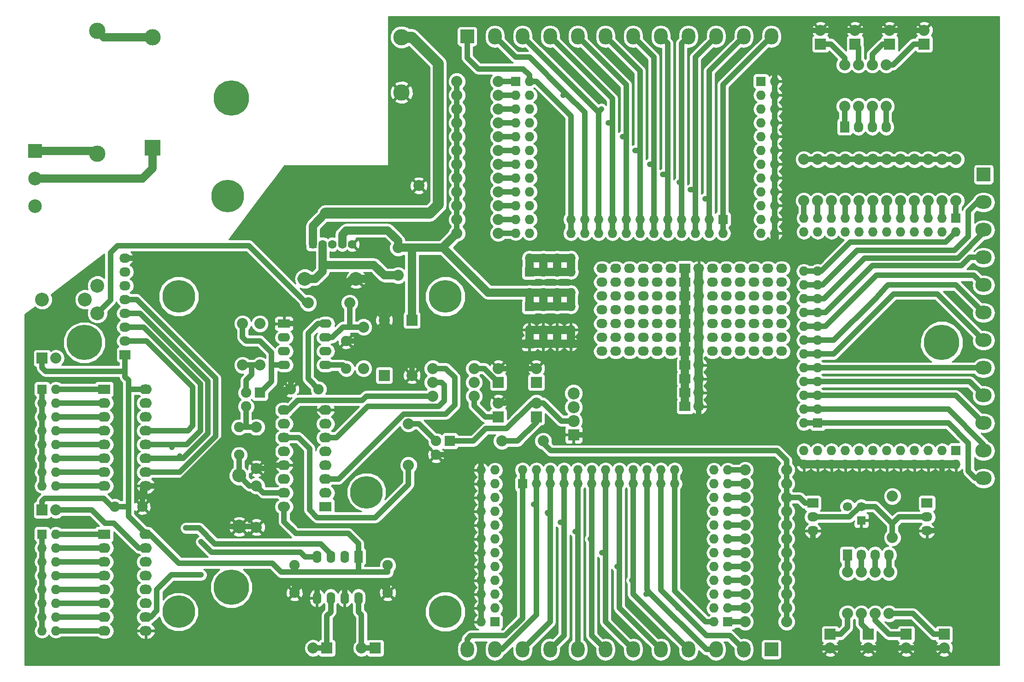
<source format=gbr>
G04 #@! TF.FileFunction,Copper,L2,Bot,Signal*
%FSLAX46Y46*%
G04 Gerber Fmt 4.6, Leading zero omitted, Abs format (unit mm)*
G04 Created by KiCad (PCBNEW (2015-07-09 BZR 5913, Git 33e1797)-product) date 09/11/2015 13:51:06*
%MOMM*%
G01*
G04 APERTURE LIST*
%ADD10C,0.100000*%
%ADD11R,2.032000X2.032000*%
%ADD12C,2.032000*%
%ADD13R,1.727200X1.727200*%
%ADD14O,1.727200X1.727200*%
%ADD15C,1.905000*%
%ADD16C,2.540000*%
%ADD17R,2.100580X2.100580*%
%ADD18C,2.199640*%
%ADD19C,3.000000*%
%ADD20C,2.499360*%
%ADD21R,2.499360X2.499360*%
%ADD22C,1.600000*%
%ADD23R,1.400000X1.400000*%
%ADD24O,2.032000X2.032000*%
%ADD25R,2.032000X1.727200*%
%ADD26O,2.032000X1.727200*%
%ADD27R,1.600000X1.600000*%
%ADD28C,1.700000*%
%ADD29R,1.574800X2.286000*%
%ADD30O,1.574800X2.286000*%
%ADD31C,6.000000*%
%ADD32O,2.286000X1.778000*%
%ADD33R,2.286000X1.778000*%
%ADD34R,2.500000X2.500000*%
%ADD35O,3.000000X2.500000*%
%ADD36O,2.500000X3.000000*%
%ADD37R,1.905000X1.905000*%
%ADD38R,1.727200X2.032000*%
%ADD39O,1.727200X2.032000*%
%ADD40C,6.499860*%
%ADD41R,3.000000X3.000000*%
%ADD42R,2.286000X1.574800*%
%ADD43O,2.286000X1.574800*%
%ADD44C,0.600000*%
%ADD45C,1.000000*%
%ADD46C,1.500000*%
%ADD47C,2.000000*%
%ADD48C,0.254000*%
G04 APERTURE END LIST*
D10*
D11*
X220980000Y-149860000D03*
D12*
X220980000Y-152400000D03*
D13*
X202184000Y-147574000D03*
D14*
X199644000Y-147574000D03*
X202184000Y-145034000D03*
X199644000Y-145034000D03*
X202184000Y-142494000D03*
X199644000Y-142494000D03*
X202184000Y-139954000D03*
X199644000Y-139954000D03*
X202184000Y-137414000D03*
X199644000Y-137414000D03*
X202184000Y-134874000D03*
X199644000Y-134874000D03*
X202184000Y-132334000D03*
X199644000Y-132334000D03*
X202184000Y-129794000D03*
X199644000Y-129794000D03*
X202184000Y-127254000D03*
X199644000Y-127254000D03*
X202184000Y-124714000D03*
X199644000Y-124714000D03*
X202184000Y-122174000D03*
X199644000Y-122174000D03*
X202184000Y-119634000D03*
X199644000Y-119634000D03*
D13*
X164465000Y-122174000D03*
D14*
X164465000Y-119634000D03*
X167005000Y-122174000D03*
X167005000Y-119634000D03*
X169545000Y-122174000D03*
X169545000Y-119634000D03*
X172085000Y-122174000D03*
X172085000Y-119634000D03*
X174625000Y-122174000D03*
X174625000Y-119634000D03*
X177165000Y-122174000D03*
X177165000Y-119634000D03*
X179705000Y-122174000D03*
X179705000Y-119634000D03*
X182245000Y-122174000D03*
X182245000Y-119634000D03*
X184785000Y-122174000D03*
X184785000Y-119634000D03*
X187325000Y-122174000D03*
X187325000Y-119634000D03*
X189865000Y-122174000D03*
X189865000Y-119634000D03*
X192405000Y-122174000D03*
X192405000Y-119634000D03*
D12*
X212979000Y-147574000D03*
X205359000Y-147574000D03*
X212979000Y-145034000D03*
X205359000Y-145034000D03*
X212979000Y-142494000D03*
X205359000Y-142494000D03*
X212979000Y-139954000D03*
X205359000Y-139954000D03*
X212979000Y-137414000D03*
X205359000Y-137414000D03*
X212979000Y-134874000D03*
X205359000Y-134874000D03*
X212979000Y-132334000D03*
X205359000Y-132334000D03*
X212979000Y-129794000D03*
X205359000Y-129794000D03*
X212979000Y-127254000D03*
X205359000Y-127254000D03*
X212979000Y-124714000D03*
X205359000Y-124714000D03*
X212979000Y-122174000D03*
X205359000Y-122174000D03*
X212979000Y-119634000D03*
X205359000Y-119634000D03*
D13*
X159385000Y-147574000D03*
D14*
X156845000Y-147574000D03*
X159385000Y-145034000D03*
X156845000Y-145034000D03*
X159385000Y-142494000D03*
X156845000Y-142494000D03*
X159385000Y-139954000D03*
X156845000Y-139954000D03*
X159385000Y-137414000D03*
X156845000Y-137414000D03*
X159385000Y-134874000D03*
X156845000Y-134874000D03*
X159385000Y-132334000D03*
X156845000Y-132334000D03*
X159385000Y-129794000D03*
X156845000Y-129794000D03*
X159385000Y-127254000D03*
X156845000Y-127254000D03*
X159385000Y-124714000D03*
X156845000Y-124714000D03*
X159385000Y-122174000D03*
X156845000Y-122174000D03*
X159385000Y-119634000D03*
X156845000Y-119634000D03*
D15*
X112395000Y-111760000D03*
X112395000Y-116840000D03*
D11*
X139065000Y-102235000D03*
D12*
X144145000Y-102235000D03*
D15*
X122555000Y-137160000D03*
X122555000Y-142240000D03*
X89535000Y-126365000D03*
X94615000Y-126365000D03*
D16*
X124460000Y-84455000D03*
X133858000Y-84455000D03*
D17*
X173863000Y-113157000D03*
D18*
X173863000Y-110617000D03*
X173863000Y-108077000D03*
X173863000Y-105537000D03*
D12*
X232410000Y-124460000D03*
X232410000Y-132080000D03*
X115570000Y-111760000D03*
X115570000Y-119380000D03*
X115570000Y-122555000D03*
X115570000Y-130175000D03*
X116205000Y-100330000D03*
X116205000Y-92710000D03*
X113030000Y-92710000D03*
X113030000Y-100330000D03*
X168275000Y-114300000D03*
X160655000Y-114300000D03*
X143510000Y-111125000D03*
X143510000Y-118745000D03*
X125095000Y-88900000D03*
X132715000Y-88900000D03*
X135255000Y-93345000D03*
X135255000Y-100965000D03*
X147955000Y-100965000D03*
X155575000Y-100965000D03*
X231775000Y-138430000D03*
X231775000Y-146050000D03*
X229235000Y-138430000D03*
X229235000Y-146050000D03*
X226695000Y-138430000D03*
X226695000Y-146050000D03*
X224155000Y-138430000D03*
X224155000Y-146050000D03*
X231267000Y-52705000D03*
X231267000Y-45085000D03*
X228727000Y-52705000D03*
X228727000Y-45085000D03*
X226187000Y-52705000D03*
X226187000Y-45085000D03*
X223647000Y-52705000D03*
X223647000Y-45085000D03*
X216154000Y-62484000D03*
X216154000Y-70104000D03*
X218694000Y-62484000D03*
X218694000Y-70104000D03*
X221234000Y-62484000D03*
X221234000Y-70104000D03*
X223774000Y-62484000D03*
X223774000Y-70104000D03*
X226314000Y-62484000D03*
X226314000Y-70104000D03*
X228854000Y-62484000D03*
X228854000Y-70104000D03*
X231394000Y-62484000D03*
X231394000Y-70104000D03*
X233934000Y-62484000D03*
X233934000Y-70104000D03*
X236474000Y-62484000D03*
X236474000Y-70104000D03*
X239014000Y-62484000D03*
X239014000Y-70104000D03*
X241554000Y-62484000D03*
X241554000Y-70104000D03*
X244094000Y-62484000D03*
X244094000Y-70104000D03*
D19*
X86360000Y-61465000D03*
X86360000Y-38865000D03*
D13*
X201295000Y-73533000D03*
D14*
X201295000Y-76073000D03*
X198755000Y-73533000D03*
X198755000Y-76073000D03*
X196215000Y-73533000D03*
X196215000Y-76073000D03*
X193675000Y-73533000D03*
X193675000Y-76073000D03*
X191135000Y-73533000D03*
X191135000Y-76073000D03*
X188595000Y-73533000D03*
X188595000Y-76073000D03*
X186055000Y-73533000D03*
X186055000Y-76073000D03*
X183515000Y-73533000D03*
X183515000Y-76073000D03*
X180975000Y-73533000D03*
X180975000Y-76073000D03*
X178435000Y-73533000D03*
X178435000Y-76073000D03*
X175895000Y-73533000D03*
X175895000Y-76073000D03*
X173355000Y-73533000D03*
X173355000Y-76073000D03*
D13*
X163195000Y-48133000D03*
D14*
X165735000Y-48133000D03*
X163195000Y-50673000D03*
X165735000Y-50673000D03*
X163195000Y-53213000D03*
X165735000Y-53213000D03*
X163195000Y-55753000D03*
X165735000Y-55753000D03*
X163195000Y-58293000D03*
X165735000Y-58293000D03*
X163195000Y-60833000D03*
X165735000Y-60833000D03*
X163195000Y-63373000D03*
X165735000Y-63373000D03*
X163195000Y-65913000D03*
X165735000Y-65913000D03*
X163195000Y-68453000D03*
X165735000Y-68453000D03*
X163195000Y-70993000D03*
X165735000Y-70993000D03*
X163195000Y-73533000D03*
X165735000Y-73533000D03*
X163195000Y-76073000D03*
X165735000Y-76073000D03*
D13*
X208280000Y-48133000D03*
D14*
X210820000Y-48133000D03*
X208280000Y-50673000D03*
X210820000Y-50673000D03*
X208280000Y-53213000D03*
X210820000Y-53213000D03*
X208280000Y-55753000D03*
X210820000Y-55753000D03*
X208280000Y-58293000D03*
X210820000Y-58293000D03*
X208280000Y-60833000D03*
X210820000Y-60833000D03*
X208280000Y-63373000D03*
X210820000Y-63373000D03*
X208280000Y-65913000D03*
X210820000Y-65913000D03*
X208280000Y-68453000D03*
X210820000Y-68453000D03*
X208280000Y-70993000D03*
X210820000Y-70993000D03*
X208280000Y-73533000D03*
X210820000Y-73533000D03*
X208280000Y-76073000D03*
X210820000Y-76073000D03*
D12*
X152400000Y-76073000D03*
X160020000Y-76073000D03*
X152400000Y-73533000D03*
X160020000Y-73533000D03*
X152400000Y-70993000D03*
X160020000Y-70993000D03*
X152400000Y-68453000D03*
X160020000Y-68453000D03*
X152400000Y-65913000D03*
X160020000Y-65913000D03*
X152400000Y-63373000D03*
X160020000Y-63373000D03*
X152400000Y-60833000D03*
X160020000Y-60833000D03*
X152400000Y-58293000D03*
X160020000Y-58293000D03*
X152400000Y-55753000D03*
X160020000Y-55753000D03*
X152400000Y-53213000D03*
X160020000Y-53213000D03*
X152400000Y-50673000D03*
X160020000Y-50673000D03*
X152400000Y-48133000D03*
X160020000Y-48133000D03*
D11*
X145415000Y-72390000D03*
D12*
X145415000Y-67310000D03*
D11*
X144145000Y-92075000D03*
D12*
X139065000Y-92075000D03*
D15*
X127000000Y-104775000D03*
X121920000Y-104775000D03*
X132080000Y-100965000D03*
X132080000Y-95885000D03*
D16*
X112395000Y-120650000D03*
X112395000Y-130048000D03*
D20*
X74930000Y-71120000D03*
D21*
X74930000Y-60960000D03*
D20*
X74930000Y-66040000D03*
D13*
X218694000Y-110998000D03*
D14*
X216154000Y-110998000D03*
X218694000Y-108458000D03*
X216154000Y-108458000D03*
X218694000Y-105918000D03*
X216154000Y-105918000D03*
X218694000Y-103378000D03*
X216154000Y-103378000D03*
X218694000Y-100838000D03*
X216154000Y-100838000D03*
X218694000Y-98298000D03*
X216154000Y-98298000D03*
X218694000Y-95758000D03*
X216154000Y-95758000D03*
X218694000Y-93218000D03*
X216154000Y-93218000D03*
X218694000Y-90678000D03*
X216154000Y-90678000D03*
X218694000Y-88138000D03*
X216154000Y-88138000D03*
X218694000Y-85598000D03*
X216154000Y-85598000D03*
X218694000Y-83058000D03*
X216154000Y-83058000D03*
D13*
X244094000Y-73279000D03*
D14*
X244094000Y-75819000D03*
X241554000Y-73279000D03*
X241554000Y-75819000D03*
X239014000Y-73279000D03*
X239014000Y-75819000D03*
X236474000Y-73279000D03*
X236474000Y-75819000D03*
X233934000Y-73279000D03*
X233934000Y-75819000D03*
X231394000Y-73279000D03*
X231394000Y-75819000D03*
X228854000Y-73279000D03*
X228854000Y-75819000D03*
X226314000Y-73279000D03*
X226314000Y-75819000D03*
X223774000Y-73279000D03*
X223774000Y-75819000D03*
X221234000Y-73279000D03*
X221234000Y-75819000D03*
X218694000Y-73279000D03*
X218694000Y-75819000D03*
X216154000Y-73279000D03*
X216154000Y-75819000D03*
D13*
X244094000Y-116078000D03*
D14*
X244094000Y-118618000D03*
X241554000Y-116078000D03*
X241554000Y-118618000D03*
X239014000Y-116078000D03*
X239014000Y-118618000D03*
X236474000Y-116078000D03*
X236474000Y-118618000D03*
X233934000Y-116078000D03*
X233934000Y-118618000D03*
X231394000Y-116078000D03*
X231394000Y-118618000D03*
X228854000Y-116078000D03*
X228854000Y-118618000D03*
X226314000Y-116078000D03*
X226314000Y-118618000D03*
X223774000Y-116078000D03*
X223774000Y-118618000D03*
X221234000Y-116078000D03*
X221234000Y-118618000D03*
X218694000Y-116078000D03*
X218694000Y-118618000D03*
X216154000Y-116078000D03*
X216154000Y-118618000D03*
D22*
X127740000Y-78105000D03*
X129540000Y-78105000D03*
D23*
X125940000Y-78105000D03*
D22*
X131340000Y-78105000D03*
X133140000Y-78105000D03*
D13*
X165735000Y-83185000D03*
D14*
X165735000Y-80645000D03*
X168275000Y-83185000D03*
X168275000Y-80645000D03*
X170815000Y-83185000D03*
X170815000Y-80645000D03*
X173355000Y-83185000D03*
X173355000Y-80645000D03*
D13*
X165735000Y-89535000D03*
D14*
X165735000Y-86995000D03*
X168275000Y-89535000D03*
X168275000Y-86995000D03*
X170815000Y-89535000D03*
X170815000Y-86995000D03*
X173355000Y-89535000D03*
X173355000Y-86995000D03*
D13*
X165735000Y-96393000D03*
D14*
X165735000Y-93853000D03*
X168275000Y-96393000D03*
X168275000Y-93853000D03*
X170815000Y-96393000D03*
X170815000Y-93853000D03*
X173355000Y-96393000D03*
X173355000Y-93853000D03*
D13*
X76200000Y-104775000D03*
D14*
X78740000Y-104775000D03*
X76200000Y-107315000D03*
X78740000Y-107315000D03*
X76200000Y-109855000D03*
X78740000Y-109855000D03*
X76200000Y-112395000D03*
X78740000Y-112395000D03*
X76200000Y-114935000D03*
X78740000Y-114935000D03*
X76200000Y-117475000D03*
X78740000Y-117475000D03*
X76200000Y-120015000D03*
X78740000Y-120015000D03*
X76200000Y-122555000D03*
X78740000Y-122555000D03*
D13*
X76200000Y-131445000D03*
D14*
X78740000Y-131445000D03*
X76200000Y-133985000D03*
X78740000Y-133985000D03*
X76200000Y-136525000D03*
X78740000Y-136525000D03*
X76200000Y-139065000D03*
X78740000Y-139065000D03*
X76200000Y-141605000D03*
X78740000Y-141605000D03*
X76200000Y-144145000D03*
X78740000Y-144145000D03*
X76200000Y-146685000D03*
X78740000Y-146685000D03*
X76200000Y-149225000D03*
X78740000Y-149225000D03*
D11*
X76200000Y-127000000D03*
D24*
X78740000Y-127000000D03*
D11*
X76200000Y-99060000D03*
D24*
X78740000Y-99060000D03*
D25*
X217805000Y-125730000D03*
D26*
X217805000Y-128270000D03*
X217805000Y-130810000D03*
D25*
X238760000Y-125730000D03*
D26*
X238760000Y-128270000D03*
X238760000Y-130810000D03*
D27*
X226695000Y-128905000D03*
D28*
X226695000Y-126365000D03*
X224155000Y-126365000D03*
D15*
X139700000Y-137160000D03*
X139700000Y-142240000D03*
D25*
X91440000Y-98425000D03*
D26*
X91440000Y-95885000D03*
X91440000Y-93345000D03*
X91440000Y-90805000D03*
X91440000Y-88265000D03*
X91440000Y-85725000D03*
X91440000Y-83185000D03*
X91440000Y-80645000D03*
D29*
X134302500Y-135572500D03*
D30*
X131762500Y-135572500D03*
X129222500Y-135572500D03*
X126682500Y-135572500D03*
X126682500Y-143192500D03*
X129222500Y-143192500D03*
X131762500Y-143192500D03*
X134302500Y-143192500D03*
D11*
X137414000Y-152400000D03*
D24*
X134874000Y-152400000D03*
D11*
X128524000Y-152400000D03*
D24*
X125984000Y-152400000D03*
D31*
X101290000Y-87725000D03*
X150290000Y-87725000D03*
X150290000Y-145725000D03*
X110290000Y-69225000D03*
X101290000Y-145725000D03*
X135790000Y-123725000D03*
D32*
X95250000Y-131445000D03*
X95250000Y-133985000D03*
D33*
X87630000Y-131445000D03*
D32*
X87630000Y-133985000D03*
X87630000Y-136525000D03*
X87630000Y-139065000D03*
X87630000Y-141605000D03*
X87630000Y-144145000D03*
X87630000Y-146685000D03*
X87630000Y-149225000D03*
X95250000Y-149225000D03*
X95250000Y-146685000D03*
X95250000Y-144145000D03*
X95250000Y-141605000D03*
X95250000Y-139065000D03*
X95250000Y-136525000D03*
D26*
X196850000Y-105410000D03*
X196850000Y-107950000D03*
D25*
X194310000Y-107950000D03*
X194310000Y-105410000D03*
X194310000Y-82550000D03*
X194310000Y-85090000D03*
D26*
X196850000Y-85090000D03*
X196850000Y-82550000D03*
X179070000Y-97790000D03*
X179070000Y-95250000D03*
X179070000Y-92710000D03*
X179070000Y-90170000D03*
X179070000Y-87630000D03*
X179070000Y-85090000D03*
X179070000Y-82550000D03*
X181610000Y-82550000D03*
X181610000Y-85090000D03*
X181610000Y-87630000D03*
X181610000Y-90170000D03*
X181610000Y-92710000D03*
X181610000Y-95250000D03*
X181610000Y-97790000D03*
X186690000Y-97790000D03*
X186690000Y-95250000D03*
X186690000Y-92710000D03*
X186690000Y-90170000D03*
X186690000Y-87630000D03*
X186690000Y-85090000D03*
X186690000Y-82550000D03*
X184150000Y-82550000D03*
X184150000Y-85090000D03*
X184150000Y-87630000D03*
X184150000Y-90170000D03*
X184150000Y-92710000D03*
X184150000Y-95250000D03*
X184150000Y-97790000D03*
X189230000Y-97790000D03*
X189230000Y-95250000D03*
X189230000Y-92710000D03*
X189230000Y-90170000D03*
X189230000Y-87630000D03*
X189230000Y-85090000D03*
X189230000Y-82550000D03*
X212090000Y-82550000D03*
X212090000Y-85090000D03*
X212090000Y-87630000D03*
X212090000Y-90170000D03*
X212090000Y-92710000D03*
X212090000Y-95250000D03*
X212090000Y-97790000D03*
X209550000Y-97790000D03*
X209550000Y-95250000D03*
X209550000Y-92710000D03*
X209550000Y-90170000D03*
X209550000Y-87630000D03*
X209550000Y-85090000D03*
X209550000Y-82550000D03*
X204470000Y-82550000D03*
X204470000Y-85090000D03*
X204470000Y-87630000D03*
X204470000Y-90170000D03*
X204470000Y-92710000D03*
X204470000Y-95250000D03*
X204470000Y-97790000D03*
X207010000Y-97790000D03*
X207010000Y-95250000D03*
X207010000Y-92710000D03*
X207010000Y-90170000D03*
X207010000Y-87630000D03*
X207010000Y-85090000D03*
X207010000Y-82550000D03*
X201930000Y-82550000D03*
X201930000Y-85090000D03*
X201930000Y-87630000D03*
X201930000Y-90170000D03*
X201930000Y-92710000D03*
X201930000Y-95250000D03*
X201930000Y-97790000D03*
X196850000Y-87630000D03*
X196850000Y-90170000D03*
X196850000Y-95250000D03*
X196850000Y-92710000D03*
X196850000Y-102870000D03*
X196850000Y-100330000D03*
D25*
X194310000Y-97790000D03*
X194310000Y-100330000D03*
X194310000Y-102870000D03*
X194310000Y-92710000D03*
X194310000Y-95250000D03*
X194310000Y-90170000D03*
X194310000Y-87630000D03*
D26*
X196850000Y-97790000D03*
X191770000Y-82550000D03*
X191770000Y-85090000D03*
X191770000Y-87630000D03*
X191770000Y-90170000D03*
X191770000Y-92710000D03*
X191770000Y-95250000D03*
X191770000Y-97790000D03*
X199390000Y-97790000D03*
X199390000Y-95250000D03*
X199390000Y-92710000D03*
X199390000Y-90170000D03*
X199390000Y-87630000D03*
X199390000Y-85090000D03*
X199390000Y-82550000D03*
D32*
X95250000Y-104775000D03*
X95250000Y-107315000D03*
D33*
X87630000Y-104775000D03*
D32*
X87630000Y-107315000D03*
X87630000Y-109855000D03*
X87630000Y-112395000D03*
X87630000Y-114935000D03*
X87630000Y-117475000D03*
X87630000Y-120015000D03*
X87630000Y-122555000D03*
X95250000Y-122555000D03*
X95250000Y-120015000D03*
X95250000Y-117475000D03*
X95250000Y-114935000D03*
X95250000Y-112395000D03*
X95250000Y-109855000D03*
D34*
X249174000Y-65278000D03*
D35*
X249174000Y-70358000D03*
X249174000Y-75438000D03*
X249174000Y-80518000D03*
X249174000Y-85598000D03*
X249174000Y-90678000D03*
X249174000Y-95758000D03*
X249174000Y-100838000D03*
X249174000Y-105918000D03*
X249174000Y-110998000D03*
X249174000Y-116078000D03*
X249174000Y-121158000D03*
D34*
X210185000Y-152654000D03*
D36*
X205105000Y-152654000D03*
X200025000Y-152654000D03*
X194945000Y-152654000D03*
X189865000Y-152654000D03*
X184785000Y-152654000D03*
X179705000Y-152654000D03*
X174625000Y-152654000D03*
X169545000Y-152654000D03*
X164465000Y-152654000D03*
X159385000Y-152654000D03*
X154305000Y-152654000D03*
D34*
X154305000Y-39878000D03*
D36*
X159385000Y-39878000D03*
X164465000Y-39878000D03*
X169545000Y-39878000D03*
X174625000Y-39878000D03*
X179705000Y-39878000D03*
X184785000Y-39878000D03*
X189865000Y-39878000D03*
X194945000Y-39878000D03*
X200025000Y-39878000D03*
X205105000Y-39878000D03*
X210185000Y-39878000D03*
D37*
X151130000Y-114300000D03*
D15*
X148590000Y-114300000D03*
X148590000Y-116840000D03*
D37*
X116205000Y-105410000D03*
D15*
X113665000Y-105410000D03*
X113665000Y-107950000D03*
D12*
X147955000Y-103505000D03*
X155575000Y-103505000D03*
X147955000Y-106045000D03*
X155575000Y-106045000D03*
D16*
X86360000Y-90805000D03*
X76200000Y-88265000D03*
X86360000Y-85725000D03*
X84074000Y-88265000D03*
D32*
X120650000Y-126365000D03*
X120650000Y-123825000D03*
D33*
X128270000Y-126365000D03*
D32*
X128270000Y-123825000D03*
X128270000Y-121285000D03*
X128270000Y-118745000D03*
X128270000Y-116205000D03*
X128270000Y-113665000D03*
X128270000Y-111125000D03*
X128270000Y-108585000D03*
X120650000Y-108585000D03*
X120650000Y-111125000D03*
X120650000Y-113665000D03*
X120650000Y-116205000D03*
X120650000Y-118745000D03*
X120650000Y-121285000D03*
D38*
X223647000Y-56515000D03*
D39*
X226187000Y-56515000D03*
X228727000Y-56515000D03*
X231267000Y-56515000D03*
D38*
X224155000Y-135255000D03*
D39*
X226695000Y-135255000D03*
X229235000Y-135255000D03*
X231775000Y-135255000D03*
D40*
X241480000Y-96195000D03*
X110980000Y-141195000D03*
X83980000Y-96195000D03*
X110980000Y-51195000D03*
D19*
X142240000Y-50165000D03*
D41*
X96520000Y-60325000D03*
D19*
X142240000Y-40005000D03*
X96520000Y-40005000D03*
D42*
X120650000Y-92710000D03*
D43*
X120650000Y-95250000D03*
X120650000Y-97790000D03*
X120650000Y-100330000D03*
X128270000Y-100330000D03*
X128270000Y-97790000D03*
X128270000Y-95250000D03*
X128270000Y-92710000D03*
D12*
X141605000Y-83820000D03*
X141605000Y-78740000D03*
D11*
X160020000Y-109855000D03*
D12*
X160020000Y-107315000D03*
D11*
X167005000Y-103505000D03*
D12*
X167005000Y-100965000D03*
D11*
X160020000Y-103505000D03*
D12*
X160020000Y-100965000D03*
D11*
X219202000Y-41275000D03*
D12*
X219202000Y-38735000D03*
D11*
X225552000Y-41275000D03*
D12*
X225552000Y-38735000D03*
D11*
X231902000Y-41275000D03*
D12*
X231902000Y-38735000D03*
D11*
X238252000Y-41275000D03*
D12*
X238252000Y-38735000D03*
D11*
X227965000Y-149860000D03*
D12*
X227965000Y-152400000D03*
D11*
X234950000Y-149860000D03*
D12*
X234950000Y-152400000D03*
D11*
X241935000Y-149860000D03*
D12*
X241935000Y-152400000D03*
D11*
X167005000Y-109855000D03*
D12*
X167005000Y-107315000D03*
D44*
X108585000Y-130556000D03*
X102616000Y-130302000D03*
X100076000Y-115443000D03*
X222504000Y-108458000D03*
X101473000Y-117094000D03*
X105410000Y-132842000D03*
X105410000Y-138938000D03*
X224155000Y-105918000D03*
X239141000Y-79248000D03*
X234950000Y-80645000D03*
X232791000Y-82042000D03*
X231521000Y-83820000D03*
X230251000Y-87122000D03*
X197993000Y-69723000D03*
X195326000Y-68072000D03*
X193294000Y-66675000D03*
X190246000Y-65278000D03*
X187833000Y-63373000D03*
X185166000Y-60833000D03*
X182880000Y-58293000D03*
X180213000Y-55753000D03*
X178943000Y-53213000D03*
X171958000Y-50673000D03*
X225806000Y-103378000D03*
X227457000Y-100838000D03*
X228854000Y-91059000D03*
X166497000Y-125984000D03*
X166497000Y-125984000D03*
X169037000Y-127508000D03*
X169037000Y-127508000D03*
X171450000Y-129286000D03*
X171450000Y-129286000D03*
X174117000Y-130937000D03*
X174117000Y-130937000D03*
X176911000Y-132334000D03*
X176911000Y-132334000D03*
X179070000Y-134874000D03*
X179070000Y-134874000D03*
X181864000Y-137414000D03*
X181864000Y-137414000D03*
X184531000Y-139954000D03*
X184531000Y-139954000D03*
X187198000Y-142494000D03*
X187198000Y-142494000D03*
X193040000Y-145034000D03*
X193040000Y-145034000D03*
D45*
X76200000Y-99060000D02*
X76200000Y-100838000D01*
X76835000Y-101473000D02*
X91440000Y-101473000D01*
X76200000Y-100838000D02*
X76835000Y-101473000D01*
X95250000Y-104775000D02*
X92329000Y-104775000D01*
X92329000Y-104775000D02*
X92075000Y-104521000D01*
X95250000Y-104775000D02*
X92583000Y-104775000D01*
X91440000Y-98425000D02*
X91440000Y-101473000D01*
X91440000Y-101473000D02*
X91440000Y-102489000D01*
X92075000Y-103124000D02*
X92075000Y-104521000D01*
X91440000Y-102489000D02*
X92075000Y-103124000D01*
X92075000Y-104521000D02*
X92075000Y-106045000D01*
X92075000Y-126365000D02*
X92075000Y-106045000D01*
X89535000Y-126365000D02*
X89027000Y-126365000D01*
X89027000Y-126365000D02*
X87503000Y-124841000D01*
X76200000Y-125349000D02*
X76200000Y-127000000D01*
X76708000Y-124841000D02*
X76200000Y-125349000D01*
X87503000Y-124841000D02*
X76708000Y-124841000D01*
X95250000Y-131445000D02*
X96012000Y-131445000D01*
X96012000Y-131445000D02*
X101346000Y-136779000D01*
X101346000Y-136779000D02*
X108204000Y-136779000D01*
X217805000Y-125730000D02*
X216408000Y-125730000D01*
X215392000Y-124714000D02*
X212979000Y-124714000D01*
X216408000Y-125730000D02*
X215392000Y-124714000D01*
X168275000Y-114300000D02*
X168275000Y-114681000D01*
X168275000Y-114681000D02*
X169672000Y-116078000D01*
X212979000Y-117856000D02*
X212979000Y-119634000D01*
X211201000Y-116078000D02*
X212979000Y-117856000D01*
X169672000Y-116078000D02*
X211201000Y-116078000D01*
X120650000Y-126365000D02*
X120650000Y-129159000D01*
X134302500Y-133159500D02*
X134302500Y-135572500D01*
X132461000Y-131318000D02*
X134302500Y-133159500D01*
X122809000Y-131318000D02*
X132461000Y-131318000D01*
X120650000Y-129159000D02*
X122809000Y-131318000D01*
X120650000Y-100330000D02*
X118364000Y-100330000D01*
X116205000Y-105410000D02*
X116332000Y-105410000D01*
X116332000Y-105410000D02*
X118364000Y-103378000D01*
X118364000Y-103378000D02*
X118364000Y-102362000D01*
X118364000Y-102362000D02*
X118364000Y-100330000D01*
X118364000Y-100330000D02*
X118364000Y-98044000D01*
X118364000Y-98044000D02*
X116205000Y-95885000D01*
X116205000Y-95885000D02*
X113665000Y-95885000D01*
X113665000Y-95885000D02*
X113030000Y-95250000D01*
X113030000Y-95250000D02*
X113030000Y-92710000D01*
X125095000Y-102870000D02*
X125095000Y-102362000D01*
X126873000Y-92710000D02*
X128270000Y-92710000D01*
X125095000Y-94488000D02*
X126873000Y-92710000D01*
X125095000Y-102362000D02*
X125095000Y-94488000D01*
X125095000Y-102870000D02*
X127000000Y-104775000D01*
D46*
X170815000Y-89535000D02*
X170815000Y-86995000D01*
X168275000Y-89535000D02*
X168275000Y-86995000D01*
X165735000Y-89535000D02*
X165735000Y-86995000D01*
X168275000Y-89535000D02*
X165735000Y-89535000D01*
X170815000Y-89535000D02*
X168275000Y-89535000D01*
X173355000Y-89535000D02*
X170815000Y-89535000D01*
X173355000Y-86995000D02*
X173355000Y-89535000D01*
X170815000Y-86995000D02*
X173355000Y-86995000D01*
X168275000Y-86995000D02*
X170815000Y-86995000D01*
X165735000Y-86995000D02*
X168275000Y-86995000D01*
X144145000Y-78740000D02*
X144145000Y-92075000D01*
X149225000Y-78740000D02*
X149733000Y-78740000D01*
X149733000Y-78740000D02*
X152400000Y-76073000D01*
X165735000Y-86995000D02*
X158115000Y-86995000D01*
X158115000Y-86995000D02*
X149860000Y-78740000D01*
X149860000Y-78740000D02*
X149225000Y-78740000D01*
X149225000Y-78740000D02*
X141605000Y-78740000D01*
D45*
X141605000Y-78740000D02*
X144145000Y-78740000D01*
X108204000Y-136779000D02*
X118491000Y-136779000D01*
X122555000Y-137160000D02*
X122555000Y-138430000D01*
X122555000Y-138430000D02*
X120142000Y-138430000D01*
X120142000Y-138430000D02*
X118491000Y-136779000D01*
X134302500Y-135572500D02*
X134302500Y-138430000D01*
X134302500Y-138430000D02*
X133985000Y-138430000D01*
X139700000Y-138430000D02*
X139700000Y-137160000D01*
X122555000Y-138430000D02*
X133985000Y-138430000D01*
X133985000Y-138430000D02*
X139700000Y-138430000D01*
X152400000Y-48133000D02*
X152400000Y-50673000D01*
X152400000Y-50673000D02*
X152400000Y-53213000D01*
X152400000Y-53213000D02*
X152400000Y-55753000D01*
X152400000Y-55753000D02*
X152400000Y-58293000D01*
X152400000Y-58293000D02*
X152400000Y-60833000D01*
X152400000Y-60833000D02*
X152400000Y-63373000D01*
X152400000Y-63373000D02*
X152400000Y-65913000D01*
X152400000Y-65913000D02*
X152400000Y-68453000D01*
X152400000Y-68453000D02*
X152400000Y-70993000D01*
X152400000Y-70993000D02*
X152400000Y-73533000D01*
X152400000Y-73533000D02*
X152400000Y-76073000D01*
X152400000Y-65913000D02*
X152400000Y-68453000D01*
D46*
X131340000Y-78105000D02*
X131340000Y-76305000D01*
X141605000Y-77470000D02*
X141605000Y-78740000D01*
X139700000Y-75565000D02*
X141605000Y-77470000D01*
X132080000Y-75565000D02*
X139700000Y-75565000D01*
X131340000Y-76305000D02*
X132080000Y-75565000D01*
D45*
X89535000Y-126365000D02*
X91821000Y-126365000D01*
X91821000Y-126365000D02*
X92075000Y-126365000D01*
X95250000Y-131445000D02*
X95250000Y-131318000D01*
X95250000Y-131318000D02*
X92075000Y-128143000D01*
X92075000Y-128143000D02*
X92075000Y-126365000D01*
X212979000Y-147574000D02*
X212979000Y-145034000D01*
X212979000Y-145034000D02*
X212979000Y-142494000D01*
X212979000Y-142494000D02*
X212979000Y-139954000D01*
X212979000Y-139954000D02*
X212979000Y-137414000D01*
X212979000Y-137414000D02*
X212979000Y-134874000D01*
X212979000Y-134874000D02*
X212979000Y-132334000D01*
X212979000Y-132334000D02*
X212979000Y-129794000D01*
X212979000Y-129794000D02*
X212979000Y-127254000D01*
X212979000Y-127254000D02*
X212979000Y-124714000D01*
X212979000Y-124714000D02*
X212979000Y-122174000D01*
X212979000Y-122174000D02*
X212979000Y-119634000D01*
X212979000Y-122174000D02*
X212979000Y-119634000D01*
X212979000Y-124714000D02*
X212979000Y-122174000D01*
X212979000Y-127254000D02*
X212979000Y-124714000D01*
X212979000Y-129794000D02*
X212979000Y-127254000D01*
X212979000Y-132334000D02*
X212979000Y-129794000D01*
X212979000Y-134874000D02*
X212979000Y-132334000D01*
X212979000Y-137414000D02*
X212979000Y-134874000D01*
X212979000Y-139954000D02*
X212979000Y-137414000D01*
X212979000Y-142494000D02*
X212979000Y-139954000D01*
X212979000Y-145034000D02*
X212979000Y-142494000D01*
X212979000Y-147574000D02*
X212979000Y-145034000D01*
X244221000Y-62484000D02*
X241681000Y-62484000D01*
X241681000Y-62484000D02*
X239141000Y-62484000D01*
X239141000Y-62484000D02*
X236601000Y-62484000D01*
X236601000Y-62484000D02*
X234061000Y-62484000D01*
X234061000Y-62484000D02*
X231521000Y-62484000D01*
X231521000Y-62484000D02*
X228981000Y-62484000D01*
X228981000Y-62484000D02*
X226441000Y-62484000D01*
X226441000Y-62484000D02*
X223901000Y-62484000D01*
X223901000Y-62484000D02*
X221361000Y-62484000D01*
X221361000Y-62484000D02*
X218821000Y-62484000D01*
X218821000Y-62484000D02*
X216281000Y-62484000D01*
X218821000Y-62484000D02*
X216281000Y-62484000D01*
X221361000Y-62484000D02*
X218821000Y-62484000D01*
X223901000Y-62484000D02*
X221361000Y-62484000D01*
X226441000Y-62484000D02*
X223901000Y-62484000D01*
X228981000Y-62484000D02*
X226441000Y-62484000D01*
X231521000Y-62484000D02*
X228981000Y-62484000D01*
X234061000Y-62484000D02*
X231521000Y-62484000D01*
X236601000Y-62484000D02*
X234061000Y-62484000D01*
X239141000Y-62484000D02*
X236601000Y-62484000D01*
X241681000Y-62484000D02*
X239141000Y-62484000D01*
X244221000Y-62484000D02*
X241681000Y-62484000D01*
X93218000Y-80645000D02*
X94488000Y-81915000D01*
X94488000Y-81915000D02*
X94488000Y-87122000D01*
X91440000Y-80645000D02*
X93218000Y-80645000D01*
X109601000Y-102235000D02*
X94488000Y-87122000D01*
X109601000Y-102235000D02*
X94488000Y-87122000D01*
X91440000Y-80645000D02*
X93218000Y-80645000D01*
X94488000Y-81915000D02*
X94488000Y-87122000D01*
X93218000Y-80645000D02*
X94488000Y-81915000D01*
X93218000Y-80645000D02*
X94488000Y-81915000D01*
X94488000Y-81915000D02*
X94488000Y-87122000D01*
X91440000Y-80645000D02*
X93218000Y-80645000D01*
X109601000Y-102235000D02*
X94488000Y-87122000D01*
X210820000Y-48133000D02*
X210820000Y-44577000D01*
X210820000Y-44577000D02*
X216662000Y-38735000D01*
X238760000Y-130810000D02*
X240411000Y-130810000D01*
X241554000Y-129667000D02*
X241554000Y-118618000D01*
X240411000Y-130810000D02*
X241554000Y-129667000D01*
X196850000Y-107950000D02*
X196850000Y-113157000D01*
X196850000Y-113157000D02*
X196977000Y-113157000D01*
X216154000Y-118618000D02*
X215900000Y-118618000D01*
X215900000Y-118618000D02*
X210439000Y-113157000D01*
X210439000Y-113157000D02*
X196977000Y-113157000D01*
X196977000Y-113157000D02*
X193802000Y-113157000D01*
X173863000Y-113157000D02*
X193802000Y-113157000D01*
X217805000Y-130810000D02*
X217805000Y-151130000D01*
X219075000Y-152400000D02*
X220980000Y-152400000D01*
X217805000Y-151130000D02*
X219075000Y-152400000D01*
X148590000Y-116840000D02*
X155702000Y-116840000D01*
X156845000Y-117983000D02*
X156845000Y-119634000D01*
X155702000Y-116840000D02*
X156845000Y-117983000D01*
X109601000Y-113792000D02*
X118618000Y-113792000D01*
X118618000Y-113792000D02*
X118364000Y-113792000D01*
X118364000Y-113792000D02*
X118618000Y-113792000D01*
X107505500Y-115887500D02*
X109601000Y-113792000D01*
X109601000Y-102235000D02*
X94488000Y-87122000D01*
X109601000Y-113792000D02*
X109601000Y-102235000D01*
X121920000Y-104775000D02*
X120904000Y-104775000D01*
X120904000Y-104775000D02*
X118618000Y-107061000D01*
X118618000Y-107061000D02*
X118618000Y-113792000D01*
X118618000Y-113792000D02*
X118618000Y-118745000D01*
X144145000Y-102235000D02*
X144145000Y-96393000D01*
X144145000Y-96393000D02*
X144145000Y-96774000D01*
X144145000Y-96774000D02*
X144145000Y-96393000D01*
X121920000Y-104775000D02*
X121920000Y-103505000D01*
X121920000Y-103505000D02*
X123571000Y-101854000D01*
X120650000Y-92710000D02*
X123317000Y-92710000D01*
X123317000Y-92710000D02*
X123952000Y-93345000D01*
X123571000Y-96139000D02*
X123571000Y-93726000D01*
X123571000Y-96139000D02*
X123571000Y-101854000D01*
X123571000Y-93726000D02*
X123952000Y-93345000D01*
X123952000Y-93345000D02*
X132842000Y-84455000D01*
X132842000Y-84455000D02*
X133858000Y-84455000D01*
X132080000Y-95885000D02*
X138176000Y-95885000D01*
X138176000Y-95885000D02*
X139890500Y-94170500D01*
X120650000Y-92710000D02*
X121412000Y-92710000D01*
X127508000Y-108585000D02*
X128270000Y-108585000D01*
X115570000Y-119380000D02*
X117983000Y-119380000D01*
X117983000Y-119380000D02*
X118618000Y-118745000D01*
X118618000Y-118745000D02*
X120650000Y-118745000D01*
X91440000Y-80645000D02*
X93218000Y-80645000D01*
X94488000Y-81915000D02*
X94488000Y-87122000D01*
X93218000Y-80645000D02*
X94488000Y-81915000D01*
X107505500Y-115887500D02*
X100838000Y-122555000D01*
X108585000Y-130048000D02*
X108331000Y-130048000D01*
X108585000Y-130556000D02*
X108585000Y-130048000D01*
X112395000Y-130048000D02*
X115443000Y-130048000D01*
X115443000Y-130048000D02*
X115570000Y-130175000D01*
X95250000Y-122555000D02*
X100838000Y-122555000D01*
X100838000Y-122555000D02*
X108331000Y-130048000D01*
X108331000Y-130048000D02*
X112395000Y-130048000D01*
X163195000Y-100965000D02*
X167005000Y-100965000D01*
X160020000Y-100965000D02*
X163195000Y-100965000D01*
X160020000Y-107315000D02*
X161290000Y-107315000D01*
X163195000Y-105410000D02*
X163195000Y-100965000D01*
X163195000Y-100965000D02*
X163195000Y-96393000D01*
X161290000Y-107315000D02*
X163195000Y-105410000D01*
X234950000Y-152400000D02*
X241935000Y-152400000D01*
X227965000Y-152400000D02*
X234950000Y-152400000D01*
X220980000Y-152400000D02*
X227965000Y-152400000D01*
D46*
X210820000Y-76073000D02*
X210820000Y-78105000D01*
X175387000Y-96393000D02*
X173355000Y-96393000D01*
X176530000Y-95250000D02*
X175387000Y-96393000D01*
X176530000Y-80010000D02*
X176530000Y-95250000D01*
X177165000Y-79375000D02*
X176530000Y-80010000D01*
X209550000Y-79375000D02*
X177165000Y-79375000D01*
X210820000Y-78105000D02*
X209550000Y-79375000D01*
X196850000Y-85090000D02*
X196850000Y-82550000D01*
X196850000Y-87630000D02*
X196850000Y-85090000D01*
X196850000Y-90170000D02*
X196850000Y-87630000D01*
X196850000Y-92710000D02*
X196850000Y-90170000D01*
X196850000Y-95250000D02*
X196850000Y-92710000D01*
X196850000Y-97790000D02*
X196850000Y-95250000D01*
X196850000Y-100330000D02*
X196850000Y-97790000D01*
X196850000Y-102870000D02*
X196850000Y-100330000D01*
X196850000Y-105410000D02*
X196850000Y-102870000D01*
X196850000Y-107950000D02*
X196850000Y-105410000D01*
X170815000Y-96393000D02*
X170815000Y-93853000D01*
X168275000Y-96393000D02*
X168275000Y-93853000D01*
X165735000Y-96393000D02*
X165735000Y-93853000D01*
X165735000Y-93853000D02*
X168275000Y-93853000D01*
X168275000Y-93853000D02*
X170815000Y-93853000D01*
X170815000Y-93853000D02*
X173355000Y-93853000D01*
X173355000Y-93853000D02*
X173355000Y-96393000D01*
X173355000Y-96393000D02*
X170815000Y-96393000D01*
X170815000Y-96393000D02*
X168275000Y-96393000D01*
X168275000Y-96393000D02*
X165735000Y-96393000D01*
X139065000Y-92075000D02*
X139065000Y-93345000D01*
X142113000Y-96393000D02*
X144145000Y-96393000D01*
X144145000Y-96393000D02*
X163195000Y-96393000D01*
X163195000Y-96393000D02*
X165735000Y-96393000D01*
X139065000Y-93345000D02*
X139890500Y-94170500D01*
X139890500Y-94170500D02*
X142113000Y-96393000D01*
X133858000Y-84455000D02*
X135890000Y-84455000D01*
X139065000Y-87630000D02*
X139065000Y-92075000D01*
X135890000Y-84455000D02*
X139065000Y-87630000D01*
D45*
X139065000Y-92075000D02*
X139065000Y-92710000D01*
X126682500Y-143192500D02*
X126682500Y-140970000D01*
X126682500Y-140970000D02*
X127000000Y-140970000D01*
X131762500Y-143192500D02*
X131762500Y-140970000D01*
X131762500Y-140970000D02*
X132080000Y-140970000D01*
X122555000Y-142240000D02*
X122555000Y-140970000D01*
X122555000Y-140970000D02*
X127000000Y-140970000D01*
X139700000Y-140970000D02*
X139700000Y-142240000D01*
X127000000Y-140970000D02*
X132080000Y-140970000D01*
X132080000Y-140970000D02*
X139700000Y-140970000D01*
X238252000Y-38735000D02*
X231902000Y-38735000D01*
X231902000Y-38735000D02*
X225552000Y-38735000D01*
X225552000Y-38735000D02*
X219202000Y-38735000D01*
X219202000Y-38735000D02*
X216662000Y-38735000D01*
D46*
X216154000Y-118618000D02*
X218694000Y-118618000D01*
X218694000Y-118618000D02*
X221234000Y-118618000D01*
X221234000Y-118618000D02*
X223774000Y-118618000D01*
X223774000Y-118618000D02*
X226314000Y-118618000D01*
X226314000Y-118618000D02*
X228854000Y-118618000D01*
X228854000Y-118618000D02*
X231394000Y-118618000D01*
X231394000Y-118618000D02*
X233934000Y-118618000D01*
X233934000Y-118618000D02*
X236474000Y-118618000D01*
X236474000Y-118618000D02*
X239014000Y-118618000D01*
X239014000Y-118618000D02*
X242570000Y-118618000D01*
X242570000Y-118618000D02*
X241554000Y-118618000D01*
X241554000Y-118618000D02*
X244094000Y-118618000D01*
D45*
X94615000Y-126365000D02*
X94615000Y-123190000D01*
X94615000Y-123190000D02*
X95250000Y-122555000D01*
X210820000Y-76073000D02*
X210820000Y-73533000D01*
X210820000Y-73533000D02*
X210820000Y-70993000D01*
X210820000Y-70993000D02*
X210820000Y-68453000D01*
X210820000Y-68453000D02*
X210820000Y-65913000D01*
X210820000Y-65913000D02*
X210820000Y-63373000D01*
X210820000Y-63373000D02*
X210820000Y-60833000D01*
X210820000Y-60833000D02*
X210820000Y-58293000D01*
X210820000Y-58293000D02*
X210820000Y-55753000D01*
X210820000Y-55753000D02*
X210820000Y-53213000D01*
X210820000Y-53213000D02*
X210820000Y-50673000D01*
X210820000Y-50673000D02*
X210820000Y-48133000D01*
X156845000Y-122174000D02*
X156845000Y-119634000D01*
X156845000Y-124714000D02*
X156845000Y-122174000D01*
X156845000Y-127254000D02*
X156845000Y-124714000D01*
X156845000Y-129794000D02*
X156845000Y-127254000D01*
X156845000Y-132334000D02*
X156845000Y-129794000D01*
X156845000Y-134874000D02*
X156845000Y-132334000D01*
X156845000Y-137414000D02*
X156845000Y-134874000D01*
X156845000Y-139954000D02*
X156845000Y-137414000D01*
X156845000Y-142494000D02*
X156845000Y-139954000D01*
X156845000Y-145034000D02*
X156845000Y-142494000D01*
X156845000Y-147574000D02*
X156845000Y-145034000D01*
X160655000Y-114300000D02*
X163576000Y-114300000D01*
X163576000Y-114300000D02*
X167005000Y-110871000D01*
X167005000Y-110871000D02*
X167005000Y-109855000D01*
X167005000Y-109855000D02*
X167005000Y-110871000D01*
X231775000Y-146050000D02*
X236220000Y-146050000D01*
X240030000Y-149860000D02*
X241935000Y-149860000D01*
X236220000Y-146050000D02*
X240030000Y-149860000D01*
X234950000Y-149860000D02*
X231775000Y-149860000D01*
X229235000Y-147320000D02*
X229235000Y-146050000D01*
X231775000Y-149860000D02*
X229235000Y-147320000D01*
X227965000Y-149860000D02*
X227965000Y-149225000D01*
X227965000Y-149225000D02*
X226695000Y-147955000D01*
X226695000Y-147955000D02*
X226695000Y-146050000D01*
X224155000Y-146050000D02*
X224155000Y-148590000D01*
X222885000Y-149860000D02*
X220980000Y-149860000D01*
X224155000Y-148590000D02*
X222885000Y-149860000D01*
X231267000Y-45085000D02*
X232537000Y-45085000D01*
X236347000Y-41275000D02*
X238252000Y-41275000D01*
X232537000Y-45085000D02*
X236347000Y-41275000D01*
X228727000Y-45085000D02*
X228727000Y-43180000D01*
X230632000Y-41275000D02*
X231902000Y-41275000D01*
X228727000Y-43180000D02*
X230632000Y-41275000D01*
X226187000Y-45085000D02*
X226187000Y-41910000D01*
X226187000Y-41910000D02*
X225552000Y-41275000D01*
X143510000Y-111125000D02*
X145415000Y-111125000D01*
X145415000Y-111125000D02*
X148590000Y-114300000D01*
D47*
X145415000Y-72390000D02*
X128270000Y-72390000D01*
X142240000Y-40005000D02*
X144145000Y-40005000D01*
X147447000Y-72390000D02*
X145415000Y-72390000D01*
X148971000Y-70866000D02*
X147447000Y-72390000D01*
X148971000Y-44831000D02*
X148971000Y-70866000D01*
X144145000Y-40005000D02*
X148971000Y-44831000D01*
D46*
X170815000Y-83185000D02*
X170815000Y-80645000D01*
X168275000Y-83185000D02*
X168275000Y-80645000D01*
X165735000Y-80645000D02*
X168275000Y-80645000D01*
X168275000Y-80645000D02*
X170815000Y-80645000D01*
X170815000Y-80645000D02*
X173355000Y-80645000D01*
X173355000Y-80645000D02*
X173355000Y-83185000D01*
X173355000Y-83185000D02*
X170815000Y-83185000D01*
X170815000Y-83185000D02*
X168275000Y-83185000D01*
X168275000Y-83185000D02*
X165735000Y-83185000D01*
X165735000Y-83185000D02*
X165735000Y-80645000D01*
X125940000Y-78105000D02*
X125940000Y-74720000D01*
X125940000Y-74720000D02*
X128270000Y-72390000D01*
D45*
X130810000Y-72390000D02*
X128270000Y-72390000D01*
X128270000Y-72390000D02*
X125940000Y-74720000D01*
X130810000Y-72390000D02*
X142240000Y-72390000D01*
X142240000Y-72390000D02*
X145415000Y-72390000D01*
D46*
X96520000Y-40005000D02*
X87500000Y-40005000D01*
X87500000Y-40005000D02*
X86360000Y-38865000D01*
D45*
X78740000Y-127000000D02*
X85344000Y-127000000D01*
X87757000Y-129413000D02*
X89408000Y-129413000D01*
X85344000Y-127000000D02*
X87757000Y-129413000D01*
X93980000Y-133985000D02*
X95250000Y-133985000D01*
X89408000Y-129413000D02*
X93980000Y-133985000D01*
X95250000Y-112395000D02*
X102997000Y-112395000D01*
X95377000Y-95885000D02*
X91440000Y-95885000D01*
X103886000Y-104394000D02*
X95377000Y-95885000D01*
X103886000Y-111506000D02*
X103886000Y-104394000D01*
X102997000Y-112395000D02*
X103886000Y-111506000D01*
X91440000Y-95885000D02*
X92075000Y-95885000D01*
X129222500Y-135572500D02*
X129222500Y-135064500D01*
X129222500Y-135064500D02*
X127381000Y-133223000D01*
X127381000Y-133223000D02*
X107950000Y-133223000D01*
X107950000Y-133223000D02*
X105029000Y-130302000D01*
X105029000Y-130302000D02*
X102616000Y-130302000D01*
X100076000Y-114935000D02*
X100076000Y-115443000D01*
X95250000Y-114935000D02*
X100076000Y-114935000D01*
X100076000Y-114935000D02*
X102743000Y-114935000D01*
X94869000Y-93345000D02*
X91440000Y-93345000D01*
X105283000Y-103759000D02*
X94869000Y-93345000D01*
X105283000Y-112395000D02*
X105283000Y-103759000D01*
X102743000Y-114935000D02*
X105283000Y-112395000D01*
X92329000Y-93345000D02*
X91440000Y-93345000D01*
X218694000Y-110998000D02*
X242697000Y-110998000D01*
X242697000Y-110998000D02*
X246380000Y-114681000D01*
X249174000Y-121158000D02*
X247650000Y-121158000D01*
X246380000Y-119888000D02*
X246380000Y-114681000D01*
X247650000Y-121158000D02*
X246380000Y-119888000D01*
X216154000Y-110998000D02*
X218694000Y-110998000D01*
X216154000Y-110998000D02*
X218694000Y-110998000D01*
X221742000Y-108458000D02*
X222504000Y-108458000D01*
X218694000Y-108458000D02*
X221742000Y-108458000D01*
X221742000Y-108458000D02*
X242697000Y-108458000D01*
X242697000Y-108458000D02*
X249174000Y-114935000D01*
X249174000Y-114935000D02*
X249174000Y-116078000D01*
X249174000Y-115443000D02*
X249174000Y-116078000D01*
X216154000Y-108458000D02*
X218694000Y-108458000D01*
X216154000Y-108458000D02*
X218694000Y-108458000D01*
X112395000Y-120650000D02*
X112395000Y-116840000D01*
X115570000Y-122555000D02*
X114300000Y-122555000D01*
X114300000Y-122555000D02*
X112395000Y-120650000D01*
X120650000Y-123825000D02*
X116840000Y-123825000D01*
X116840000Y-123825000D02*
X115570000Y-122555000D01*
X128270000Y-100330000D02*
X131445000Y-100330000D01*
X131445000Y-100330000D02*
X132080000Y-100965000D01*
D46*
X127740000Y-81915000D02*
X137160000Y-81915000D01*
X139065000Y-83820000D02*
X141605000Y-83820000D01*
X137160000Y-81915000D02*
X139065000Y-83820000D01*
X127740000Y-78105000D02*
X127740000Y-81915000D01*
X127740000Y-81915000D02*
X127740000Y-83080000D01*
X126365000Y-84455000D02*
X123870002Y-84455000D01*
X127740000Y-83080000D02*
X126365000Y-84455000D01*
X123870002Y-84455000D02*
X124460000Y-84455000D01*
D45*
X223647000Y-45085000D02*
X223647000Y-43815000D01*
X221107000Y-41275000D02*
X219202000Y-41275000D01*
X223647000Y-43815000D02*
X221107000Y-41275000D01*
D46*
X74930000Y-60960000D02*
X85855000Y-60960000D01*
X85855000Y-60960000D02*
X86360000Y-61465000D01*
D45*
X85855000Y-60960000D02*
X86360000Y-61465000D01*
X226695000Y-126365000D02*
X226441000Y-126365000D01*
X226441000Y-126365000D02*
X224536000Y-128270000D01*
X224536000Y-128270000D02*
X217805000Y-128270000D01*
X238760000Y-128270000D02*
X233680000Y-128270000D01*
X233680000Y-128270000D02*
X232410000Y-129540000D01*
X226695000Y-126365000D02*
X229235000Y-126365000D01*
X232410000Y-129540000D02*
X232410000Y-132080000D01*
X229235000Y-126365000D02*
X232410000Y-129540000D01*
X151130000Y-114300000D02*
X155448000Y-114300000D01*
X161544000Y-112014000D02*
X166243000Y-107315000D01*
X157734000Y-112014000D02*
X161544000Y-112014000D01*
X155448000Y-114300000D02*
X157734000Y-112014000D01*
X166243000Y-107315000D02*
X167005000Y-107315000D01*
X167005000Y-107315000D02*
X168275000Y-107315000D01*
X171577000Y-110617000D02*
X173863000Y-110617000D01*
X168275000Y-107315000D02*
X171577000Y-110617000D01*
X231775000Y-138430000D02*
X231775000Y-135255000D01*
X229235000Y-138430000D02*
X229235000Y-135255000D01*
X226695000Y-138430000D02*
X226695000Y-135255000D01*
X224155000Y-138430000D02*
X224155000Y-135255000D01*
X231267000Y-56515000D02*
X231267000Y-52705000D01*
X228727000Y-56515000D02*
X228727000Y-52705000D01*
D46*
X74930000Y-66040000D02*
X94615000Y-66040000D01*
X94615000Y-66040000D02*
X96520000Y-64135000D01*
X96520000Y-64135000D02*
X96520000Y-60325000D01*
D45*
X96520000Y-64135000D02*
X96520000Y-60325000D01*
X94615000Y-66040000D02*
X96520000Y-64135000D01*
X76200000Y-104775000D02*
X76200000Y-107569000D01*
X76200000Y-107569000D02*
X76200000Y-107315000D01*
X76200000Y-107315000D02*
X76200000Y-109855000D01*
X76200000Y-109855000D02*
X76200000Y-112395000D01*
X76200000Y-112395000D02*
X76200000Y-114935000D01*
X76200000Y-114935000D02*
X76200000Y-117475000D01*
X76200000Y-117475000D02*
X76200000Y-120015000D01*
X76200000Y-120015000D02*
X76200000Y-122555000D01*
X78740000Y-104775000D02*
X87630000Y-104775000D01*
X87630000Y-107315000D02*
X78740000Y-107315000D01*
X78740000Y-109855000D02*
X87630000Y-109855000D01*
X76200000Y-131445000D02*
X76200000Y-133985000D01*
X76200000Y-133985000D02*
X76200000Y-136525000D01*
X76200000Y-136525000D02*
X76200000Y-139065000D01*
X76200000Y-139065000D02*
X76200000Y-141605000D01*
X76200000Y-141605000D02*
X76200000Y-144145000D01*
X76200000Y-144145000D02*
X76200000Y-146685000D01*
X76200000Y-146685000D02*
X76200000Y-149225000D01*
X78740000Y-131445000D02*
X87630000Y-131445000D01*
X78740000Y-133985000D02*
X87630000Y-133985000D01*
X78740000Y-136525000D02*
X87630000Y-136525000D01*
X101473000Y-117094000D02*
X101473000Y-117475000D01*
X101473000Y-117475000D02*
X101473000Y-117348000D01*
X101473000Y-117348000D02*
X101473000Y-117475000D01*
X95250000Y-117475000D02*
X101473000Y-117475000D01*
X101473000Y-117475000D02*
X102108000Y-117475000D01*
X102108000Y-117475000D02*
X106680000Y-112903000D01*
X106680000Y-112903000D02*
X106680000Y-104521000D01*
X91440000Y-90805000D02*
X94234000Y-90805000D01*
X94234000Y-90805000D02*
X106680000Y-103251000D01*
X106680000Y-103251000D02*
X106680000Y-104521000D01*
X106680000Y-104521000D02*
X106680000Y-105156000D01*
X126682500Y-135572500D02*
X124523500Y-135572500D01*
X107315000Y-134747000D02*
X105410000Y-132842000D01*
X123698000Y-134747000D02*
X107315000Y-134747000D01*
X124523500Y-135572500D02*
X123698000Y-134747000D01*
X108077000Y-102743000D02*
X93599000Y-88265000D01*
X93599000Y-88265000D02*
X91440000Y-88265000D01*
X93599000Y-88265000D02*
X91440000Y-88265000D01*
X108077000Y-102743000D02*
X93599000Y-88265000D01*
X108077000Y-102743000D02*
X93599000Y-88265000D01*
X93599000Y-88265000D02*
X91440000Y-88265000D01*
X95250000Y-120015000D02*
X101473000Y-120015000D01*
X93599000Y-88265000D02*
X91440000Y-88265000D01*
X108077000Y-102743000D02*
X93599000Y-88265000D01*
X108077000Y-113411000D02*
X108077000Y-102743000D01*
X101473000Y-120015000D02*
X108077000Y-113411000D01*
X95250000Y-146685000D02*
X96139000Y-146685000D01*
X96139000Y-146685000D02*
X97282000Y-145542000D01*
X99949000Y-138938000D02*
X105410000Y-138938000D01*
X97282000Y-141605000D02*
X99949000Y-138938000D01*
X97282000Y-145542000D02*
X97282000Y-141605000D01*
X222631000Y-105918000D02*
X224155000Y-105918000D01*
X218694000Y-105918000D02*
X222631000Y-105918000D01*
X222631000Y-105918000D02*
X244094000Y-105918000D01*
X244094000Y-105918000D02*
X249174000Y-110998000D01*
X216154000Y-105918000D02*
X218694000Y-105918000D01*
X216154000Y-105918000D02*
X218694000Y-105918000D01*
X244094000Y-73279000D02*
X244094000Y-70104000D01*
X244094000Y-73279000D02*
X244094000Y-70104000D01*
X218694000Y-83058000D02*
X219329000Y-83058000D01*
X219329000Y-83058000D02*
X224663000Y-77724000D01*
X224663000Y-77724000D02*
X242189000Y-77724000D01*
X242189000Y-77724000D02*
X244094000Y-75819000D01*
X216154000Y-83058000D02*
X218694000Y-83058000D01*
X216154000Y-83058000D02*
X218694000Y-83058000D01*
X241554000Y-73279000D02*
X241554000Y-70104000D01*
X241554000Y-73279000D02*
X241554000Y-70104000D01*
X218694000Y-85598000D02*
X219583000Y-85598000D01*
X219583000Y-85598000D02*
X225933000Y-79248000D01*
X239141000Y-79248000D02*
X243840000Y-79248000D01*
X246380000Y-72009000D02*
X248031000Y-70358000D01*
X246380000Y-76708000D02*
X246380000Y-72009000D01*
X243840000Y-79248000D02*
X246380000Y-76708000D01*
X248031000Y-70358000D02*
X249174000Y-70358000D01*
X218694000Y-85598000D02*
X219456000Y-85598000D01*
X225933000Y-79248000D02*
X239141000Y-79248000D01*
X216154000Y-85598000D02*
X218694000Y-85598000D01*
X216154000Y-85598000D02*
X218694000Y-85598000D01*
X239014000Y-73279000D02*
X239014000Y-70104000D01*
X239014000Y-73279000D02*
X239014000Y-70104000D01*
X218694000Y-88138000D02*
X219811008Y-88138000D01*
X219811008Y-88138000D02*
X227304008Y-80645000D01*
X236474000Y-80645000D02*
X227304008Y-80645000D01*
X249174000Y-75438000D02*
X249174000Y-75946000D01*
X249174000Y-75946000D02*
X244475000Y-80645000D01*
X244475000Y-80645000D02*
X236474000Y-80645000D01*
X236474000Y-80645000D02*
X234950000Y-80645000D01*
X216154000Y-88138000D02*
X218694000Y-88138000D01*
X216154000Y-88138000D02*
X218694000Y-88138000D01*
X218694000Y-90678000D02*
X220091000Y-90678000D01*
X220091000Y-90678000D02*
X228727000Y-82042000D01*
X231521000Y-82042000D02*
X245110000Y-82042000D01*
X246634000Y-80518000D02*
X249174000Y-80518000D01*
X245110000Y-82042000D02*
X246634000Y-80518000D01*
X228727000Y-82042000D02*
X231521000Y-82042000D01*
X231521000Y-82042000D02*
X232791000Y-82042000D01*
X216154000Y-90678000D02*
X218694000Y-90678000D01*
X216154000Y-90678000D02*
X218694000Y-90678000D01*
X230505000Y-83820000D02*
X247396000Y-83820000D01*
X247396000Y-83820000D02*
X249174000Y-85598000D01*
X218694000Y-93218000D02*
X220091000Y-93218000D01*
X229489000Y-83820000D02*
X230505000Y-83820000D01*
X230505000Y-83820000D02*
X231521000Y-83820000D01*
X220091000Y-93218000D02*
X229489000Y-83820000D01*
X216154000Y-93218000D02*
X218694000Y-93218000D01*
X216154000Y-93218000D02*
X218694000Y-93218000D01*
X229044500Y-88328500D02*
X230251000Y-87122000D01*
X230251000Y-87122000D02*
X230251000Y-86995000D01*
X230251000Y-86995000D02*
X231648000Y-85598000D01*
X218694000Y-95758000D02*
X221615000Y-95758000D01*
X221615000Y-95758000D02*
X229044500Y-88328500D01*
X244094000Y-85598000D02*
X249174000Y-90678000D01*
X231648000Y-85598000D02*
X244094000Y-85598000D01*
X216154000Y-95758000D02*
X218694000Y-95758000D01*
X216154000Y-95758000D02*
X218694000Y-95758000D01*
X201295000Y-76073000D02*
X201295000Y-73533000D01*
X201295000Y-73533000D02*
X201295000Y-48768000D01*
X201295000Y-48768000D02*
X210185000Y-39878000D01*
X197993000Y-69723000D02*
X198755000Y-69723000D01*
X198755000Y-69723000D02*
X198628000Y-69723000D01*
X198628000Y-69723000D02*
X198755000Y-69723000D01*
X198755000Y-73533000D02*
X198755000Y-76073000D01*
X198755000Y-73533000D02*
X198755000Y-69723000D01*
X198755000Y-69723000D02*
X198755000Y-46228000D01*
X198755000Y-46228000D02*
X205105000Y-39878000D01*
X195326000Y-68072000D02*
X196215000Y-68072000D01*
X196215000Y-68072000D02*
X195961000Y-68072000D01*
X195961000Y-68072000D02*
X196215000Y-68072000D01*
X196215000Y-73533000D02*
X196215000Y-76073000D01*
X196215000Y-73533000D02*
X196215000Y-68072000D01*
X196215000Y-68072000D02*
X196215000Y-43688000D01*
X196215000Y-43688000D02*
X200025000Y-39878000D01*
X193294000Y-66675000D02*
X193675000Y-66675000D01*
X193675000Y-66675000D02*
X193421000Y-66675000D01*
X193421000Y-66675000D02*
X193675000Y-66675000D01*
X193675000Y-73533000D02*
X193675000Y-76073000D01*
X193675000Y-73533000D02*
X193675000Y-66675000D01*
X193675000Y-66675000D02*
X193675000Y-41148000D01*
X193675000Y-41148000D02*
X194945000Y-39878000D01*
X190246000Y-65278000D02*
X191135000Y-65278000D01*
X191135000Y-65278000D02*
X190881000Y-65278000D01*
X190881000Y-65278000D02*
X191135000Y-65278000D01*
X191135000Y-73533000D02*
X191135000Y-76073000D01*
X191135000Y-73533000D02*
X191135000Y-65278000D01*
X191135000Y-65278000D02*
X191135000Y-41148000D01*
X191135000Y-41148000D02*
X189865000Y-39878000D01*
X187833000Y-63373000D02*
X188595000Y-63373000D01*
X188595000Y-63373000D02*
X188214000Y-63373000D01*
X188214000Y-63373000D02*
X188595000Y-63373000D01*
X188595000Y-73533000D02*
X188595000Y-76073000D01*
X188595000Y-73533000D02*
X188595000Y-63373000D01*
X188595000Y-63373000D02*
X188595000Y-43688000D01*
X188595000Y-43688000D02*
X184785000Y-39878000D01*
X186055000Y-46228000D02*
X179705000Y-39878000D01*
X186055000Y-60833000D02*
X186055000Y-46228000D01*
X185166000Y-60833000D02*
X186055000Y-60833000D01*
X186055000Y-73533000D02*
X186055000Y-76073000D01*
X186055000Y-73533000D02*
X186055000Y-60833000D01*
X183515000Y-48768000D02*
X174625000Y-39878000D01*
X183515000Y-58166000D02*
X183515000Y-48768000D01*
X183515000Y-58166000D02*
X183388000Y-58166000D01*
X183515000Y-58293000D02*
X183388000Y-58166000D01*
X183515000Y-58293000D02*
X182880000Y-58293000D01*
X183515000Y-73533000D02*
X183515000Y-76073000D01*
X183515000Y-73533000D02*
X183515000Y-58166000D01*
X180975000Y-51308000D02*
X169545000Y-39878000D01*
X180975000Y-55753000D02*
X180975000Y-51308000D01*
X180213000Y-55753000D02*
X180975000Y-55753000D01*
X180975000Y-55753000D02*
X180721000Y-55753000D01*
X180721000Y-55753000D02*
X180975000Y-55753000D01*
X180975000Y-73533000D02*
X180975000Y-76073000D01*
X180975000Y-73533000D02*
X180975000Y-55753000D01*
X178435000Y-53848000D02*
X164465000Y-39878000D01*
X178435000Y-53721000D02*
X178435000Y-53848000D01*
X178943000Y-53213000D02*
X178435000Y-53721000D01*
X178435000Y-73533000D02*
X178435000Y-76073000D01*
X178435000Y-73533000D02*
X178435000Y-53848000D01*
X163195000Y-43688000D02*
X159385000Y-39878000D01*
X165735000Y-43688000D02*
X163195000Y-43688000D01*
X172212000Y-50419000D02*
X172466000Y-50419000D01*
X171958000Y-50673000D02*
X172212000Y-50419000D01*
X175895000Y-53848000D02*
X172466000Y-50419000D01*
X172466000Y-50419000D02*
X165735000Y-43688000D01*
X175895000Y-73533000D02*
X175895000Y-76073000D01*
X175895000Y-73533000D02*
X175895000Y-53848000D01*
X156972000Y-45847000D02*
X156337000Y-45847000D01*
X156972000Y-45847000D02*
X158496000Y-45847000D01*
X165735000Y-48133000D02*
X165735000Y-46990000D01*
X164592000Y-45847000D02*
X165735000Y-46990000D01*
X158496000Y-45847000D02*
X164592000Y-45847000D01*
X154305000Y-43815000D02*
X154305000Y-39878000D01*
X156337000Y-45847000D02*
X154305000Y-43815000D01*
X173355000Y-73533000D02*
X173355000Y-76073000D01*
X173355000Y-73533000D02*
X173355000Y-54483000D01*
X167005000Y-48133000D02*
X165735000Y-48133000D01*
X173355000Y-54483000D02*
X167005000Y-48133000D01*
X160020000Y-48133000D02*
X163195000Y-48133000D01*
X160020000Y-50673000D02*
X163195000Y-50673000D01*
X160020000Y-53213000D02*
X163195000Y-53213000D01*
X160020000Y-55753000D02*
X163195000Y-55753000D01*
X160020000Y-58293000D02*
X163195000Y-58293000D01*
X160020000Y-60833000D02*
X163195000Y-60833000D01*
X160020000Y-63373000D02*
X163195000Y-63373000D01*
X160020000Y-65913000D02*
X163195000Y-65913000D01*
X160020000Y-68453000D02*
X163195000Y-68453000D01*
X160020000Y-70993000D02*
X163195000Y-70993000D01*
X160020000Y-73533000D02*
X163195000Y-73533000D01*
X160020000Y-76073000D02*
X163195000Y-76073000D01*
X132715000Y-88900000D02*
X132715000Y-93345000D01*
X132715000Y-93345000D02*
X132715000Y-92964000D01*
X132715000Y-92964000D02*
X132715000Y-93345000D01*
X135255000Y-93345000D02*
X132715000Y-93345000D01*
X132715000Y-93345000D02*
X131445000Y-93345000D01*
X129540000Y-95250000D02*
X128270000Y-95250000D01*
X131445000Y-93345000D02*
X129540000Y-95250000D01*
X226187000Y-56515000D02*
X226187000Y-52705000D01*
X223647000Y-56515000D02*
X223647000Y-52705000D01*
X216154000Y-70104000D02*
X216154000Y-73279000D01*
X216154000Y-70104000D02*
X216154000Y-73279000D01*
X218694000Y-70104000D02*
X218694000Y-73279000D01*
X218694000Y-70104000D02*
X218694000Y-73279000D01*
X221234000Y-70104000D02*
X221234000Y-73279000D01*
X221234000Y-70104000D02*
X221234000Y-73279000D01*
X223774000Y-70104000D02*
X223774000Y-73279000D01*
X223774000Y-70104000D02*
X223774000Y-73279000D01*
X226314000Y-70104000D02*
X226314000Y-73279000D01*
X226314000Y-70104000D02*
X226314000Y-73279000D01*
X228854000Y-70104000D02*
X228854000Y-73279000D01*
X228854000Y-70104000D02*
X228854000Y-73279000D01*
X231394000Y-70104000D02*
X231394000Y-73279000D01*
X231394000Y-70104000D02*
X231394000Y-73279000D01*
X233934000Y-73279000D02*
X233934000Y-70104000D01*
X233934000Y-73279000D02*
X233934000Y-70104000D01*
X236474000Y-73279000D02*
X236474000Y-70104000D01*
X236474000Y-73279000D02*
X236474000Y-70104000D01*
X78740000Y-112395000D02*
X87630000Y-112395000D01*
X78740000Y-114935000D02*
X87630000Y-114935000D01*
X78740000Y-117475000D02*
X87630000Y-117475000D01*
X78740000Y-120015000D02*
X87630000Y-120015000D01*
X78740000Y-122555000D02*
X87630000Y-122555000D01*
X78740000Y-139065000D02*
X87630000Y-139065000D01*
X87630000Y-141605000D02*
X78740000Y-141605000D01*
X224536000Y-103378000D02*
X225806000Y-103378000D01*
X218694000Y-103378000D02*
X224536000Y-103378000D01*
X224536000Y-103378000D02*
X246634000Y-103378000D01*
X246634000Y-103378000D02*
X249174000Y-105918000D01*
X216154000Y-103378000D02*
X218694000Y-103378000D01*
X216154000Y-103378000D02*
X218694000Y-103378000D01*
X226187000Y-100838000D02*
X227457000Y-100838000D01*
X218694000Y-100838000D02*
X226187000Y-100838000D01*
X226187000Y-100838000D02*
X249174000Y-100838000D01*
X216154000Y-100838000D02*
X218694000Y-100838000D01*
X216154000Y-100838000D02*
X218694000Y-100838000D01*
X228092000Y-91821000D02*
X231394000Y-88519000D01*
X240665000Y-87249000D02*
X249174000Y-95758000D01*
X232664000Y-87249000D02*
X240665000Y-87249000D01*
X231394000Y-88519000D02*
X232664000Y-87249000D01*
X218694000Y-98298000D02*
X221615000Y-98298000D01*
X221615000Y-98298000D02*
X228092000Y-91821000D01*
X228092000Y-91821000D02*
X228854000Y-91059000D01*
X216154000Y-98298000D02*
X218694000Y-98298000D01*
X216154000Y-98298000D02*
X218694000Y-98298000D01*
X78740000Y-144145000D02*
X87630000Y-144145000D01*
X87630000Y-146685000D02*
X78740000Y-146685000D01*
X78740000Y-149225000D02*
X87630000Y-149225000D01*
X128524000Y-152400000D02*
X128524000Y-146431000D01*
X129222500Y-145732500D02*
X129222500Y-143192500D01*
X128524000Y-146431000D02*
X129222500Y-145732500D01*
X125984000Y-152400000D02*
X128524000Y-152400000D01*
X134874000Y-152400000D02*
X134874000Y-146304000D01*
X134302500Y-145732500D02*
X134302500Y-143192500D01*
X134874000Y-146304000D02*
X134302500Y-145732500D01*
X134874000Y-152400000D02*
X137414000Y-152400000D01*
D46*
X194310000Y-100330000D02*
X194310000Y-97790000D01*
X194310000Y-97790000D02*
X194310000Y-95250000D01*
X194310000Y-95250000D02*
X194310000Y-92710000D01*
X194310000Y-92710000D02*
X194310000Y-90170000D01*
X194310000Y-90170000D02*
X194310000Y-87630000D01*
X194310000Y-87630000D02*
X194310000Y-85090000D01*
X194310000Y-85090000D02*
X194310000Y-82550000D01*
X194310000Y-102870000D02*
X194310000Y-100330000D01*
X194310000Y-105410000D02*
X194310000Y-102870000D01*
X194310000Y-107950000D02*
X194310000Y-105410000D01*
D45*
X164465000Y-119634000D02*
X164465000Y-122174000D01*
X164465000Y-122174000D02*
X164465000Y-146939000D01*
X164465000Y-122174000D02*
X164465000Y-146939000D01*
X164465000Y-119634000D02*
X164465000Y-122174000D01*
X164465000Y-146939000D02*
X161290000Y-150114000D01*
X161290000Y-150114000D02*
X154940000Y-150114000D01*
X154940000Y-150114000D02*
X154305000Y-150749000D01*
X154305000Y-150749000D02*
X154305000Y-152654000D01*
X154305000Y-150749000D02*
X154305000Y-152654000D01*
X154940000Y-150114000D02*
X154305000Y-150749000D01*
X161290000Y-150114000D02*
X154940000Y-150114000D01*
X164465000Y-146939000D02*
X161290000Y-150114000D01*
X167005000Y-119634000D02*
X167005000Y-122174000D01*
X167005000Y-125984000D02*
X167005000Y-122174000D01*
X167005000Y-146304000D02*
X167005000Y-125984000D01*
X160655000Y-152654000D02*
X167005000Y-146304000D01*
X159385000Y-152654000D02*
X160655000Y-152654000D01*
X166751000Y-125984000D02*
X167005000Y-125984000D01*
X167005000Y-125984000D02*
X166751000Y-125984000D01*
X166497000Y-125984000D02*
X167005000Y-125984000D01*
X166497000Y-125984000D02*
X167005000Y-125984000D01*
X167005000Y-125984000D02*
X166751000Y-125984000D01*
X166751000Y-125984000D02*
X167005000Y-125984000D01*
X159385000Y-152654000D02*
X160655000Y-152654000D01*
X160655000Y-152654000D02*
X167005000Y-146304000D01*
X167005000Y-146304000D02*
X167005000Y-125984000D01*
X167005000Y-125984000D02*
X167005000Y-122174000D01*
X167005000Y-119634000D02*
X167005000Y-122174000D01*
X169545000Y-119634000D02*
X169545000Y-122174000D01*
X169545000Y-122174000D02*
X169545000Y-127635000D01*
X169545000Y-122174000D02*
X169545000Y-127635000D01*
X169545000Y-119634000D02*
X169545000Y-122174000D01*
X169545000Y-147574000D02*
X164465000Y-152654000D01*
X169545000Y-127635000D02*
X169545000Y-147574000D01*
X169037000Y-127508000D02*
X169164000Y-127635000D01*
X169164000Y-127635000D02*
X169545000Y-127635000D01*
X169164000Y-127635000D02*
X169545000Y-127635000D01*
X169037000Y-127508000D02*
X169164000Y-127635000D01*
X169545000Y-127635000D02*
X169545000Y-147574000D01*
X169545000Y-147574000D02*
X164465000Y-152654000D01*
X172085000Y-119634000D02*
X172085000Y-122174000D01*
X172085000Y-150114000D02*
X169545000Y-152654000D01*
X172085000Y-129286000D02*
X172085000Y-150114000D01*
X172085000Y-122174000D02*
X172085000Y-129286000D01*
X171831000Y-129286000D02*
X172085000Y-129286000D01*
X172085000Y-129286000D02*
X171831000Y-129286000D01*
X171450000Y-129286000D02*
X172085000Y-129286000D01*
X171450000Y-129286000D02*
X172085000Y-129286000D01*
X172085000Y-129286000D02*
X171831000Y-129286000D01*
X171831000Y-129286000D02*
X172085000Y-129286000D01*
X172085000Y-122174000D02*
X172085000Y-129286000D01*
X172085000Y-129286000D02*
X172085000Y-150114000D01*
X172085000Y-150114000D02*
X169545000Y-152654000D01*
X172085000Y-119634000D02*
X172085000Y-122174000D01*
X174625000Y-119634000D02*
X174625000Y-122174000D01*
X174625000Y-122174000D02*
X174625000Y-130937000D01*
X174625000Y-122174000D02*
X174625000Y-130937000D01*
X174625000Y-119634000D02*
X174625000Y-122174000D01*
X174625000Y-130937000D02*
X174625000Y-152654000D01*
X174498000Y-130937000D02*
X174625000Y-130937000D01*
X174625000Y-130937000D02*
X174498000Y-130937000D01*
X174117000Y-130937000D02*
X174625000Y-130937000D01*
X174117000Y-130937000D02*
X174625000Y-130937000D01*
X174625000Y-130937000D02*
X174498000Y-130937000D01*
X174498000Y-130937000D02*
X174625000Y-130937000D01*
X174625000Y-130937000D02*
X174625000Y-152654000D01*
X177165000Y-119634000D02*
X177165000Y-122174000D01*
X177165000Y-122174000D02*
X177165000Y-132461000D01*
X177165000Y-122174000D02*
X177165000Y-132461000D01*
X177165000Y-119634000D02*
X177165000Y-122174000D01*
X177165000Y-150114000D02*
X179705000Y-152654000D01*
X177165000Y-132461000D02*
X177165000Y-150114000D01*
X176911000Y-132334000D02*
X177038000Y-132461000D01*
X177038000Y-132461000D02*
X177165000Y-132461000D01*
X177038000Y-132461000D02*
X177165000Y-132461000D01*
X176911000Y-132334000D02*
X177038000Y-132461000D01*
X177165000Y-132461000D02*
X177165000Y-150114000D01*
X177165000Y-150114000D02*
X179705000Y-152654000D01*
X179705000Y-147574000D02*
X184785000Y-152654000D01*
X179705000Y-147574000D02*
X184785000Y-152654000D01*
X179705000Y-134874000D02*
X179705000Y-147574000D01*
X179705000Y-134874000D02*
X179705000Y-147574000D01*
X179578000Y-134874000D02*
X179705000Y-134874000D01*
X179705000Y-134874000D02*
X179578000Y-134874000D01*
X179070000Y-134874000D02*
X179705000Y-134874000D01*
X179070000Y-134874000D02*
X179705000Y-134874000D01*
X179705000Y-134874000D02*
X179578000Y-134874000D01*
X179578000Y-134874000D02*
X179705000Y-134874000D01*
X179705000Y-119634000D02*
X179705000Y-122174000D01*
X179705000Y-122174000D02*
X179705000Y-134874000D01*
X179705000Y-122174000D02*
X179705000Y-134874000D01*
X179705000Y-119634000D02*
X179705000Y-122174000D01*
X182245000Y-145034000D02*
X189865000Y-152654000D01*
X182245000Y-145034000D02*
X189865000Y-152654000D01*
X182245000Y-137414000D02*
X182245000Y-145034000D01*
X182245000Y-137414000D02*
X182245000Y-145034000D01*
X182118000Y-137414000D02*
X182245000Y-137414000D01*
X182245000Y-137414000D02*
X182118000Y-137414000D01*
X181864000Y-137414000D02*
X182245000Y-137414000D01*
X181864000Y-137414000D02*
X182245000Y-137414000D01*
X182245000Y-137414000D02*
X182118000Y-137414000D01*
X182118000Y-137414000D02*
X182245000Y-137414000D01*
X182245000Y-119634000D02*
X182245000Y-122174000D01*
X182245000Y-122174000D02*
X182245000Y-137414000D01*
X182245000Y-122174000D02*
X182245000Y-137414000D01*
X182245000Y-119634000D02*
X182245000Y-122174000D01*
X184785000Y-142494000D02*
X194945000Y-152654000D01*
X184785000Y-142494000D02*
X194945000Y-152654000D01*
X184785000Y-139954000D02*
X184785000Y-142494000D01*
X184785000Y-139954000D02*
X184785000Y-142494000D01*
X184658000Y-139954000D02*
X184785000Y-139954000D01*
X184785000Y-139954000D02*
X184658000Y-139954000D01*
X184531000Y-139954000D02*
X184785000Y-139954000D01*
X184531000Y-139954000D02*
X184785000Y-139954000D01*
X184785000Y-139954000D02*
X184658000Y-139954000D01*
X184658000Y-139954000D02*
X184785000Y-139954000D01*
X184785000Y-119634000D02*
X184785000Y-122174000D01*
X184785000Y-122174000D02*
X184785000Y-139954000D01*
X184785000Y-122174000D02*
X184785000Y-139954000D01*
X184785000Y-119634000D02*
X184785000Y-122174000D01*
X187960000Y-142367000D02*
X198247000Y-152654000D01*
X187325000Y-142367000D02*
X187960000Y-142367000D01*
X187325000Y-142367000D02*
X187960000Y-142367000D01*
X187960000Y-142367000D02*
X198247000Y-152654000D01*
X187325000Y-141732000D02*
X187960000Y-142367000D01*
X187198000Y-142494000D02*
X187325000Y-142367000D01*
X187198000Y-142494000D02*
X187325000Y-142367000D01*
X187325000Y-141732000D02*
X187960000Y-142367000D01*
X198247000Y-152654000D02*
X200025000Y-152654000D01*
X198247000Y-152654000D02*
X200025000Y-152654000D01*
X187325000Y-119634000D02*
X187325000Y-122174000D01*
X187325000Y-122174000D02*
X187325000Y-141732000D01*
X187325000Y-122174000D02*
X187325000Y-141732000D01*
X187325000Y-119634000D02*
X187325000Y-122174000D01*
X202565000Y-150114000D02*
X205105000Y-152654000D01*
X202565000Y-150114000D02*
X205105000Y-152654000D01*
X198247000Y-150114000D02*
X202565000Y-150114000D01*
X198247000Y-150114000D02*
X202565000Y-150114000D01*
X193167000Y-145034000D02*
X198247000Y-150114000D01*
X193040000Y-145034000D02*
X193167000Y-145034000D01*
X193040000Y-145034000D02*
X193167000Y-145034000D01*
X193167000Y-145034000D02*
X198247000Y-150114000D01*
X189865000Y-119634000D02*
X189865000Y-122174000D01*
X189865000Y-122174000D02*
X189865000Y-141732000D01*
X189865000Y-122174000D02*
X189865000Y-141732000D01*
X189865000Y-119634000D02*
X189865000Y-122174000D01*
X189865000Y-141732000D02*
X193167000Y-145034000D01*
X189865000Y-141732000D02*
X193167000Y-145034000D01*
X192405000Y-119634000D02*
X192405000Y-122174000D01*
X192405000Y-122174000D02*
X192405000Y-141859000D01*
X192405000Y-122174000D02*
X192405000Y-141859000D01*
X192405000Y-119634000D02*
X192405000Y-122174000D01*
X192405000Y-141859000D02*
X198120000Y-147574000D01*
X198120000Y-147574000D02*
X199644000Y-147574000D01*
X198120000Y-147574000D02*
X199644000Y-147574000D01*
X192405000Y-141859000D02*
X198120000Y-147574000D01*
X202184000Y-147574000D02*
X205359000Y-147574000D01*
X202184000Y-147574000D02*
X205359000Y-147574000D01*
X202184000Y-145034000D02*
X205359000Y-145034000D01*
X202184000Y-145034000D02*
X205359000Y-145034000D01*
X202184000Y-142494000D02*
X205359000Y-142494000D01*
X202184000Y-142494000D02*
X205359000Y-142494000D01*
X202184000Y-139954000D02*
X205359000Y-139954000D01*
X202184000Y-139954000D02*
X205359000Y-139954000D01*
X202184000Y-137414000D02*
X205359000Y-137414000D01*
X202184000Y-137414000D02*
X205359000Y-137414000D01*
X205359000Y-134874000D02*
X202184000Y-134874000D01*
X205359000Y-134874000D02*
X202184000Y-134874000D01*
X205359000Y-132334000D02*
X202184000Y-132334000D01*
X205359000Y-132334000D02*
X202184000Y-132334000D01*
X205359000Y-129794000D02*
X202184000Y-129794000D01*
X205359000Y-129794000D02*
X202184000Y-129794000D01*
X205359000Y-127254000D02*
X202184000Y-127254000D01*
X205359000Y-127254000D02*
X202184000Y-127254000D01*
X205359000Y-124714000D02*
X202184000Y-124714000D01*
X205359000Y-124714000D02*
X202184000Y-124714000D01*
X205359000Y-122174000D02*
X202184000Y-122174000D01*
X205359000Y-122174000D02*
X202184000Y-122174000D01*
X205359000Y-119634000D02*
X202184000Y-119634000D01*
X205359000Y-119634000D02*
X202184000Y-119634000D01*
X113665000Y-107950000D02*
X113665000Y-111760000D01*
X113665000Y-111760000D02*
X113411000Y-111760000D01*
X115570000Y-111760000D02*
X113411000Y-111760000D01*
X113411000Y-111760000D02*
X112395000Y-111760000D01*
X155575000Y-100965000D02*
X157480000Y-100965000D01*
X157480000Y-100965000D02*
X160020000Y-103505000D01*
X155575000Y-106045000D02*
X155575000Y-107823000D01*
X157607000Y-109855000D02*
X160020000Y-109855000D01*
X155575000Y-107823000D02*
X157607000Y-109855000D01*
X113665000Y-105410000D02*
X113665000Y-103124000D01*
X114681000Y-102108000D02*
X114681000Y-100330000D01*
X113665000Y-103124000D02*
X114681000Y-102108000D01*
X113030000Y-100330000D02*
X114681000Y-100330000D01*
X114681000Y-100330000D02*
X116205000Y-100330000D01*
X125349000Y-125222000D02*
X125349000Y-127000000D01*
X143510000Y-122301000D02*
X143510000Y-119761000D01*
X137414000Y-128397000D02*
X143510000Y-122301000D01*
X126746000Y-128397000D02*
X137414000Y-128397000D01*
X125349000Y-127000000D02*
X126746000Y-128397000D01*
X143510000Y-119761000D02*
X143510000Y-118745000D01*
X120650000Y-113665000D02*
X123317000Y-113665000D01*
X125349000Y-115697000D02*
X125349000Y-125222000D01*
X123317000Y-113665000D02*
X125349000Y-115697000D01*
X86360000Y-90805000D02*
X88773000Y-88392000D01*
X114173000Y-78359000D02*
X124714000Y-88900000D01*
X90043000Y-78359000D02*
X114173000Y-78359000D01*
X88773000Y-79629000D02*
X90043000Y-78359000D01*
X88773000Y-81915000D02*
X88773000Y-79629000D01*
X88773000Y-88392000D02*
X88773000Y-81915000D01*
X124714000Y-88900000D02*
X125095000Y-88900000D01*
X125095000Y-88900000D02*
X124460000Y-88900000D01*
X147955000Y-100965000D02*
X150368000Y-100965000D01*
X130683000Y-121285000D02*
X128270000Y-121285000D01*
X142621000Y-109347000D02*
X130683000Y-121285000D01*
X150368000Y-109347000D02*
X142621000Y-109347000D01*
X152019000Y-107696000D02*
X150368000Y-109347000D01*
X152019000Y-102616000D02*
X152019000Y-107696000D01*
X150368000Y-100965000D02*
X152019000Y-102616000D01*
X147955000Y-103505000D02*
X149606000Y-103505000D01*
X130302000Y-113665000D02*
X128270000Y-113665000D01*
X136017000Y-107950000D02*
X130302000Y-113665000D01*
X149098000Y-107950000D02*
X136017000Y-107950000D01*
X150114000Y-106934000D02*
X149098000Y-107950000D01*
X150114000Y-104013000D02*
X150114000Y-106934000D01*
X149606000Y-103505000D02*
X150114000Y-104013000D01*
X120650000Y-108585000D02*
X121412000Y-108585000D01*
X121412000Y-108585000D02*
X123190000Y-106807000D01*
X123190000Y-106807000D02*
X135001000Y-106807000D01*
X135001000Y-106807000D02*
X135763000Y-106045000D01*
X135763000Y-106045000D02*
X147955000Y-106045000D01*
D48*
G36*
X252045000Y-155525000D02*
X73075000Y-155525000D01*
X73075000Y-152367655D01*
X124333000Y-152367655D01*
X124333000Y-152432345D01*
X124458675Y-153064155D01*
X124816567Y-153599778D01*
X125352190Y-153957670D01*
X125984000Y-154083345D01*
X126615810Y-153957670D01*
X126955299Y-153730831D01*
X127047327Y-153870927D01*
X127258360Y-154013377D01*
X127508000Y-154063440D01*
X129540000Y-154063440D01*
X129782123Y-154016463D01*
X129994927Y-153876673D01*
X130137377Y-153665640D01*
X130187440Y-153416000D01*
X130187440Y-151384000D01*
X130140463Y-151141877D01*
X130000673Y-150929073D01*
X129789640Y-150786623D01*
X129659000Y-150760424D01*
X129659000Y-146901132D01*
X130025066Y-146535066D01*
X130058957Y-146484345D01*
X130271103Y-146166846D01*
X130357500Y-145732500D01*
X130357500Y-144395344D01*
X130492254Y-144193670D01*
X130496975Y-144209762D01*
X130846514Y-144643691D01*
X131335504Y-144910827D01*
X131415440Y-144927510D01*
X131635500Y-144805352D01*
X131635500Y-143319500D01*
X131615500Y-143319500D01*
X131615500Y-143065500D01*
X131635500Y-143065500D01*
X131635500Y-141579648D01*
X131889500Y-141579648D01*
X131889500Y-143065500D01*
X131909500Y-143065500D01*
X131909500Y-143319500D01*
X131889500Y-143319500D01*
X131889500Y-144805352D01*
X132109560Y-144927510D01*
X132189496Y-144910827D01*
X132678486Y-144643691D01*
X133028025Y-144209762D01*
X133032746Y-144193670D01*
X133167500Y-144395344D01*
X133167500Y-145732500D01*
X133253897Y-146166846D01*
X133466043Y-146484345D01*
X133499934Y-146535066D01*
X133739000Y-146774132D01*
X133739000Y-151178551D01*
X133706567Y-151200222D01*
X133348675Y-151735845D01*
X133223000Y-152367655D01*
X133223000Y-152432345D01*
X133348675Y-153064155D01*
X133706567Y-153599778D01*
X134242190Y-153957670D01*
X134874000Y-154083345D01*
X135505810Y-153957670D01*
X135845299Y-153730831D01*
X135937327Y-153870927D01*
X136148360Y-154013377D01*
X136398000Y-154063440D01*
X138430000Y-154063440D01*
X138672123Y-154016463D01*
X138884927Y-153876673D01*
X139027377Y-153665640D01*
X139077440Y-153416000D01*
X139077440Y-152362173D01*
X152420000Y-152362173D01*
X152420000Y-152945827D01*
X152563487Y-153667185D01*
X152972104Y-154278723D01*
X153583642Y-154687340D01*
X154305000Y-154830827D01*
X155026358Y-154687340D01*
X155637896Y-154278723D01*
X156046513Y-153667185D01*
X156190000Y-152945827D01*
X156190000Y-152362173D01*
X156046513Y-151640815D01*
X155784710Y-151249000D01*
X157905290Y-151249000D01*
X157643487Y-151640815D01*
X157500000Y-152362173D01*
X157500000Y-152945827D01*
X157643487Y-153667185D01*
X158052104Y-154278723D01*
X158663642Y-154687340D01*
X159385000Y-154830827D01*
X160106358Y-154687340D01*
X160717896Y-154278723D01*
X161113737Y-153686305D01*
X161457566Y-153456566D01*
X162586963Y-152327169D01*
X162580000Y-152362173D01*
X162580000Y-152945827D01*
X162723487Y-153667185D01*
X163132104Y-154278723D01*
X163743642Y-154687340D01*
X164465000Y-154830827D01*
X165186358Y-154687340D01*
X165797896Y-154278723D01*
X166206513Y-153667185D01*
X166350000Y-152945827D01*
X166350000Y-152374132D01*
X170347566Y-148376566D01*
X170476502Y-148183600D01*
X170593603Y-148008346D01*
X170680000Y-147574000D01*
X170680000Y-130110326D01*
X170950000Y-130290734D01*
X170950000Y-149643867D01*
X170021844Y-150572023D01*
X169545000Y-150477173D01*
X168823642Y-150620660D01*
X168212104Y-151029277D01*
X167803487Y-151640815D01*
X167660000Y-152362173D01*
X167660000Y-152945827D01*
X167803487Y-153667185D01*
X168212104Y-154278723D01*
X168823642Y-154687340D01*
X169545000Y-154830827D01*
X170266358Y-154687340D01*
X170877896Y-154278723D01*
X171286513Y-153667185D01*
X171430000Y-152945827D01*
X171430000Y-152374132D01*
X172887566Y-150916567D01*
X173133603Y-150548346D01*
X173180087Y-150314654D01*
X173220000Y-150114000D01*
X173220000Y-131598236D01*
X173314434Y-131739566D01*
X173490000Y-131856876D01*
X173490000Y-150897047D01*
X173292104Y-151029277D01*
X172883487Y-151640815D01*
X172740000Y-152362173D01*
X172740000Y-152945827D01*
X172883487Y-153667185D01*
X173292104Y-154278723D01*
X173903642Y-154687340D01*
X174625000Y-154830827D01*
X175346358Y-154687340D01*
X175957896Y-154278723D01*
X176366513Y-153667185D01*
X176510000Y-152945827D01*
X176510000Y-152362173D01*
X176366513Y-151640815D01*
X175957896Y-151029277D01*
X175760000Y-150897047D01*
X175760000Y-123150290D01*
X175895000Y-122948248D01*
X176030000Y-123150290D01*
X176030000Y-131648819D01*
X175862397Y-131899655D01*
X175776000Y-132334000D01*
X175862397Y-132768345D01*
X176030000Y-133019181D01*
X176030000Y-150114000D01*
X176116397Y-150548346D01*
X176312831Y-150842330D01*
X176362434Y-150916566D01*
X177820000Y-152374133D01*
X177820000Y-152945827D01*
X177963487Y-153667185D01*
X178372104Y-154278723D01*
X178983642Y-154687340D01*
X179705000Y-154830827D01*
X180426358Y-154687340D01*
X181037896Y-154278723D01*
X181446513Y-153667185D01*
X181590000Y-152945827D01*
X181590000Y-152362173D01*
X181446513Y-151640815D01*
X181037896Y-151029277D01*
X180426358Y-150620660D01*
X179705000Y-150477173D01*
X179228156Y-150572023D01*
X178300000Y-149643868D01*
X178300000Y-135698326D01*
X178570000Y-135878734D01*
X178570000Y-147574000D01*
X178656397Y-148008346D01*
X178773498Y-148183600D01*
X178902434Y-148376566D01*
X182900000Y-152374132D01*
X182900000Y-152945827D01*
X183043487Y-153667185D01*
X183452104Y-154278723D01*
X184063642Y-154687340D01*
X184785000Y-154830827D01*
X185506358Y-154687340D01*
X186117896Y-154278723D01*
X186526513Y-153667185D01*
X186670000Y-152945827D01*
X186670000Y-152362173D01*
X186526513Y-151640815D01*
X186117896Y-151029277D01*
X185506358Y-150620660D01*
X184785000Y-150477173D01*
X184308155Y-150572023D01*
X180840000Y-147103868D01*
X180840000Y-137885167D01*
X181061434Y-138216566D01*
X181110000Y-138249017D01*
X181110000Y-145034000D01*
X181196397Y-145468346D01*
X181313498Y-145643600D01*
X181442434Y-145836566D01*
X187980000Y-152374132D01*
X187980000Y-152945827D01*
X188123487Y-153667185D01*
X188532104Y-154278723D01*
X189143642Y-154687340D01*
X189865000Y-154830827D01*
X190586358Y-154687340D01*
X191197896Y-154278723D01*
X191606513Y-153667185D01*
X191750000Y-152945827D01*
X191750000Y-152362173D01*
X191606513Y-151640815D01*
X191197896Y-151029277D01*
X190586358Y-150620660D01*
X189865000Y-150477173D01*
X189388155Y-150572023D01*
X183380000Y-144563868D01*
X183380000Y-123150290D01*
X183515000Y-122948248D01*
X183650000Y-123150290D01*
X183650000Y-139268819D01*
X183482397Y-139519654D01*
X183396000Y-139954000D01*
X183482397Y-140388346D01*
X183650000Y-140639181D01*
X183650000Y-142494000D01*
X183736397Y-142928346D01*
X183853498Y-143103600D01*
X183982434Y-143296566D01*
X193060000Y-152374132D01*
X193060000Y-152945827D01*
X193203487Y-153667185D01*
X193612104Y-154278723D01*
X194223642Y-154687340D01*
X194945000Y-154830827D01*
X195666358Y-154687340D01*
X196277896Y-154278723D01*
X196686513Y-153667185D01*
X196830000Y-152945827D01*
X196830000Y-152842132D01*
X197444434Y-153456566D01*
X197812654Y-153702603D01*
X198247000Y-153789000D01*
X198364881Y-153789000D01*
X198692104Y-154278723D01*
X199303642Y-154687340D01*
X200025000Y-154830827D01*
X200746358Y-154687340D01*
X201357896Y-154278723D01*
X201766513Y-153667185D01*
X201910000Y-152945827D01*
X201910000Y-152362173D01*
X201766513Y-151640815D01*
X201504710Y-151249000D01*
X202094868Y-151249000D01*
X203220000Y-152374133D01*
X203220000Y-152945827D01*
X203363487Y-153667185D01*
X203772104Y-154278723D01*
X204383642Y-154687340D01*
X205105000Y-154830827D01*
X205826358Y-154687340D01*
X206437896Y-154278723D01*
X206846513Y-153667185D01*
X206990000Y-152945827D01*
X206990000Y-152362173D01*
X206846513Y-151640815D01*
X206688278Y-151404000D01*
X208287560Y-151404000D01*
X208287560Y-153904000D01*
X208334537Y-154146123D01*
X208474327Y-154358927D01*
X208685360Y-154501377D01*
X208935000Y-154551440D01*
X211435000Y-154551440D01*
X211677123Y-154504463D01*
X211889927Y-154364673D01*
X212032377Y-154153640D01*
X212082440Y-153904000D01*
X212082440Y-153564107D01*
X219995498Y-153564107D01*
X220096120Y-153832622D01*
X220711642Y-154061816D01*
X221368019Y-154038014D01*
X221863880Y-153832622D01*
X221964502Y-153564107D01*
X226980498Y-153564107D01*
X227081120Y-153832622D01*
X227696642Y-154061816D01*
X228353019Y-154038014D01*
X228848880Y-153832622D01*
X228949502Y-153564107D01*
X233965498Y-153564107D01*
X234066120Y-153832622D01*
X234681642Y-154061816D01*
X235338019Y-154038014D01*
X235833880Y-153832622D01*
X235934502Y-153564107D01*
X240950498Y-153564107D01*
X241051120Y-153832622D01*
X241666642Y-154061816D01*
X242323019Y-154038014D01*
X242818880Y-153832622D01*
X242919502Y-153564107D01*
X241935000Y-152579605D01*
X240950498Y-153564107D01*
X235934502Y-153564107D01*
X235934502Y-153564107D01*
X234950000Y-152579605D01*
X233965498Y-153564107D01*
X228949502Y-153564107D01*
X228949502Y-153564107D01*
X227965000Y-152579605D01*
X226980498Y-153564107D01*
X221964502Y-153564107D01*
X221964502Y-153564107D01*
X220980000Y-152579605D01*
X219995498Y-153564107D01*
X212082440Y-153564107D01*
X212082440Y-151404000D01*
X212035463Y-151161877D01*
X211895673Y-150949073D01*
X211684640Y-150806623D01*
X211435000Y-150756560D01*
X208935000Y-150756560D01*
X208692877Y-150803537D01*
X208480073Y-150943327D01*
X208337623Y-151154360D01*
X208287560Y-151404000D01*
X206688278Y-151404000D01*
X206437896Y-151029277D01*
X205826358Y-150620660D01*
X205105000Y-150477173D01*
X204628156Y-150572023D01*
X203367566Y-149311434D01*
X203028744Y-149085040D01*
X203047600Y-149085040D01*
X203289723Y-149038063D01*
X203502527Y-148898273D01*
X203630289Y-148709000D01*
X204159189Y-148709000D01*
X204422563Y-148972834D01*
X205029155Y-149224713D01*
X205685963Y-149225286D01*
X206292995Y-148974466D01*
X206757834Y-148510437D01*
X207009713Y-147903845D01*
X207010286Y-147247037D01*
X206759466Y-146640005D01*
X206423868Y-146303821D01*
X206757834Y-145970437D01*
X207009713Y-145363845D01*
X207010286Y-144707037D01*
X206759466Y-144100005D01*
X206423868Y-143763821D01*
X206757834Y-143430437D01*
X207009713Y-142823845D01*
X207010286Y-142167037D01*
X206759466Y-141560005D01*
X206423868Y-141223821D01*
X206757834Y-140890437D01*
X207009713Y-140283845D01*
X207010286Y-139627037D01*
X206759466Y-139020005D01*
X206423868Y-138683821D01*
X206757834Y-138350437D01*
X207009713Y-137743845D01*
X207010286Y-137087037D01*
X206759466Y-136480005D01*
X206423868Y-136143821D01*
X206757834Y-135810437D01*
X207009713Y-135203845D01*
X207010286Y-134547037D01*
X206759466Y-133940005D01*
X206423868Y-133603821D01*
X206757834Y-133270437D01*
X207009713Y-132663845D01*
X207010286Y-132007037D01*
X206759466Y-131400005D01*
X206423868Y-131063821D01*
X206757834Y-130730437D01*
X207009713Y-130123845D01*
X207010286Y-129467037D01*
X206759466Y-128860005D01*
X206423868Y-128523821D01*
X206757834Y-128190437D01*
X207009713Y-127583845D01*
X207010286Y-126927037D01*
X206759466Y-126320005D01*
X206423868Y-125983821D01*
X206757834Y-125650437D01*
X207009713Y-125043845D01*
X207010286Y-124387037D01*
X206759466Y-123780005D01*
X206423868Y-123443821D01*
X206757834Y-123110437D01*
X207009713Y-122503845D01*
X207010286Y-121847037D01*
X206759466Y-121240005D01*
X206423868Y-120903821D01*
X206757834Y-120570437D01*
X207009713Y-119963845D01*
X207010286Y-119307037D01*
X206759466Y-118700005D01*
X206295437Y-118235166D01*
X205688845Y-117983287D01*
X205032037Y-117982714D01*
X204425005Y-118233534D01*
X204159076Y-118499000D01*
X203160290Y-118499000D01*
X202786848Y-118249474D01*
X202213359Y-118135400D01*
X202154641Y-118135400D01*
X201581152Y-118249474D01*
X201094971Y-118574330D01*
X200914000Y-118845172D01*
X200733029Y-118574330D01*
X200246848Y-118249474D01*
X199673359Y-118135400D01*
X199614641Y-118135400D01*
X199041152Y-118249474D01*
X198554971Y-118574330D01*
X198230115Y-119060511D01*
X198116041Y-119634000D01*
X198230115Y-120207489D01*
X198554971Y-120693670D01*
X198869752Y-120904000D01*
X198554971Y-121114330D01*
X198230115Y-121600511D01*
X198116041Y-122174000D01*
X198230115Y-122747489D01*
X198554971Y-123233670D01*
X198869752Y-123444000D01*
X198554971Y-123654330D01*
X198230115Y-124140511D01*
X198116041Y-124714000D01*
X198230115Y-125287489D01*
X198554971Y-125773670D01*
X198869752Y-125984000D01*
X198554971Y-126194330D01*
X198230115Y-126680511D01*
X198116041Y-127254000D01*
X198230115Y-127827489D01*
X198554971Y-128313670D01*
X198869752Y-128524000D01*
X198554971Y-128734330D01*
X198230115Y-129220511D01*
X198116041Y-129794000D01*
X198230115Y-130367489D01*
X198554971Y-130853670D01*
X198869752Y-131064000D01*
X198554971Y-131274330D01*
X198230115Y-131760511D01*
X198116041Y-132334000D01*
X198230115Y-132907489D01*
X198554971Y-133393670D01*
X198869752Y-133604000D01*
X198554971Y-133814330D01*
X198230115Y-134300511D01*
X198116041Y-134874000D01*
X198230115Y-135447489D01*
X198554971Y-135933670D01*
X198869752Y-136144000D01*
X198554971Y-136354330D01*
X198230115Y-136840511D01*
X198116041Y-137414000D01*
X198230115Y-137987489D01*
X198554971Y-138473670D01*
X198869752Y-138684000D01*
X198554971Y-138894330D01*
X198230115Y-139380511D01*
X198116041Y-139954000D01*
X198230115Y-140527489D01*
X198554971Y-141013670D01*
X198869752Y-141224000D01*
X198554971Y-141434330D01*
X198230115Y-141920511D01*
X198116041Y-142494000D01*
X198230115Y-143067489D01*
X198554971Y-143553670D01*
X198869752Y-143764000D01*
X198554971Y-143974330D01*
X198230115Y-144460511D01*
X198116041Y-145034000D01*
X198230115Y-145607489D01*
X198554971Y-146093670D01*
X198869752Y-146304000D01*
X198667710Y-146439000D01*
X198590133Y-146439000D01*
X193540000Y-141388868D01*
X193540000Y-123150290D01*
X193789526Y-122776848D01*
X193903600Y-122203359D01*
X193903600Y-122144641D01*
X193789526Y-121571152D01*
X193540000Y-121197710D01*
X193540000Y-120610290D01*
X193789526Y-120236848D01*
X193903600Y-119663359D01*
X193903600Y-119604641D01*
X193789526Y-119031152D01*
X193464670Y-118544971D01*
X192978489Y-118220115D01*
X192405000Y-118106041D01*
X191831511Y-118220115D01*
X191345330Y-118544971D01*
X191135000Y-118859752D01*
X190924670Y-118544971D01*
X190438489Y-118220115D01*
X189865000Y-118106041D01*
X189291511Y-118220115D01*
X188805330Y-118544971D01*
X188595000Y-118859752D01*
X188384670Y-118544971D01*
X187898489Y-118220115D01*
X187325000Y-118106041D01*
X186751511Y-118220115D01*
X186265330Y-118544971D01*
X186055000Y-118859752D01*
X185844670Y-118544971D01*
X185358489Y-118220115D01*
X184785000Y-118106041D01*
X184211511Y-118220115D01*
X183725330Y-118544971D01*
X183515000Y-118859752D01*
X183304670Y-118544971D01*
X182818489Y-118220115D01*
X182245000Y-118106041D01*
X181671511Y-118220115D01*
X181185330Y-118544971D01*
X180975000Y-118859752D01*
X180764670Y-118544971D01*
X180278489Y-118220115D01*
X179705000Y-118106041D01*
X179131511Y-118220115D01*
X178645330Y-118544971D01*
X178435000Y-118859752D01*
X178224670Y-118544971D01*
X177738489Y-118220115D01*
X177165000Y-118106041D01*
X176591511Y-118220115D01*
X176105330Y-118544971D01*
X175895000Y-118859752D01*
X175684670Y-118544971D01*
X175198489Y-118220115D01*
X174625000Y-118106041D01*
X174051511Y-118220115D01*
X173565330Y-118544971D01*
X173355000Y-118859752D01*
X173144670Y-118544971D01*
X172658489Y-118220115D01*
X172085000Y-118106041D01*
X171511511Y-118220115D01*
X171025330Y-118544971D01*
X170815000Y-118859752D01*
X170604670Y-118544971D01*
X170118489Y-118220115D01*
X169545000Y-118106041D01*
X168971511Y-118220115D01*
X168485330Y-118544971D01*
X168275000Y-118859752D01*
X168064670Y-118544971D01*
X167578489Y-118220115D01*
X167005000Y-118106041D01*
X166431511Y-118220115D01*
X165945330Y-118544971D01*
X165735000Y-118859752D01*
X165524670Y-118544971D01*
X165038489Y-118220115D01*
X164465000Y-118106041D01*
X163891511Y-118220115D01*
X163405330Y-118544971D01*
X163080474Y-119031152D01*
X162966400Y-119604641D01*
X162966400Y-119663359D01*
X163080474Y-120236848D01*
X163330000Y-120610290D01*
X163330000Y-120729169D01*
X163146473Y-120849727D01*
X163004023Y-121060760D01*
X162953960Y-121310400D01*
X162953960Y-123037600D01*
X163000937Y-123279723D01*
X163140727Y-123492527D01*
X163330000Y-123620289D01*
X163330000Y-146468868D01*
X160819868Y-148979000D01*
X160580635Y-148979000D01*
X160703527Y-148898273D01*
X160845977Y-148687240D01*
X160896040Y-148437600D01*
X160896040Y-146710400D01*
X160849063Y-146468277D01*
X160709273Y-146255473D01*
X160498240Y-146113023D01*
X160457340Y-146104821D01*
X160474029Y-146093670D01*
X160798885Y-145607489D01*
X160912959Y-145034000D01*
X160798885Y-144460511D01*
X160474029Y-143974330D01*
X160159248Y-143764000D01*
X160474029Y-143553670D01*
X160798885Y-143067489D01*
X160912959Y-142494000D01*
X160798885Y-141920511D01*
X160474029Y-141434330D01*
X160159248Y-141224000D01*
X160474029Y-141013670D01*
X160798885Y-140527489D01*
X160912959Y-139954000D01*
X160798885Y-139380511D01*
X160474029Y-138894330D01*
X160159248Y-138684000D01*
X160474029Y-138473670D01*
X160798885Y-137987489D01*
X160912959Y-137414000D01*
X160798885Y-136840511D01*
X160474029Y-136354330D01*
X160159248Y-136144000D01*
X160474029Y-135933670D01*
X160798885Y-135447489D01*
X160912959Y-134874000D01*
X160798885Y-134300511D01*
X160474029Y-133814330D01*
X160159248Y-133604000D01*
X160474029Y-133393670D01*
X160798885Y-132907489D01*
X160912959Y-132334000D01*
X160798885Y-131760511D01*
X160474029Y-131274330D01*
X160159248Y-131064000D01*
X160474029Y-130853670D01*
X160798885Y-130367489D01*
X160912959Y-129794000D01*
X160798885Y-129220511D01*
X160474029Y-128734330D01*
X160159248Y-128524000D01*
X160474029Y-128313670D01*
X160798885Y-127827489D01*
X160912959Y-127254000D01*
X160798885Y-126680511D01*
X160474029Y-126194330D01*
X160159248Y-125984000D01*
X160474029Y-125773670D01*
X160798885Y-125287489D01*
X160912959Y-124714000D01*
X160798885Y-124140511D01*
X160474029Y-123654330D01*
X160159248Y-123444000D01*
X160474029Y-123233670D01*
X160798885Y-122747489D01*
X160912959Y-122174000D01*
X160798885Y-121600511D01*
X160474029Y-121114330D01*
X160159248Y-120904000D01*
X160474029Y-120693670D01*
X160798885Y-120207489D01*
X160912959Y-119634000D01*
X160798885Y-119060511D01*
X160474029Y-118574330D01*
X159987848Y-118249474D01*
X159414359Y-118135400D01*
X159355641Y-118135400D01*
X158782152Y-118249474D01*
X158295971Y-118574330D01*
X158115008Y-118845161D01*
X157733490Y-118427179D01*
X157204027Y-118179032D01*
X156972000Y-118299531D01*
X156972000Y-119507000D01*
X156992000Y-119507000D01*
X156992000Y-119761000D01*
X156972000Y-119761000D01*
X156972000Y-122047000D01*
X156992000Y-122047000D01*
X156992000Y-122301000D01*
X156972000Y-122301000D01*
X156972000Y-124587000D01*
X156992000Y-124587000D01*
X156992000Y-124841000D01*
X156972000Y-124841000D01*
X156972000Y-127127000D01*
X156992000Y-127127000D01*
X156992000Y-127381000D01*
X156972000Y-127381000D01*
X156972000Y-129667000D01*
X156992000Y-129667000D01*
X156992000Y-129921000D01*
X156972000Y-129921000D01*
X156972000Y-132207000D01*
X156992000Y-132207000D01*
X156992000Y-132461000D01*
X156972000Y-132461000D01*
X156972000Y-134747000D01*
X156992000Y-134747000D01*
X156992000Y-135001000D01*
X156972000Y-135001000D01*
X156972000Y-137287000D01*
X156992000Y-137287000D01*
X156992000Y-137541000D01*
X156972000Y-137541000D01*
X156972000Y-139827000D01*
X156992000Y-139827000D01*
X156992000Y-140081000D01*
X156972000Y-140081000D01*
X156972000Y-142367000D01*
X156992000Y-142367000D01*
X156992000Y-142621000D01*
X156972000Y-142621000D01*
X156972000Y-144907000D01*
X156992000Y-144907000D01*
X156992000Y-145161000D01*
X156972000Y-145161000D01*
X156972000Y-147447000D01*
X156992000Y-147447000D01*
X156992000Y-147701000D01*
X156972000Y-147701000D01*
X156972000Y-147721000D01*
X156718000Y-147721000D01*
X156718000Y-147701000D01*
X155511183Y-147701000D01*
X155390042Y-147933026D01*
X155562312Y-148348947D01*
X155956510Y-148780821D01*
X156379358Y-148979000D01*
X154940000Y-148979000D01*
X154505655Y-149065396D01*
X154137434Y-149311434D01*
X153502434Y-149946434D01*
X153256397Y-150314654D01*
X153170000Y-150749000D01*
X153170000Y-150897047D01*
X152972104Y-151029277D01*
X152563487Y-151640815D01*
X152420000Y-152362173D01*
X139077440Y-152362173D01*
X139077440Y-151384000D01*
X139030463Y-151141877D01*
X138890673Y-150929073D01*
X138679640Y-150786623D01*
X138430000Y-150736560D01*
X136398000Y-150736560D01*
X136155877Y-150783537D01*
X136009000Y-150880020D01*
X136009000Y-146462983D01*
X146562915Y-146462983D01*
X147129036Y-147833101D01*
X148176385Y-148882280D01*
X149545513Y-149450791D01*
X151027983Y-149452085D01*
X152398101Y-148885964D01*
X153447280Y-147838615D01*
X154015791Y-146469487D01*
X154016731Y-145393026D01*
X155390042Y-145393026D01*
X155562312Y-145808947D01*
X155956510Y-146240821D01*
X156091313Y-146304000D01*
X155956510Y-146367179D01*
X155562312Y-146799053D01*
X155390042Y-147214974D01*
X155511183Y-147447000D01*
X156718000Y-147447000D01*
X156718000Y-145161000D01*
X155511183Y-145161000D01*
X155390042Y-145393026D01*
X154016731Y-145393026D01*
X154017085Y-144987017D01*
X153450964Y-143616899D01*
X152688423Y-142853026D01*
X155390042Y-142853026D01*
X155562312Y-143268947D01*
X155956510Y-143700821D01*
X156091313Y-143764000D01*
X155956510Y-143827179D01*
X155562312Y-144259053D01*
X155390042Y-144674974D01*
X155511183Y-144907000D01*
X156718000Y-144907000D01*
X156718000Y-142621000D01*
X155511183Y-142621000D01*
X155390042Y-142853026D01*
X152688423Y-142853026D01*
X152403615Y-142567720D01*
X151034487Y-141999209D01*
X149552017Y-141997915D01*
X148181899Y-142564036D01*
X147132720Y-143611385D01*
X146564209Y-144980513D01*
X146562915Y-146462983D01*
X136009000Y-146462983D01*
X136009000Y-146304000D01*
X135922603Y-145869654D01*
X135676566Y-145501434D01*
X135437500Y-145262368D01*
X135437500Y-144395344D01*
X135616626Y-144127262D01*
X135724900Y-143582933D01*
X135724900Y-143358159D01*
X138761446Y-143358159D01*
X138854288Y-143620088D01*
X139446801Y-143838675D01*
X140077861Y-143813878D01*
X140545712Y-143620088D01*
X140638554Y-143358159D01*
X139700000Y-142419605D01*
X138761446Y-143358159D01*
X135724900Y-143358159D01*
X135724900Y-142802067D01*
X135616626Y-142257738D01*
X135435592Y-141986801D01*
X138101325Y-141986801D01*
X138126122Y-142617861D01*
X138319912Y-143085712D01*
X138581841Y-143178554D01*
X139520395Y-142240000D01*
X139879605Y-142240000D01*
X140818159Y-143178554D01*
X141080088Y-143085712D01*
X141298675Y-142493199D01*
X141273878Y-141862139D01*
X141080088Y-141394288D01*
X140818159Y-141301446D01*
X139879605Y-142240000D01*
X139520395Y-142240000D01*
X139520395Y-142240000D01*
X138581841Y-141301446D01*
X138319912Y-141394288D01*
X138101325Y-141986801D01*
X135435592Y-141986801D01*
X135308289Y-141796278D01*
X134846829Y-141487941D01*
X134302500Y-141379667D01*
X133758171Y-141487941D01*
X133296711Y-141796278D01*
X133032746Y-142191330D01*
X133028025Y-142175238D01*
X132678486Y-141741309D01*
X132189496Y-141474173D01*
X132109560Y-141457490D01*
X131889500Y-141579648D01*
X131635500Y-141579648D01*
X131635500Y-141579648D01*
X131415440Y-141457490D01*
X131335504Y-141474173D01*
X130846514Y-141741309D01*
X130496975Y-142175238D01*
X130492254Y-142191330D01*
X130228289Y-141796278D01*
X129766829Y-141487941D01*
X129222500Y-141379667D01*
X128678171Y-141487941D01*
X128216711Y-141796278D01*
X127952746Y-142191330D01*
X127948025Y-142175238D01*
X127598486Y-141741309D01*
X127109496Y-141474173D01*
X127029560Y-141457490D01*
X126809500Y-141579648D01*
X126809500Y-143065500D01*
X126829500Y-143065500D01*
X126829500Y-143319500D01*
X126809500Y-143319500D01*
X126809500Y-144805352D01*
X127029560Y-144927510D01*
X127109496Y-144910827D01*
X127598486Y-144643691D01*
X127948025Y-144209762D01*
X127952746Y-144193670D01*
X128087500Y-144395344D01*
X128087500Y-145262368D01*
X127721434Y-145628434D01*
X127475397Y-145996654D01*
X127389000Y-146431000D01*
X127389000Y-150759649D01*
X127265877Y-150783537D01*
X127053073Y-150923327D01*
X126954836Y-151068860D01*
X126615810Y-150842330D01*
X125984000Y-150716655D01*
X125352190Y-150842330D01*
X124816567Y-151200222D01*
X124458675Y-151735845D01*
X124333000Y-152367655D01*
X73075000Y-152367655D01*
X73075000Y-96964370D01*
X80094397Y-96964370D01*
X80684596Y-98392761D01*
X81776491Y-99486563D01*
X83203849Y-100079254D01*
X84749370Y-100080603D01*
X86177761Y-99490404D01*
X87271563Y-98398509D01*
X87864254Y-96971151D01*
X87865603Y-95425630D01*
X87275404Y-93997239D01*
X86183509Y-92903437D01*
X84756151Y-92310746D01*
X83210630Y-92309397D01*
X81782239Y-92899596D01*
X80688437Y-93991491D01*
X80095746Y-95418849D01*
X80094397Y-96964370D01*
X73075000Y-96964370D01*
X73075000Y-91001347D01*
X74869769Y-89628876D01*
X75119495Y-89879039D01*
X75819410Y-90169668D01*
X76577265Y-90170330D01*
X77277686Y-89880922D01*
X77814039Y-89345505D01*
X78104668Y-88645590D01*
X78105330Y-87887735D01*
X77875146Y-87330647D01*
X87638000Y-79864935D01*
X87638000Y-84308801D01*
X87440505Y-84110961D01*
X86740590Y-83820332D01*
X85982735Y-83819670D01*
X85282314Y-84109078D01*
X84745961Y-84644495D01*
X84455332Y-85344410D01*
X84454670Y-86102265D01*
X84583401Y-86413819D01*
X84454590Y-86360332D01*
X83696735Y-86359670D01*
X82996314Y-86649078D01*
X82459961Y-87184495D01*
X82169332Y-87884410D01*
X82168670Y-88642265D01*
X82458078Y-89342686D01*
X82993495Y-89879039D01*
X83693410Y-90169668D01*
X84451265Y-90170330D01*
X84583527Y-90115680D01*
X84455332Y-90424410D01*
X84454670Y-91182265D01*
X84744078Y-91882686D01*
X85279495Y-92419039D01*
X85979410Y-92709668D01*
X86737265Y-92710330D01*
X87437686Y-92420922D01*
X87974039Y-91885505D01*
X88264668Y-91185590D01*
X88265263Y-90504869D01*
X89575566Y-89194566D01*
X89821603Y-88826346D01*
X89839629Y-88735723D01*
X89844958Y-88708931D01*
X89870729Y-88838489D01*
X90195585Y-89324670D01*
X90510366Y-89535000D01*
X90195585Y-89745330D01*
X89870729Y-90231511D01*
X89756655Y-90805000D01*
X89870729Y-91378489D01*
X90195585Y-91864670D01*
X90510366Y-92075000D01*
X90195585Y-92285330D01*
X89870729Y-92771511D01*
X89756655Y-93345000D01*
X89870729Y-93918489D01*
X90195585Y-94404670D01*
X90510366Y-94615000D01*
X90195585Y-94825330D01*
X89870729Y-95311511D01*
X89756655Y-95885000D01*
X89870729Y-96458489D01*
X90195585Y-96944670D01*
X90211367Y-96955215D01*
X90181877Y-96960937D01*
X89969073Y-97100727D01*
X89826623Y-97311760D01*
X89776560Y-97561400D01*
X89776560Y-99288600D01*
X89823537Y-99530723D01*
X89963327Y-99743527D01*
X90174360Y-99885977D01*
X90305000Y-99912176D01*
X90305000Y-100338000D01*
X79790366Y-100338000D01*
X79907433Y-100259778D01*
X80265325Y-99724155D01*
X80391000Y-99092345D01*
X80391000Y-99027655D01*
X80265325Y-98395845D01*
X79907433Y-97860222D01*
X79371810Y-97502330D01*
X78740000Y-97376655D01*
X78108190Y-97502330D01*
X77768701Y-97729169D01*
X77676673Y-97589073D01*
X77465640Y-97446623D01*
X77216000Y-97396560D01*
X75184000Y-97396560D01*
X74941877Y-97443537D01*
X74729073Y-97583327D01*
X74586623Y-97794360D01*
X74536560Y-98044000D01*
X74536560Y-100076000D01*
X74583537Y-100318123D01*
X74723327Y-100530927D01*
X74934360Y-100673377D01*
X75065000Y-100699576D01*
X75065000Y-100838000D01*
X75151397Y-101272346D01*
X75363932Y-101590427D01*
X75397434Y-101640566D01*
X76032434Y-102275566D01*
X76400655Y-102521604D01*
X76835000Y-102608000D01*
X90328671Y-102608000D01*
X90391397Y-102923346D01*
X90604983Y-103243000D01*
X90637434Y-103291566D01*
X90940000Y-103594132D01*
X90940000Y-125230000D01*
X90645087Y-125230000D01*
X90435421Y-125019968D01*
X89852159Y-124777776D01*
X89220612Y-124777225D01*
X89095891Y-124828759D01*
X88305566Y-124038434D01*
X88263632Y-124010415D01*
X88502043Y-123962992D01*
X88996464Y-123632631D01*
X89326825Y-123138210D01*
X89442833Y-122555000D01*
X89326825Y-121971790D01*
X88996464Y-121477369D01*
X88708563Y-121285000D01*
X88996464Y-121092631D01*
X89326825Y-120598210D01*
X89442833Y-120015000D01*
X89326825Y-119431790D01*
X88996464Y-118937369D01*
X88708563Y-118745000D01*
X88996464Y-118552631D01*
X89326825Y-118058210D01*
X89442833Y-117475000D01*
X89326825Y-116891790D01*
X88996464Y-116397369D01*
X88708563Y-116205000D01*
X88996464Y-116012631D01*
X89326825Y-115518210D01*
X89442833Y-114935000D01*
X89326825Y-114351790D01*
X88996464Y-113857369D01*
X88708563Y-113665000D01*
X88996464Y-113472631D01*
X89326825Y-112978210D01*
X89442833Y-112395000D01*
X89326825Y-111811790D01*
X88996464Y-111317369D01*
X88708563Y-111125000D01*
X88996464Y-110932631D01*
X89326825Y-110438210D01*
X89442833Y-109855000D01*
X89326825Y-109271790D01*
X88996464Y-108777369D01*
X88708563Y-108585000D01*
X88996464Y-108392631D01*
X89326825Y-107898210D01*
X89442833Y-107315000D01*
X89326825Y-106731790D01*
X89014631Y-106264558D01*
X89015123Y-106264463D01*
X89227927Y-106124673D01*
X89370377Y-105913640D01*
X89420440Y-105664000D01*
X89420440Y-103886000D01*
X89373463Y-103643877D01*
X89233673Y-103431073D01*
X89022640Y-103288623D01*
X88773000Y-103238560D01*
X86487000Y-103238560D01*
X86244877Y-103285537D01*
X86032073Y-103425327D01*
X85889623Y-103636360D01*
X85888893Y-103640000D01*
X79716290Y-103640000D01*
X79342848Y-103390474D01*
X78769359Y-103276400D01*
X78710641Y-103276400D01*
X78137152Y-103390474D01*
X77670470Y-103702301D01*
X77664063Y-103669277D01*
X77524273Y-103456473D01*
X77313240Y-103314023D01*
X77063600Y-103263960D01*
X75336400Y-103263960D01*
X75094277Y-103310937D01*
X74881473Y-103450727D01*
X74739023Y-103661760D01*
X74688960Y-103911400D01*
X74688960Y-105638600D01*
X74735937Y-105880723D01*
X74875727Y-106093527D01*
X75065000Y-106221289D01*
X75065000Y-106324130D01*
X74786115Y-106741511D01*
X74672041Y-107315000D01*
X74786115Y-107888489D01*
X75065000Y-108305870D01*
X75065000Y-108864130D01*
X74786115Y-109281511D01*
X74672041Y-109855000D01*
X74786115Y-110428489D01*
X75065000Y-110845870D01*
X75065000Y-111404130D01*
X74786115Y-111821511D01*
X74672041Y-112395000D01*
X74786115Y-112968489D01*
X75065000Y-113385870D01*
X75065000Y-113944130D01*
X74786115Y-114361511D01*
X74672041Y-114935000D01*
X74786115Y-115508489D01*
X75065000Y-115925870D01*
X75065000Y-116484130D01*
X74786115Y-116901511D01*
X74672041Y-117475000D01*
X74786115Y-118048489D01*
X75065000Y-118465870D01*
X75065000Y-119024130D01*
X74786115Y-119441511D01*
X74672041Y-120015000D01*
X74786115Y-120588489D01*
X75065000Y-121005870D01*
X75065000Y-121564130D01*
X74786115Y-121981511D01*
X74672041Y-122555000D01*
X74786115Y-123128489D01*
X75110971Y-123614670D01*
X75597152Y-123939526D01*
X75948782Y-124009469D01*
X75905433Y-124038434D01*
X75397434Y-124546434D01*
X75151397Y-124914654D01*
X75065000Y-125349000D01*
X75065000Y-125359649D01*
X74941877Y-125383537D01*
X74729073Y-125523327D01*
X74586623Y-125734360D01*
X74536560Y-125984000D01*
X74536560Y-128016000D01*
X74583537Y-128258123D01*
X74723327Y-128470927D01*
X74934360Y-128613377D01*
X75184000Y-128663440D01*
X77216000Y-128663440D01*
X77458123Y-128616463D01*
X77670927Y-128476673D01*
X77769164Y-128331140D01*
X78108190Y-128557670D01*
X78740000Y-128683345D01*
X79371810Y-128557670D01*
X79907433Y-128199778D01*
X79950716Y-128135000D01*
X84873868Y-128135000D01*
X86647428Y-129908560D01*
X86487000Y-129908560D01*
X86244877Y-129955537D01*
X86032073Y-130095327D01*
X85889623Y-130306360D01*
X85888893Y-130310000D01*
X79716290Y-130310000D01*
X79342848Y-130060474D01*
X78769359Y-129946400D01*
X78710641Y-129946400D01*
X78137152Y-130060474D01*
X77670470Y-130372301D01*
X77664063Y-130339277D01*
X77524273Y-130126473D01*
X77313240Y-129984023D01*
X77063600Y-129933960D01*
X75336400Y-129933960D01*
X75094277Y-129980937D01*
X74881473Y-130120727D01*
X74739023Y-130331760D01*
X74688960Y-130581400D01*
X74688960Y-132308600D01*
X74735937Y-132550723D01*
X74875727Y-132763527D01*
X75065000Y-132891289D01*
X75065000Y-132994130D01*
X74786115Y-133411511D01*
X74672041Y-133985000D01*
X74786115Y-134558489D01*
X75065000Y-134975870D01*
X75065000Y-135534130D01*
X74786115Y-135951511D01*
X74672041Y-136525000D01*
X74786115Y-137098489D01*
X75065000Y-137515870D01*
X75065000Y-138074130D01*
X74786115Y-138491511D01*
X74672041Y-139065000D01*
X74786115Y-139638489D01*
X75065000Y-140055870D01*
X75065000Y-140614130D01*
X74786115Y-141031511D01*
X74672041Y-141605000D01*
X74786115Y-142178489D01*
X75065000Y-142595870D01*
X75065000Y-143154130D01*
X74786115Y-143571511D01*
X74672041Y-144145000D01*
X74786115Y-144718489D01*
X75065000Y-145135870D01*
X75065000Y-145694130D01*
X74786115Y-146111511D01*
X74672041Y-146685000D01*
X74786115Y-147258489D01*
X75065000Y-147675870D01*
X75065000Y-148234130D01*
X74786115Y-148651511D01*
X74672041Y-149225000D01*
X74786115Y-149798489D01*
X75110971Y-150284670D01*
X75597152Y-150609526D01*
X76170641Y-150723600D01*
X76229359Y-150723600D01*
X76802848Y-150609526D01*
X77289029Y-150284670D01*
X77470000Y-150013828D01*
X77650971Y-150284670D01*
X78137152Y-150609526D01*
X78710641Y-150723600D01*
X78769359Y-150723600D01*
X79342848Y-150609526D01*
X79716290Y-150360000D01*
X86349395Y-150360000D01*
X86757957Y-150632992D01*
X87341167Y-150749000D01*
X87918833Y-150749000D01*
X88502043Y-150632992D01*
X88996464Y-150302631D01*
X89326825Y-149808210D01*
X89370625Y-149588013D01*
X93515866Y-149588013D01*
X93539407Y-149690878D01*
X93828567Y-150212829D01*
X94295458Y-150584392D01*
X94869000Y-150749000D01*
X95123000Y-150749000D01*
X95123000Y-149352000D01*
X95377000Y-149352000D01*
X95377000Y-150749000D01*
X95631000Y-150749000D01*
X96204542Y-150584392D01*
X96671433Y-150212829D01*
X96960593Y-149690878D01*
X96984134Y-149588013D01*
X96863330Y-149352000D01*
X95377000Y-149352000D01*
X95123000Y-149352000D01*
X95123000Y-149352000D01*
X93636670Y-149352000D01*
X93515866Y-149588013D01*
X89370625Y-149588013D01*
X89442833Y-149225000D01*
X89326825Y-148641790D01*
X88996464Y-148147369D01*
X88708563Y-147955000D01*
X88996464Y-147762631D01*
X89326825Y-147268210D01*
X89442833Y-146685000D01*
X89326825Y-146101790D01*
X88996464Y-145607369D01*
X88708563Y-145415000D01*
X88996464Y-145222631D01*
X89326825Y-144728210D01*
X89442833Y-144145000D01*
X89326825Y-143561790D01*
X88996464Y-143067369D01*
X88708563Y-142875000D01*
X88996464Y-142682631D01*
X89326825Y-142188210D01*
X89442833Y-141605000D01*
X89326825Y-141021790D01*
X88996464Y-140527369D01*
X88708563Y-140335000D01*
X88996464Y-140142631D01*
X89326825Y-139648210D01*
X89442833Y-139065000D01*
X89326825Y-138481790D01*
X88996464Y-137987369D01*
X88708563Y-137795000D01*
X88996464Y-137602631D01*
X89326825Y-137108210D01*
X89442833Y-136525000D01*
X89326825Y-135941790D01*
X88996464Y-135447369D01*
X88708563Y-135255000D01*
X88996464Y-135062631D01*
X89326825Y-134568210D01*
X89442833Y-133985000D01*
X89326825Y-133401790D01*
X89014631Y-132934558D01*
X89015123Y-132934463D01*
X89227927Y-132794673D01*
X89370377Y-132583640D01*
X89420440Y-132334000D01*
X89420440Y-131030572D01*
X93177434Y-134787566D01*
X93545654Y-135033603D01*
X93964900Y-135116996D01*
X94171437Y-135255000D01*
X93883536Y-135447369D01*
X93553175Y-135941790D01*
X93437167Y-136525000D01*
X93553175Y-137108210D01*
X93883536Y-137602631D01*
X94171437Y-137795000D01*
X93883536Y-137987369D01*
X93553175Y-138481790D01*
X93437167Y-139065000D01*
X93553175Y-139648210D01*
X93883536Y-140142631D01*
X94171437Y-140335000D01*
X93883536Y-140527369D01*
X93553175Y-141021790D01*
X93437167Y-141605000D01*
X93553175Y-142188210D01*
X93883536Y-142682631D01*
X94171437Y-142875000D01*
X93883536Y-143067369D01*
X93553175Y-143561790D01*
X93437167Y-144145000D01*
X93553175Y-144728210D01*
X93883536Y-145222631D01*
X94171437Y-145415000D01*
X93883536Y-145607369D01*
X93553175Y-146101790D01*
X93437167Y-146685000D01*
X93553175Y-147268210D01*
X93883536Y-147762631D01*
X94177794Y-147959248D01*
X93828567Y-148237171D01*
X93539407Y-148759122D01*
X93515866Y-148861987D01*
X93636670Y-149098000D01*
X95123000Y-149098000D01*
X95123000Y-149078000D01*
X95377000Y-149078000D01*
X95377000Y-149098000D01*
X96863330Y-149098000D01*
X96984134Y-148861987D01*
X96960593Y-148759122D01*
X96671433Y-148237171D01*
X96322206Y-147959248D01*
X96616464Y-147762631D01*
X96686281Y-147658142D01*
X96941566Y-147487566D01*
X97750823Y-146678309D01*
X98206600Y-147781372D01*
X99228249Y-148804806D01*
X100563782Y-149359368D01*
X102009874Y-149360630D01*
X103346372Y-148808400D01*
X104369806Y-147786751D01*
X104924368Y-146451218D01*
X104925630Y-145005126D01*
X104373400Y-143668628D01*
X103351751Y-142645194D01*
X102016218Y-142090632D01*
X100570126Y-142089370D01*
X99233628Y-142641600D01*
X98417000Y-143456804D01*
X98417000Y-142075132D01*
X100419133Y-140073000D01*
X105410000Y-140073000D01*
X105844346Y-139986603D01*
X106212566Y-139740566D01*
X106458603Y-139372346D01*
X106545000Y-138938000D01*
X106458603Y-138503654D01*
X106212566Y-138135434D01*
X105881167Y-137914000D01*
X108767810Y-137914000D01*
X107688437Y-138991491D01*
X107095746Y-140418849D01*
X107094397Y-141964370D01*
X107684596Y-143392761D01*
X108776491Y-144486563D01*
X110203849Y-145079254D01*
X111749370Y-145080603D01*
X113177761Y-144490404D01*
X114271563Y-143398509D01*
X114288318Y-143358159D01*
X121616446Y-143358159D01*
X121709288Y-143620088D01*
X122301801Y-143838675D01*
X122932861Y-143813878D01*
X123400712Y-143620088D01*
X123493554Y-143358159D01*
X123454895Y-143319500D01*
X125260100Y-143319500D01*
X125260100Y-143675100D01*
X125416975Y-144209762D01*
X125766514Y-144643691D01*
X126255504Y-144910827D01*
X126335440Y-144927510D01*
X126555500Y-144805352D01*
X126555500Y-143319500D01*
X125260100Y-143319500D01*
X123454895Y-143319500D01*
X122555000Y-142419605D01*
X121616446Y-143358159D01*
X114288318Y-143358159D01*
X114857756Y-141986801D01*
X120956325Y-141986801D01*
X120981122Y-142617861D01*
X121174912Y-143085712D01*
X121436841Y-143178554D01*
X122375395Y-142240000D01*
X122734605Y-142240000D01*
X123673159Y-143178554D01*
X123935088Y-143085712D01*
X124073731Y-142709900D01*
X125260100Y-142709900D01*
X125260100Y-143065500D01*
X126555500Y-143065500D01*
X126555500Y-141579648D01*
X126335440Y-141457490D01*
X126255504Y-141474173D01*
X125766514Y-141741309D01*
X125416975Y-142175238D01*
X125260100Y-142709900D01*
X124073731Y-142709900D01*
X124153675Y-142493199D01*
X124128878Y-141862139D01*
X123935088Y-141394288D01*
X123673159Y-141301446D01*
X122734605Y-142240000D01*
X122375395Y-142240000D01*
X122375395Y-142240000D01*
X121436841Y-141301446D01*
X121174912Y-141394288D01*
X120956325Y-141986801D01*
X114857756Y-141986801D01*
X114864254Y-141971151D01*
X114864995Y-141121841D01*
X121616446Y-141121841D01*
X122555000Y-142060395D01*
X123493554Y-141121841D01*
X138761446Y-141121841D01*
X139700000Y-142060395D01*
X140638554Y-141121841D01*
X140545712Y-140859912D01*
X139953199Y-140641325D01*
X139322139Y-140666122D01*
X138854288Y-140859912D01*
X138761446Y-141121841D01*
X123493554Y-141121841D01*
X123493554Y-141121841D01*
X123400712Y-140859912D01*
X122808199Y-140641325D01*
X122177139Y-140666122D01*
X121709288Y-140859912D01*
X121616446Y-141121841D01*
X114864995Y-141121841D01*
X114865603Y-140425630D01*
X114819076Y-140313026D01*
X155390042Y-140313026D01*
X155562312Y-140728947D01*
X155956510Y-141160821D01*
X156091313Y-141224000D01*
X155956510Y-141287179D01*
X155562312Y-141719053D01*
X155390042Y-142134974D01*
X155511183Y-142367000D01*
X156718000Y-142367000D01*
X156718000Y-140081000D01*
X155511183Y-140081000D01*
X155390042Y-140313026D01*
X114819076Y-140313026D01*
X114275404Y-138997239D01*
X113194054Y-137914000D01*
X118020868Y-137914000D01*
X119339434Y-139232566D01*
X119707655Y-139478604D01*
X120142000Y-139565000D01*
X139700000Y-139565000D01*
X140134346Y-139478603D01*
X140502566Y-139232566D01*
X140748603Y-138864346D01*
X140835000Y-138430000D01*
X140835000Y-138270087D01*
X141045032Y-138060421D01*
X141164369Y-137773026D01*
X155390042Y-137773026D01*
X155562312Y-138188947D01*
X155956510Y-138620821D01*
X156091313Y-138684000D01*
X155956510Y-138747179D01*
X155562312Y-139179053D01*
X155390042Y-139594974D01*
X155511183Y-139827000D01*
X156718000Y-139827000D01*
X156718000Y-137541000D01*
X155511183Y-137541000D01*
X155390042Y-137773026D01*
X141164369Y-137773026D01*
X141287224Y-137477159D01*
X141287775Y-136845612D01*
X141046602Y-136261928D01*
X140600421Y-135814968D01*
X140017159Y-135572776D01*
X139385612Y-135572225D01*
X138801928Y-135813398D01*
X138354968Y-136259579D01*
X138112776Y-136842841D01*
X138112382Y-137295000D01*
X135437500Y-137295000D01*
X135437500Y-137246676D01*
X135544827Y-137176173D01*
X135687277Y-136965140D01*
X135737340Y-136715500D01*
X135737340Y-135233026D01*
X155390042Y-135233026D01*
X155562312Y-135648947D01*
X155956510Y-136080821D01*
X156091313Y-136144000D01*
X155956510Y-136207179D01*
X155562312Y-136639053D01*
X155390042Y-137054974D01*
X155511183Y-137287000D01*
X156718000Y-137287000D01*
X156718000Y-135001000D01*
X155511183Y-135001000D01*
X155390042Y-135233026D01*
X135737340Y-135233026D01*
X135737340Y-134429500D01*
X135690363Y-134187377D01*
X135550573Y-133974573D01*
X135437500Y-133898247D01*
X135437500Y-133159500D01*
X135351103Y-132725154D01*
X135329636Y-132693026D01*
X155390042Y-132693026D01*
X155562312Y-133108947D01*
X155956510Y-133540821D01*
X156091313Y-133604000D01*
X155956510Y-133667179D01*
X155562312Y-134099053D01*
X155390042Y-134514974D01*
X155511183Y-134747000D01*
X156718000Y-134747000D01*
X156718000Y-132461000D01*
X155511183Y-132461000D01*
X155390042Y-132693026D01*
X135329636Y-132693026D01*
X135105066Y-132356934D01*
X133263566Y-130515434D01*
X133167095Y-130450974D01*
X132895346Y-130269397D01*
X132461000Y-130183000D01*
X123279132Y-130183000D01*
X123249158Y-130153026D01*
X155390042Y-130153026D01*
X155562312Y-130568947D01*
X155956510Y-131000821D01*
X156091313Y-131064000D01*
X155956510Y-131127179D01*
X155562312Y-131559053D01*
X155390042Y-131974974D01*
X155511183Y-132207000D01*
X156718000Y-132207000D01*
X156718000Y-129921000D01*
X155511183Y-129921000D01*
X155390042Y-130153026D01*
X123249158Y-130153026D01*
X121785000Y-128688868D01*
X121785000Y-127597290D01*
X122016464Y-127442631D01*
X122346825Y-126948210D01*
X122462833Y-126365000D01*
X122346825Y-125781790D01*
X122016464Y-125287369D01*
X121728563Y-125095000D01*
X122016464Y-124902631D01*
X122346825Y-124408210D01*
X122462833Y-123825000D01*
X122346825Y-123241790D01*
X122016464Y-122747369D01*
X121728563Y-122555000D01*
X122016464Y-122362631D01*
X122346825Y-121868210D01*
X122462833Y-121285000D01*
X122346825Y-120701790D01*
X122016464Y-120207369D01*
X121722206Y-120010752D01*
X122071433Y-119732829D01*
X122360593Y-119210878D01*
X122384134Y-119108013D01*
X122263330Y-118872000D01*
X120777000Y-118872000D01*
X120777000Y-118892000D01*
X120523000Y-118892000D01*
X120523000Y-118872000D01*
X119036670Y-118872000D01*
X118915866Y-119108013D01*
X118939407Y-119210878D01*
X119228567Y-119732829D01*
X119577794Y-120010752D01*
X119283536Y-120207369D01*
X118953175Y-120701790D01*
X118837167Y-121285000D01*
X118953175Y-121868210D01*
X119283536Y-122362631D01*
X119571437Y-122555000D01*
X119369395Y-122690000D01*
X117310132Y-122690000D01*
X117220961Y-122600829D01*
X117221286Y-122228037D01*
X116970466Y-121621005D01*
X116506437Y-121156166D01*
X116066008Y-120973284D01*
X116453880Y-120812622D01*
X116554502Y-120544107D01*
X115570000Y-119559605D01*
X114585498Y-120544107D01*
X114686120Y-120812622D01*
X115095013Y-120964876D01*
X114636005Y-121154534D01*
X114570278Y-121220146D01*
X114299739Y-120949607D01*
X114300284Y-120324927D01*
X114405893Y-120364502D01*
X115390395Y-119380000D01*
X115749605Y-119380000D01*
X116734107Y-120364502D01*
X117002622Y-120263880D01*
X117231816Y-119648358D01*
X117208014Y-118991981D01*
X117002622Y-118496120D01*
X116734107Y-118395498D01*
X115749605Y-119380000D01*
X115390395Y-119380000D01*
X115390395Y-119380000D01*
X114405893Y-118395498D01*
X114137378Y-118496120D01*
X113908184Y-119111642D01*
X113921646Y-119482882D01*
X113530000Y-119090551D01*
X113530000Y-118215893D01*
X114585498Y-118215893D01*
X115570000Y-119200395D01*
X116554502Y-118215893D01*
X116453880Y-117947378D01*
X115838358Y-117718184D01*
X115181981Y-117741986D01*
X114686120Y-117947378D01*
X114585498Y-118215893D01*
X113530000Y-118215893D01*
X113530000Y-117950087D01*
X113740032Y-117740421D01*
X113982224Y-117157159D01*
X113982775Y-116525612D01*
X113741602Y-115941928D01*
X113295421Y-115494968D01*
X112712159Y-115252776D01*
X112080612Y-115252225D01*
X111496928Y-115493398D01*
X111049968Y-115939579D01*
X110807776Y-116522841D01*
X110807225Y-117154388D01*
X111048398Y-117738072D01*
X111260000Y-117950043D01*
X111260000Y-119091292D01*
X110780961Y-119569495D01*
X110490332Y-120269410D01*
X110489670Y-121027265D01*
X110779078Y-121727686D01*
X111314495Y-122264039D01*
X112014410Y-122554668D01*
X112695131Y-122555263D01*
X113497434Y-123357566D01*
X113865654Y-123603603D01*
X114300000Y-123690000D01*
X114370189Y-123690000D01*
X114633563Y-123953834D01*
X115240155Y-124205713D01*
X115615909Y-124206041D01*
X116037434Y-124627566D01*
X116405654Y-124873603D01*
X116840000Y-124960000D01*
X119369395Y-124960000D01*
X119571437Y-125095000D01*
X119283536Y-125287369D01*
X118953175Y-125781790D01*
X118837167Y-126365000D01*
X118953175Y-126948210D01*
X119283536Y-127442631D01*
X119515000Y-127597290D01*
X119515000Y-129159000D01*
X119601397Y-129593346D01*
X119820329Y-129921000D01*
X119847434Y-129961566D01*
X121973868Y-132088000D01*
X108420132Y-132088000D01*
X107727909Y-131395777D01*
X111226828Y-131395777D01*
X111358520Y-131690657D01*
X112066036Y-131962261D01*
X112823632Y-131942436D01*
X113431480Y-131690657D01*
X113563172Y-131395777D01*
X113506502Y-131339107D01*
X114585498Y-131339107D01*
X114686120Y-131607622D01*
X115301642Y-131836816D01*
X115958019Y-131813014D01*
X116453880Y-131607622D01*
X116554502Y-131339107D01*
X115570000Y-130354605D01*
X114585498Y-131339107D01*
X113506502Y-131339107D01*
X112395000Y-130227605D01*
X111226828Y-131395777D01*
X107727909Y-131395777D01*
X106051168Y-129719036D01*
X110480739Y-129719036D01*
X110500564Y-130476632D01*
X110752343Y-131084480D01*
X111047223Y-131216172D01*
X112215395Y-130048000D01*
X112574605Y-130048000D01*
X113742777Y-131216172D01*
X114037657Y-131084480D01*
X114090723Y-130946245D01*
X114137378Y-131058880D01*
X114405893Y-131159502D01*
X115390395Y-130175000D01*
X115749605Y-130175000D01*
X116734107Y-131159502D01*
X117002622Y-131058880D01*
X117231816Y-130443358D01*
X117208014Y-129786981D01*
X117002622Y-129291120D01*
X116734107Y-129190498D01*
X115749605Y-130175000D01*
X115390395Y-130175000D01*
X115390395Y-130175000D01*
X114405893Y-129190498D01*
X114151309Y-129285900D01*
X114037657Y-129011520D01*
X114036253Y-129010893D01*
X114585498Y-129010893D01*
X115570000Y-129995395D01*
X116554502Y-129010893D01*
X116453880Y-128742378D01*
X115838358Y-128513184D01*
X115181981Y-128536986D01*
X114686120Y-128742378D01*
X114585498Y-129010893D01*
X114036253Y-129010893D01*
X113742777Y-128879828D01*
X112574605Y-130048000D01*
X112215395Y-130048000D01*
X112215395Y-130048000D01*
X111047223Y-128879828D01*
X110752343Y-129011520D01*
X110480739Y-129719036D01*
X106051168Y-129719036D01*
X105831566Y-129499434D01*
X105786132Y-129469076D01*
X105463346Y-129253397D01*
X105029000Y-129167000D01*
X102616000Y-129167000D01*
X102181654Y-129253397D01*
X101813434Y-129499434D01*
X101567397Y-129867654D01*
X101481000Y-130302000D01*
X101567397Y-130736346D01*
X101813434Y-131104566D01*
X102181654Y-131350603D01*
X102616000Y-131437000D01*
X104558868Y-131437000D01*
X104939454Y-131817586D01*
X104607434Y-132039434D01*
X104361397Y-132407655D01*
X104275000Y-132842000D01*
X104361397Y-133276345D01*
X104607434Y-133644566D01*
X106512434Y-135549566D01*
X106653764Y-135644000D01*
X101816132Y-135644000D01*
X96814566Y-130642434D01*
X96788715Y-130625161D01*
X96616464Y-130367369D01*
X96122043Y-130037008D01*
X95538833Y-129921000D01*
X95458132Y-129921000D01*
X94237355Y-128700223D01*
X111226828Y-128700223D01*
X112395000Y-129868395D01*
X113563172Y-128700223D01*
X113431480Y-128405343D01*
X112723964Y-128133739D01*
X111966368Y-128153564D01*
X111358520Y-128405343D01*
X111226828Y-128700223D01*
X94237355Y-128700223D01*
X93210000Y-127672868D01*
X93210000Y-127483159D01*
X93676446Y-127483159D01*
X93769288Y-127745088D01*
X94361801Y-127963675D01*
X94992861Y-127938878D01*
X95460712Y-127745088D01*
X95553554Y-127483159D01*
X94615000Y-126544605D01*
X93676446Y-127483159D01*
X93210000Y-127483159D01*
X93210000Y-127150569D01*
X93234912Y-127210712D01*
X93496841Y-127303554D01*
X94435395Y-126365000D01*
X94794605Y-126365000D01*
X95733159Y-127303554D01*
X95995088Y-127210712D01*
X96213675Y-126618199D01*
X96188878Y-125987139D01*
X95995088Y-125519288D01*
X95733159Y-125426446D01*
X94794605Y-126365000D01*
X94435395Y-126365000D01*
X94435395Y-126365000D01*
X93496841Y-125426446D01*
X93234912Y-125519288D01*
X93210000Y-125586816D01*
X93210000Y-125246841D01*
X93676446Y-125246841D01*
X94615000Y-126185395D01*
X95553554Y-125246841D01*
X95460712Y-124984912D01*
X94868199Y-124766325D01*
X94237139Y-124791122D01*
X93769288Y-124984912D01*
X93676446Y-125246841D01*
X93210000Y-125246841D01*
X93210000Y-122918013D01*
X93515866Y-122918013D01*
X93539407Y-123020878D01*
X93828567Y-123542829D01*
X94295458Y-123914392D01*
X94869000Y-124079000D01*
X95123000Y-124079000D01*
X95123000Y-122682000D01*
X95377000Y-122682000D01*
X95377000Y-124079000D01*
X95631000Y-124079000D01*
X96204542Y-123914392D01*
X96671433Y-123542829D01*
X96960593Y-123020878D01*
X96984134Y-122918013D01*
X96863330Y-122682000D01*
X95377000Y-122682000D01*
X95123000Y-122682000D01*
X95123000Y-122682000D01*
X93636670Y-122682000D01*
X93515866Y-122918013D01*
X93210000Y-122918013D01*
X93210000Y-105910000D01*
X93969395Y-105910000D01*
X94171437Y-106045000D01*
X93883536Y-106237369D01*
X93553175Y-106731790D01*
X93437167Y-107315000D01*
X93553175Y-107898210D01*
X93883536Y-108392631D01*
X94171437Y-108585000D01*
X93883536Y-108777369D01*
X93553175Y-109271790D01*
X93437167Y-109855000D01*
X93553175Y-110438210D01*
X93883536Y-110932631D01*
X94171437Y-111125000D01*
X93883536Y-111317369D01*
X93553175Y-111811790D01*
X93437167Y-112395000D01*
X93553175Y-112978210D01*
X93883536Y-113472631D01*
X94171437Y-113665000D01*
X93883536Y-113857369D01*
X93553175Y-114351790D01*
X93437167Y-114935000D01*
X93553175Y-115518210D01*
X93883536Y-116012631D01*
X94171437Y-116205000D01*
X93883536Y-116397369D01*
X93553175Y-116891790D01*
X93437167Y-117475000D01*
X93553175Y-118058210D01*
X93883536Y-118552631D01*
X94171437Y-118745000D01*
X93883536Y-118937369D01*
X93553175Y-119431790D01*
X93437167Y-120015000D01*
X93553175Y-120598210D01*
X93883536Y-121092631D01*
X94177794Y-121289248D01*
X93828567Y-121567171D01*
X93539407Y-122089122D01*
X93515866Y-122191987D01*
X93636670Y-122428000D01*
X95123000Y-122428000D01*
X95123000Y-122408000D01*
X95377000Y-122408000D01*
X95377000Y-122428000D01*
X96863330Y-122428000D01*
X96984134Y-122191987D01*
X96960593Y-122089122D01*
X96671433Y-121567171D01*
X96322206Y-121289248D01*
X96530605Y-121150000D01*
X101473000Y-121150000D01*
X101907346Y-121063603D01*
X102275566Y-120817566D01*
X108879566Y-114213566D01*
X109125603Y-113845346D01*
X109167961Y-113632397D01*
X109212000Y-113411000D01*
X109212000Y-112074388D01*
X110807225Y-112074388D01*
X111048398Y-112658072D01*
X111494579Y-113105032D01*
X112077841Y-113347224D01*
X112709388Y-113347775D01*
X113293072Y-113106602D01*
X113505043Y-112895000D01*
X114370189Y-112895000D01*
X114633563Y-113158834D01*
X115240155Y-113410713D01*
X115896963Y-113411286D01*
X116503995Y-113160466D01*
X116968834Y-112696437D01*
X117220713Y-112089845D01*
X117221286Y-111433037D01*
X116970466Y-110826005D01*
X116506437Y-110361166D01*
X115899845Y-110109287D01*
X115243037Y-110108714D01*
X114800000Y-110291773D01*
X114800000Y-109060087D01*
X115010032Y-108850421D01*
X115120245Y-108585000D01*
X118837167Y-108585000D01*
X118953175Y-109168210D01*
X119283536Y-109662631D01*
X119571437Y-109855000D01*
X119283536Y-110047369D01*
X118953175Y-110541790D01*
X118837167Y-111125000D01*
X118953175Y-111708210D01*
X119283536Y-112202631D01*
X119571437Y-112395000D01*
X119283536Y-112587369D01*
X118953175Y-113081790D01*
X118837167Y-113665000D01*
X118953175Y-114248210D01*
X119283536Y-114742631D01*
X119571437Y-114935000D01*
X119283536Y-115127369D01*
X118953175Y-115621790D01*
X118837167Y-116205000D01*
X118953175Y-116788210D01*
X119283536Y-117282631D01*
X119577794Y-117479248D01*
X119228567Y-117757171D01*
X118939407Y-118279122D01*
X118915866Y-118381987D01*
X119036670Y-118618000D01*
X120523000Y-118618000D01*
X120523000Y-118598000D01*
X120777000Y-118598000D01*
X120777000Y-118618000D01*
X122263330Y-118618000D01*
X122384134Y-118381987D01*
X122360593Y-118279122D01*
X122071433Y-117757171D01*
X121722206Y-117479248D01*
X122016464Y-117282631D01*
X122346825Y-116788210D01*
X122462833Y-116205000D01*
X122346825Y-115621790D01*
X122016464Y-115127369D01*
X121728563Y-114935000D01*
X121930605Y-114800000D01*
X122846868Y-114800000D01*
X124214000Y-116167132D01*
X124214000Y-127000000D01*
X124300397Y-127434346D01*
X124484605Y-127710032D01*
X124546434Y-127802566D01*
X125943434Y-129199566D01*
X126311654Y-129445603D01*
X126746000Y-129532000D01*
X137414000Y-129532000D01*
X137848346Y-129445603D01*
X138216566Y-129199566D01*
X139803106Y-127613026D01*
X155390042Y-127613026D01*
X155562312Y-128028947D01*
X155956510Y-128460821D01*
X156091313Y-128524000D01*
X155956510Y-128587179D01*
X155562312Y-129019053D01*
X155390042Y-129434974D01*
X155511183Y-129667000D01*
X156718000Y-129667000D01*
X156718000Y-127381000D01*
X155511183Y-127381000D01*
X155390042Y-127613026D01*
X139803106Y-127613026D01*
X142343106Y-125073026D01*
X155390042Y-125073026D01*
X155562312Y-125488947D01*
X155956510Y-125920821D01*
X156091313Y-125984000D01*
X155956510Y-126047179D01*
X155562312Y-126479053D01*
X155390042Y-126894974D01*
X155511183Y-127127000D01*
X156718000Y-127127000D01*
X156718000Y-124841000D01*
X155511183Y-124841000D01*
X155390042Y-125073026D01*
X142343106Y-125073026D01*
X144312566Y-123103566D01*
X144367816Y-123020878D01*
X144558603Y-122735346D01*
X144598847Y-122533026D01*
X155390042Y-122533026D01*
X155562312Y-122948947D01*
X155956510Y-123380821D01*
X156091313Y-123444000D01*
X155956510Y-123507179D01*
X155562312Y-123939053D01*
X155390042Y-124354974D01*
X155511183Y-124587000D01*
X156718000Y-124587000D01*
X156718000Y-122301000D01*
X155511183Y-122301000D01*
X155390042Y-122533026D01*
X144598847Y-122533026D01*
X144645000Y-122301000D01*
X144645000Y-119993026D01*
X155390042Y-119993026D01*
X155562312Y-120408947D01*
X155956510Y-120840821D01*
X156091313Y-120904000D01*
X155956510Y-120967179D01*
X155562312Y-121399053D01*
X155390042Y-121814974D01*
X155511183Y-122047000D01*
X156718000Y-122047000D01*
X156718000Y-119761000D01*
X155511183Y-119761000D01*
X155390042Y-119993026D01*
X144645000Y-119993026D01*
X144645000Y-119944811D01*
X144908834Y-119681437D01*
X145077612Y-119274974D01*
X155390042Y-119274974D01*
X155511183Y-119507000D01*
X156718000Y-119507000D01*
X156718000Y-118299531D01*
X156485973Y-118179032D01*
X155956510Y-118427179D01*
X155562312Y-118859053D01*
X155390042Y-119274974D01*
X145077612Y-119274974D01*
X145160713Y-119074845D01*
X145161286Y-118418037D01*
X144971269Y-117958159D01*
X147651446Y-117958159D01*
X147744288Y-118220088D01*
X148336801Y-118438675D01*
X148967861Y-118413878D01*
X149435712Y-118220088D01*
X149528554Y-117958159D01*
X148590000Y-117019605D01*
X147651446Y-117958159D01*
X144971269Y-117958159D01*
X144910466Y-117811005D01*
X144446437Y-117346166D01*
X143839845Y-117094287D01*
X143183037Y-117093714D01*
X142576005Y-117344534D01*
X142111166Y-117808563D01*
X141859287Y-118415155D01*
X141858714Y-119071963D01*
X142109534Y-119678995D01*
X142375000Y-119944924D01*
X142375000Y-121830868D01*
X139189837Y-125016031D01*
X139424368Y-124451218D01*
X139425630Y-123005126D01*
X138873400Y-121668628D01*
X137851751Y-120645194D01*
X136516218Y-120090632D01*
X135070126Y-120089370D01*
X133733628Y-120641600D01*
X132710194Y-121663249D01*
X132155632Y-122998782D01*
X132154370Y-124444874D01*
X132706600Y-125781372D01*
X133728249Y-126804806D01*
X134829294Y-127262000D01*
X130058836Y-127262000D01*
X130060440Y-127254000D01*
X130060440Y-125476000D01*
X130013463Y-125233877D01*
X129873673Y-125021073D01*
X129662640Y-124878623D01*
X129653703Y-124876831D01*
X129966825Y-124408210D01*
X130082833Y-123825000D01*
X129966825Y-123241790D01*
X129636464Y-122747369D01*
X129348563Y-122555000D01*
X129550605Y-122420000D01*
X130683000Y-122420000D01*
X131117346Y-122333603D01*
X131485566Y-122087566D01*
X136986332Y-116586801D01*
X146991325Y-116586801D01*
X147016122Y-117217861D01*
X147209912Y-117685712D01*
X147471841Y-117778554D01*
X148410395Y-116840000D01*
X147471841Y-115901446D01*
X147209912Y-115994288D01*
X146991325Y-116586801D01*
X136986332Y-116586801D01*
X141935451Y-111637682D01*
X142109534Y-112058995D01*
X142573563Y-112523834D01*
X143180155Y-112775713D01*
X143836963Y-112776286D01*
X144443995Y-112525466D01*
X144709924Y-112260000D01*
X144944868Y-112260000D01*
X147002484Y-114317616D01*
X147002225Y-114614388D01*
X147243398Y-115198072D01*
X147681529Y-115636968D01*
X147651446Y-115721841D01*
X148590000Y-116660395D01*
X148604143Y-116646253D01*
X148783748Y-116825858D01*
X148769605Y-116840000D01*
X149708159Y-117778554D01*
X149970088Y-117685712D01*
X150188675Y-117093199D01*
X150163878Y-116462139D01*
X149970088Y-115994288D01*
X149708161Y-115901447D01*
X149822568Y-115787040D01*
X149797224Y-115761696D01*
X149927860Y-115849877D01*
X150177500Y-115899940D01*
X152082500Y-115899940D01*
X152324623Y-115852963D01*
X152537427Y-115713173D01*
X152679877Y-115502140D01*
X152693341Y-115435000D01*
X155448000Y-115435000D01*
X155882346Y-115348603D01*
X156250566Y-115102566D01*
X158204132Y-113149000D01*
X159471104Y-113149000D01*
X159256166Y-113363563D01*
X159004287Y-113970155D01*
X159003714Y-114626963D01*
X159254534Y-115233995D01*
X159718563Y-115698834D01*
X160325155Y-115950713D01*
X160981963Y-115951286D01*
X161588995Y-115700466D01*
X161854924Y-115435000D01*
X163576000Y-115435000D01*
X164010346Y-115348603D01*
X164378566Y-115102566D01*
X164854169Y-114626963D01*
X166623714Y-114626963D01*
X166874534Y-115233995D01*
X167338563Y-115698834D01*
X167935623Y-115946755D01*
X168869434Y-116880566D01*
X169237654Y-117126603D01*
X169672000Y-117213000D01*
X210730868Y-117213000D01*
X211844000Y-118326132D01*
X211844000Y-118434189D01*
X211580166Y-118697563D01*
X211328287Y-119304155D01*
X211327714Y-119960963D01*
X211578534Y-120567995D01*
X211844000Y-120833924D01*
X211844000Y-120974189D01*
X211580166Y-121237563D01*
X211328287Y-121844155D01*
X211327714Y-122500963D01*
X211578534Y-123107995D01*
X211844000Y-123373924D01*
X211844000Y-123514189D01*
X211580166Y-123777563D01*
X211328287Y-124384155D01*
X211327714Y-125040963D01*
X211578534Y-125647995D01*
X211844000Y-125913924D01*
X211844000Y-126054189D01*
X211580166Y-126317563D01*
X211328287Y-126924155D01*
X211327714Y-127580963D01*
X211578534Y-128187995D01*
X211844000Y-128453924D01*
X211844000Y-128594189D01*
X211580166Y-128857563D01*
X211328287Y-129464155D01*
X211327714Y-130120963D01*
X211578534Y-130727995D01*
X211844000Y-130993924D01*
X211844000Y-131134189D01*
X211580166Y-131397563D01*
X211328287Y-132004155D01*
X211327714Y-132660963D01*
X211578534Y-133267995D01*
X211844000Y-133533924D01*
X211844000Y-133674189D01*
X211580166Y-133937563D01*
X211328287Y-134544155D01*
X211327714Y-135200963D01*
X211578534Y-135807995D01*
X211844000Y-136073924D01*
X211844000Y-136214189D01*
X211580166Y-136477563D01*
X211328287Y-137084155D01*
X211327714Y-137740963D01*
X211578534Y-138347995D01*
X211844000Y-138613924D01*
X211844000Y-138754189D01*
X211580166Y-139017563D01*
X211328287Y-139624155D01*
X211327714Y-140280963D01*
X211578534Y-140887995D01*
X211844000Y-141153924D01*
X211844000Y-141294189D01*
X211580166Y-141557563D01*
X211328287Y-142164155D01*
X211327714Y-142820963D01*
X211578534Y-143427995D01*
X211844000Y-143693924D01*
X211844000Y-143834189D01*
X211580166Y-144097563D01*
X211328287Y-144704155D01*
X211327714Y-145360963D01*
X211578534Y-145967995D01*
X211844000Y-146233924D01*
X211844000Y-146374189D01*
X211580166Y-146637563D01*
X211328287Y-147244155D01*
X211327714Y-147900963D01*
X211578534Y-148507995D01*
X212042563Y-148972834D01*
X212649155Y-149224713D01*
X213305963Y-149225286D01*
X213912995Y-148974466D01*
X214043689Y-148844000D01*
X219316560Y-148844000D01*
X219316560Y-150876000D01*
X219363537Y-151118123D01*
X219503327Y-151330927D01*
X219695469Y-151460625D01*
X219547378Y-151516120D01*
X219318184Y-152131642D01*
X219341986Y-152788019D01*
X219547378Y-153283880D01*
X219815893Y-153384502D01*
X220800395Y-152400000D01*
X220786253Y-152385858D01*
X220965858Y-152206253D01*
X220980000Y-152220395D01*
X220994143Y-152206253D01*
X221173748Y-152385858D01*
X221159605Y-152400000D01*
X222144107Y-153384502D01*
X222412622Y-153283880D01*
X222641816Y-152668358D01*
X222618014Y-152011981D01*
X222412622Y-151516120D01*
X222263068Y-151460077D01*
X222450927Y-151336673D01*
X222593377Y-151125640D01*
X222619576Y-150995000D01*
X222885000Y-150995000D01*
X223319346Y-150908603D01*
X223687566Y-150662566D01*
X224957566Y-149392566D01*
X225069722Y-149224713D01*
X225203603Y-149024346D01*
X225290000Y-148590000D01*
X225290000Y-147249811D01*
X225425179Y-147114868D01*
X225560000Y-147249924D01*
X225560000Y-147955000D01*
X225646397Y-148389346D01*
X225690266Y-148455000D01*
X225892434Y-148757566D01*
X226301560Y-149166692D01*
X226301560Y-150876000D01*
X226348537Y-151118123D01*
X226488327Y-151330927D01*
X226680469Y-151460625D01*
X226532378Y-151516120D01*
X226303184Y-152131642D01*
X226326986Y-152788019D01*
X226532378Y-153283880D01*
X226800893Y-153384502D01*
X227785395Y-152400000D01*
X227771253Y-152385858D01*
X227950858Y-152206253D01*
X227965000Y-152220395D01*
X227979143Y-152206253D01*
X228158748Y-152385858D01*
X228144605Y-152400000D01*
X229129107Y-153384502D01*
X229397622Y-153283880D01*
X229626816Y-152668358D01*
X229603014Y-152011981D01*
X229397622Y-151516120D01*
X229248068Y-151460077D01*
X229435927Y-151336673D01*
X229578377Y-151125640D01*
X229628440Y-150876000D01*
X229628440Y-149318572D01*
X230972433Y-150662566D01*
X231291860Y-150876000D01*
X231340654Y-150908603D01*
X231775000Y-150995000D01*
X233309649Y-150995000D01*
X233333537Y-151118123D01*
X233473327Y-151330927D01*
X233665469Y-151460625D01*
X233517378Y-151516120D01*
X233288184Y-152131642D01*
X233311986Y-152788019D01*
X233517378Y-153283880D01*
X233785893Y-153384502D01*
X234770395Y-152400000D01*
X234756253Y-152385858D01*
X234935858Y-152206253D01*
X234950000Y-152220395D01*
X234964143Y-152206253D01*
X235143748Y-152385858D01*
X235129605Y-152400000D01*
X236114107Y-153384502D01*
X236382622Y-153283880D01*
X236611816Y-152668358D01*
X236588014Y-152011981D01*
X236382622Y-151516120D01*
X236233068Y-151460077D01*
X236420927Y-151336673D01*
X236563377Y-151125640D01*
X236613440Y-150876000D01*
X236613440Y-148844000D01*
X236566463Y-148601877D01*
X236426673Y-148389073D01*
X236215640Y-148246623D01*
X235966000Y-148196560D01*
X233934000Y-148196560D01*
X233691877Y-148243537D01*
X233479073Y-148383327D01*
X233336623Y-148594360D01*
X233310424Y-148725000D01*
X232245133Y-148725000D01*
X231061565Y-147541432D01*
X231445155Y-147700713D01*
X232101963Y-147701286D01*
X232708995Y-147450466D01*
X232974924Y-147185000D01*
X235749868Y-147185000D01*
X239227434Y-150662566D01*
X239595655Y-150908604D01*
X240030000Y-150995000D01*
X240294649Y-150995000D01*
X240318537Y-151118123D01*
X240458327Y-151330927D01*
X240650469Y-151460625D01*
X240502378Y-151516120D01*
X240273184Y-152131642D01*
X240296986Y-152788019D01*
X240502378Y-153283880D01*
X240770893Y-153384502D01*
X241755395Y-152400000D01*
X241741253Y-152385858D01*
X241920858Y-152206253D01*
X241935000Y-152220395D01*
X241949143Y-152206253D01*
X242128748Y-152385858D01*
X242114605Y-152400000D01*
X243099107Y-153384502D01*
X243367622Y-153283880D01*
X243596816Y-152668358D01*
X243573014Y-152011981D01*
X243367622Y-151516120D01*
X243218068Y-151460077D01*
X243405927Y-151336673D01*
X243548377Y-151125640D01*
X243598440Y-150876000D01*
X243598440Y-148844000D01*
X243551463Y-148601877D01*
X243411673Y-148389073D01*
X243200640Y-148246623D01*
X242951000Y-148196560D01*
X240919000Y-148196560D01*
X240676877Y-148243537D01*
X240464073Y-148383327D01*
X240340914Y-148565782D01*
X237022566Y-145247434D01*
X236905181Y-145169000D01*
X236654346Y-145001397D01*
X236220000Y-144915000D01*
X232974811Y-144915000D01*
X232711437Y-144651166D01*
X232104845Y-144399287D01*
X231448037Y-144398714D01*
X230841005Y-144649534D01*
X230504821Y-144985132D01*
X230171437Y-144651166D01*
X229564845Y-144399287D01*
X228908037Y-144398714D01*
X228301005Y-144649534D01*
X227964821Y-144985132D01*
X227631437Y-144651166D01*
X227024845Y-144399287D01*
X226368037Y-144398714D01*
X225761005Y-144649534D01*
X225424821Y-144985132D01*
X225091437Y-144651166D01*
X224484845Y-144399287D01*
X223828037Y-144398714D01*
X223221005Y-144649534D01*
X222756166Y-145113563D01*
X222504287Y-145720155D01*
X222503714Y-146376963D01*
X222754534Y-146983995D01*
X223020000Y-147249924D01*
X223020000Y-148119868D01*
X222573281Y-148566587D01*
X222456673Y-148389073D01*
X222245640Y-148246623D01*
X221996000Y-148196560D01*
X219964000Y-148196560D01*
X219721877Y-148243537D01*
X219509073Y-148383327D01*
X219366623Y-148594360D01*
X219316560Y-148844000D01*
X214043689Y-148844000D01*
X214377834Y-148510437D01*
X214629713Y-147903845D01*
X214630286Y-147247037D01*
X214379466Y-146640005D01*
X214114000Y-146374076D01*
X214114000Y-146233811D01*
X214377834Y-145970437D01*
X214629713Y-145363845D01*
X214630286Y-144707037D01*
X214379466Y-144100005D01*
X214114000Y-143834076D01*
X214114000Y-143693811D01*
X214377834Y-143430437D01*
X214629713Y-142823845D01*
X214630286Y-142167037D01*
X214379466Y-141560005D01*
X214114000Y-141294076D01*
X214114000Y-141153811D01*
X214377834Y-140890437D01*
X214629713Y-140283845D01*
X214630286Y-139627037D01*
X214379466Y-139020005D01*
X214114000Y-138754076D01*
X214114000Y-138613811D01*
X214377834Y-138350437D01*
X214629713Y-137743845D01*
X214630286Y-137087037D01*
X214379466Y-136480005D01*
X214114000Y-136214076D01*
X214114000Y-136073811D01*
X214377834Y-135810437D01*
X214629713Y-135203845D01*
X214630286Y-134547037D01*
X214379466Y-133940005D01*
X214114000Y-133674076D01*
X214114000Y-133533811D01*
X214377834Y-133270437D01*
X214629713Y-132663845D01*
X214630286Y-132007037D01*
X214379466Y-131400005D01*
X214148889Y-131169026D01*
X216197642Y-131169026D01*
X216200291Y-131184791D01*
X216454268Y-131712036D01*
X216890680Y-132101954D01*
X217443087Y-132295184D01*
X217678000Y-132150924D01*
X217678000Y-130937000D01*
X217932000Y-130937000D01*
X217932000Y-132150924D01*
X218166913Y-132295184D01*
X218719320Y-132101954D01*
X219155732Y-131712036D01*
X219409709Y-131184791D01*
X219412358Y-131169026D01*
X219291217Y-130937000D01*
X217932000Y-130937000D01*
X217678000Y-130937000D01*
X217678000Y-130937000D01*
X216318783Y-130937000D01*
X216197642Y-131169026D01*
X214148889Y-131169026D01*
X214114000Y-131134076D01*
X214114000Y-130993811D01*
X214377834Y-130730437D01*
X214629713Y-130123845D01*
X214630286Y-129467037D01*
X214379466Y-128860005D01*
X214114000Y-128594076D01*
X214114000Y-128453811D01*
X214377834Y-128190437D01*
X214629713Y-127583845D01*
X214630286Y-126927037D01*
X214379466Y-126320005D01*
X214114000Y-126054076D01*
X214114000Y-125913811D01*
X214178924Y-125849000D01*
X214921868Y-125849000D01*
X215605434Y-126532566D01*
X215973654Y-126778603D01*
X216185636Y-126820769D01*
X216188537Y-126835723D01*
X216328327Y-127048527D01*
X216539360Y-127190977D01*
X216577963Y-127198718D01*
X216560585Y-127210330D01*
X216235729Y-127696511D01*
X216121655Y-128270000D01*
X216235729Y-128843489D01*
X216560585Y-129329670D01*
X216870069Y-129536461D01*
X216454268Y-129907964D01*
X216200291Y-130435209D01*
X216197642Y-130450974D01*
X216318783Y-130683000D01*
X217678000Y-130683000D01*
X217678000Y-130663000D01*
X217932000Y-130663000D01*
X217932000Y-130683000D01*
X219291217Y-130683000D01*
X219412358Y-130450974D01*
X219409709Y-130435209D01*
X219155732Y-129907964D01*
X218739931Y-129536461D01*
X218936676Y-129405000D01*
X224536000Y-129405000D01*
X224970346Y-129318603D01*
X225338566Y-129072566D01*
X225379130Y-129032002D01*
X225418748Y-129032002D01*
X225260000Y-129190750D01*
X225260000Y-129831309D01*
X225356673Y-130064698D01*
X225535301Y-130243327D01*
X225768690Y-130340000D01*
X226409250Y-130340000D01*
X226568000Y-130181250D01*
X226568000Y-129032000D01*
X226822000Y-129032000D01*
X226822000Y-130181250D01*
X226980750Y-130340000D01*
X227621310Y-130340000D01*
X227854699Y-130243327D01*
X228033327Y-130064698D01*
X228130000Y-129831309D01*
X228130000Y-129190750D01*
X227971250Y-129032000D01*
X226822000Y-129032000D01*
X226568000Y-129032000D01*
X226568000Y-129032000D01*
X226548000Y-129032000D01*
X226548000Y-128778000D01*
X226568000Y-128778000D01*
X226568000Y-128758000D01*
X226822000Y-128758000D01*
X226822000Y-128778000D01*
X227971250Y-128778000D01*
X228130000Y-128619250D01*
X228130000Y-127978691D01*
X228033327Y-127745302D01*
X227854699Y-127566673D01*
X227693736Y-127500000D01*
X228764868Y-127500000D01*
X231275000Y-130010132D01*
X231275000Y-130880189D01*
X231011166Y-131143563D01*
X230759287Y-131750155D01*
X230758714Y-132406963D01*
X231009534Y-133013995D01*
X231473563Y-133478834D01*
X231722331Y-133582132D01*
X231201511Y-133685729D01*
X230715330Y-134010585D01*
X230505000Y-134325366D01*
X230294670Y-134010585D01*
X229808489Y-133685729D01*
X229235000Y-133571655D01*
X228661511Y-133685729D01*
X228175330Y-134010585D01*
X227965000Y-134325366D01*
X227754670Y-134010585D01*
X227268489Y-133685729D01*
X226695000Y-133571655D01*
X226121511Y-133685729D01*
X225635330Y-134010585D01*
X225624785Y-134026367D01*
X225619063Y-133996877D01*
X225479273Y-133784073D01*
X225268240Y-133641623D01*
X225018600Y-133591560D01*
X223291400Y-133591560D01*
X223049277Y-133638537D01*
X222836473Y-133778327D01*
X222694023Y-133989360D01*
X222643960Y-134239000D01*
X222643960Y-136271000D01*
X222690937Y-136513123D01*
X222830727Y-136725927D01*
X223020000Y-136853689D01*
X223020000Y-137230189D01*
X222756166Y-137493563D01*
X222504287Y-138100155D01*
X222503714Y-138756963D01*
X222754534Y-139363995D01*
X223218563Y-139828834D01*
X223825155Y-140080713D01*
X224481963Y-140081286D01*
X225088995Y-139830466D01*
X225425179Y-139494868D01*
X225758563Y-139828834D01*
X226365155Y-140080713D01*
X227021963Y-140081286D01*
X227628995Y-139830466D01*
X227965179Y-139494868D01*
X228298563Y-139828834D01*
X228905155Y-140080713D01*
X229561963Y-140081286D01*
X230168995Y-139830466D01*
X230505179Y-139494868D01*
X230838563Y-139828834D01*
X231445155Y-140080713D01*
X232101963Y-140081286D01*
X232708995Y-139830466D01*
X233173834Y-139366437D01*
X233425713Y-138759845D01*
X233426286Y-138103037D01*
X233175466Y-137496005D01*
X232910000Y-137230076D01*
X232910000Y-136386676D01*
X233159526Y-136013234D01*
X233273600Y-135439745D01*
X233273600Y-135070255D01*
X233159526Y-134496766D01*
X232834670Y-134010585D01*
X232416251Y-133731006D01*
X232736963Y-133731286D01*
X233343995Y-133480466D01*
X233808834Y-133016437D01*
X234060713Y-132409845D01*
X234061286Y-131753037D01*
X233819978Y-131169026D01*
X237152642Y-131169026D01*
X237155291Y-131184791D01*
X237409268Y-131712036D01*
X237845680Y-132101954D01*
X238398087Y-132295184D01*
X238633000Y-132150924D01*
X238633000Y-130937000D01*
X238887000Y-130937000D01*
X238887000Y-132150924D01*
X239121913Y-132295184D01*
X239674320Y-132101954D01*
X240110732Y-131712036D01*
X240364709Y-131184791D01*
X240367358Y-131169026D01*
X240246217Y-130937000D01*
X238887000Y-130937000D01*
X238633000Y-130937000D01*
X238633000Y-130937000D01*
X237273783Y-130937000D01*
X237152642Y-131169026D01*
X233819978Y-131169026D01*
X233810466Y-131146005D01*
X233545000Y-130880076D01*
X233545000Y-130010132D01*
X234150132Y-129405000D01*
X237628324Y-129405000D01*
X237825069Y-129536461D01*
X237409268Y-129907964D01*
X237155291Y-130435209D01*
X237152642Y-130450974D01*
X237273783Y-130683000D01*
X238633000Y-130683000D01*
X238633000Y-130663000D01*
X238887000Y-130663000D01*
X238887000Y-130683000D01*
X240246217Y-130683000D01*
X240367358Y-130450974D01*
X240364709Y-130435209D01*
X240110732Y-129907964D01*
X239694931Y-129536461D01*
X240004415Y-129329670D01*
X240329271Y-128843489D01*
X240443345Y-128270000D01*
X240329271Y-127696511D01*
X240004415Y-127210330D01*
X239988633Y-127199785D01*
X240018123Y-127194063D01*
X240230927Y-127054273D01*
X240373377Y-126843240D01*
X240423440Y-126593600D01*
X240423440Y-124866400D01*
X240376463Y-124624277D01*
X240236673Y-124411473D01*
X240025640Y-124269023D01*
X239776000Y-124218960D01*
X237744000Y-124218960D01*
X237501877Y-124265937D01*
X237289073Y-124405727D01*
X237146623Y-124616760D01*
X237096560Y-124866400D01*
X237096560Y-126593600D01*
X237143537Y-126835723D01*
X237283327Y-127048527D01*
X237411433Y-127135000D01*
X233680000Y-127135000D01*
X233245654Y-127221397D01*
X232957998Y-127413603D01*
X232877434Y-127467434D01*
X232410000Y-127934868D01*
X230037566Y-125562434D01*
X229978125Y-125522717D01*
X229669346Y-125316397D01*
X229235000Y-125230000D01*
X227660256Y-125230000D01*
X227537283Y-125106812D01*
X226991681Y-124880258D01*
X226400911Y-124879743D01*
X225854914Y-125105344D01*
X225436812Y-125522717D01*
X225425252Y-125550557D01*
X225414656Y-125524914D01*
X224997283Y-125106812D01*
X224451681Y-124880258D01*
X223860911Y-124879743D01*
X223314914Y-125105344D01*
X222896812Y-125522717D01*
X222670258Y-126068319D01*
X222669743Y-126659089D01*
X222866385Y-127135000D01*
X219153035Y-127135000D01*
X219275927Y-127054273D01*
X219418377Y-126843240D01*
X219468440Y-126593600D01*
X219468440Y-124866400D01*
X219453028Y-124786963D01*
X230758714Y-124786963D01*
X231009534Y-125393995D01*
X231473563Y-125858834D01*
X232080155Y-126110713D01*
X232736963Y-126111286D01*
X233343995Y-125860466D01*
X233808834Y-125396437D01*
X234060713Y-124789845D01*
X234061286Y-124133037D01*
X233810466Y-123526005D01*
X233346437Y-123061166D01*
X232739845Y-122809287D01*
X232083037Y-122808714D01*
X231476005Y-123059534D01*
X231011166Y-123523563D01*
X230759287Y-124130155D01*
X230758714Y-124786963D01*
X219453028Y-124786963D01*
X219421463Y-124624277D01*
X219281673Y-124411473D01*
X219070640Y-124269023D01*
X218821000Y-124218960D01*
X216789000Y-124218960D01*
X216548713Y-124265581D01*
X216194566Y-123911434D01*
X215826346Y-123665397D01*
X215392000Y-123579000D01*
X214178811Y-123579000D01*
X214114000Y-123514076D01*
X214114000Y-123373811D01*
X214377834Y-123110437D01*
X214629713Y-122503845D01*
X214630286Y-121847037D01*
X214379466Y-121240005D01*
X214114000Y-120974076D01*
X214114000Y-120833811D01*
X214377834Y-120570437D01*
X214629713Y-119963845D01*
X214630286Y-119307037D01*
X214493929Y-118977027D01*
X214699032Y-118977027D01*
X214947179Y-119506490D01*
X215379053Y-119900688D01*
X215794974Y-120072958D01*
X216027000Y-119951817D01*
X216027000Y-118745000D01*
X216281000Y-118745000D01*
X216281000Y-119951817D01*
X216513026Y-120072958D01*
X216928947Y-119900688D01*
X217360821Y-119506490D01*
X217424000Y-119371687D01*
X217487179Y-119506490D01*
X217919053Y-119900688D01*
X218334974Y-120072958D01*
X218567000Y-119951817D01*
X218567000Y-118745000D01*
X218821000Y-118745000D01*
X218821000Y-119951817D01*
X219053026Y-120072958D01*
X219468947Y-119900688D01*
X219900821Y-119506490D01*
X219964000Y-119371687D01*
X220027179Y-119506490D01*
X220459053Y-119900688D01*
X220874974Y-120072958D01*
X221107000Y-119951817D01*
X221107000Y-118745000D01*
X221361000Y-118745000D01*
X221361000Y-119951817D01*
X221593026Y-120072958D01*
X222008947Y-119900688D01*
X222440821Y-119506490D01*
X222504000Y-119371687D01*
X222567179Y-119506490D01*
X222999053Y-119900688D01*
X223414974Y-120072958D01*
X223647000Y-119951817D01*
X223647000Y-118745000D01*
X223901000Y-118745000D01*
X223901000Y-119951817D01*
X224133026Y-120072958D01*
X224548947Y-119900688D01*
X224980821Y-119506490D01*
X225044000Y-119371687D01*
X225107179Y-119506490D01*
X225539053Y-119900688D01*
X225954974Y-120072958D01*
X226187000Y-119951817D01*
X226187000Y-118745000D01*
X226441000Y-118745000D01*
X226441000Y-119951817D01*
X226673026Y-120072958D01*
X227088947Y-119900688D01*
X227520821Y-119506490D01*
X227584000Y-119371687D01*
X227647179Y-119506490D01*
X228079053Y-119900688D01*
X228494974Y-120072958D01*
X228727000Y-119951817D01*
X228727000Y-118745000D01*
X228981000Y-118745000D01*
X228981000Y-119951817D01*
X229213026Y-120072958D01*
X229628947Y-119900688D01*
X230060821Y-119506490D01*
X230124000Y-119371687D01*
X230187179Y-119506490D01*
X230619053Y-119900688D01*
X231034974Y-120072958D01*
X231267000Y-119951817D01*
X231267000Y-118745000D01*
X231521000Y-118745000D01*
X231521000Y-119951817D01*
X231753026Y-120072958D01*
X232168947Y-119900688D01*
X232600821Y-119506490D01*
X232664000Y-119371687D01*
X232727179Y-119506490D01*
X233159053Y-119900688D01*
X233574974Y-120072958D01*
X233807000Y-119951817D01*
X233807000Y-118745000D01*
X234061000Y-118745000D01*
X234061000Y-119951817D01*
X234293026Y-120072958D01*
X234708947Y-119900688D01*
X235140821Y-119506490D01*
X235204000Y-119371687D01*
X235267179Y-119506490D01*
X235699053Y-119900688D01*
X236114974Y-120072958D01*
X236347000Y-119951817D01*
X236347000Y-118745000D01*
X236601000Y-118745000D01*
X236601000Y-119951817D01*
X236833026Y-120072958D01*
X237248947Y-119900688D01*
X237680821Y-119506490D01*
X237744000Y-119371687D01*
X237807179Y-119506490D01*
X238239053Y-119900688D01*
X238654974Y-120072958D01*
X238887000Y-119951817D01*
X238887000Y-118745000D01*
X239141000Y-118745000D01*
X239141000Y-119951817D01*
X239373026Y-120072958D01*
X239788947Y-119900688D01*
X240220821Y-119506490D01*
X240284000Y-119371687D01*
X240347179Y-119506490D01*
X240779053Y-119900688D01*
X241194974Y-120072958D01*
X241427000Y-119951817D01*
X241427000Y-118745000D01*
X241681000Y-118745000D01*
X241681000Y-119951817D01*
X241913026Y-120072958D01*
X242328947Y-119900688D01*
X242760821Y-119506490D01*
X242824000Y-119371687D01*
X242887179Y-119506490D01*
X243319053Y-119900688D01*
X243734974Y-120072958D01*
X243967000Y-119951817D01*
X243967000Y-118745000D01*
X241681000Y-118745000D01*
X241427000Y-118745000D01*
X241427000Y-118745000D01*
X239141000Y-118745000D01*
X238887000Y-118745000D01*
X238887000Y-118745000D01*
X236601000Y-118745000D01*
X236347000Y-118745000D01*
X236347000Y-118745000D01*
X234061000Y-118745000D01*
X233807000Y-118745000D01*
X233807000Y-118745000D01*
X231521000Y-118745000D01*
X231267000Y-118745000D01*
X231267000Y-118745000D01*
X228981000Y-118745000D01*
X228727000Y-118745000D01*
X228727000Y-118745000D01*
X226441000Y-118745000D01*
X226187000Y-118745000D01*
X226187000Y-118745000D01*
X223901000Y-118745000D01*
X223647000Y-118745000D01*
X223647000Y-118745000D01*
X221361000Y-118745000D01*
X221107000Y-118745000D01*
X221107000Y-118745000D01*
X218821000Y-118745000D01*
X218567000Y-118745000D01*
X218567000Y-118745000D01*
X216281000Y-118745000D01*
X216027000Y-118745000D01*
X216027000Y-118745000D01*
X214819531Y-118745000D01*
X214699032Y-118977027D01*
X214493929Y-118977027D01*
X214379466Y-118700005D01*
X214114000Y-118434076D01*
X214114000Y-117856000D01*
X214027603Y-117421654D01*
X213781566Y-117053434D01*
X212003566Y-115275434D01*
X211891301Y-115200421D01*
X211635346Y-115029397D01*
X211201000Y-114943000D01*
X170142132Y-114943000D01*
X169897330Y-114698198D01*
X169925713Y-114629845D01*
X169926286Y-113973037D01*
X169707176Y-113442750D01*
X172177710Y-113442750D01*
X172177710Y-114333599D01*
X172274383Y-114566988D01*
X172453011Y-114745617D01*
X172686400Y-114842290D01*
X173577250Y-114842290D01*
X173736000Y-114683540D01*
X173736000Y-113284000D01*
X173990000Y-113284000D01*
X173990000Y-114683540D01*
X174148750Y-114842290D01*
X175039600Y-114842290D01*
X175272989Y-114745617D01*
X175451617Y-114566988D01*
X175548290Y-114333599D01*
X175548290Y-113442750D01*
X175389540Y-113284000D01*
X173990000Y-113284000D01*
X173736000Y-113284000D01*
X173736000Y-113284000D01*
X172336460Y-113284000D01*
X172177710Y-113442750D01*
X169707176Y-113442750D01*
X169675466Y-113366005D01*
X169211437Y-112901166D01*
X168604845Y-112649287D01*
X167948037Y-112648714D01*
X167341005Y-112899534D01*
X166876166Y-113363563D01*
X166624287Y-113970155D01*
X166623714Y-114626963D01*
X164854169Y-114626963D01*
X167807566Y-111673566D01*
X167911218Y-111518440D01*
X168021000Y-111518440D01*
X168263123Y-111471463D01*
X168475927Y-111331673D01*
X168618377Y-111120640D01*
X168668440Y-110871000D01*
X168668440Y-109313572D01*
X170774434Y-111419566D01*
X171142654Y-111665603D01*
X171577000Y-111752000D01*
X172272317Y-111752000D01*
X172177710Y-111980401D01*
X172177710Y-112871250D01*
X172336460Y-113030000D01*
X173736000Y-113030000D01*
X173736000Y-113010000D01*
X173990000Y-113010000D01*
X173990000Y-113030000D01*
X175389540Y-113030000D01*
X175548290Y-112871250D01*
X175548290Y-111980401D01*
X175451617Y-111747012D01*
X175319206Y-111614601D01*
X175332851Y-111600980D01*
X175597518Y-110963591D01*
X175598120Y-110273437D01*
X175334566Y-109635587D01*
X175046407Y-109346924D01*
X175332851Y-109060980D01*
X175597518Y-108423591D01*
X175598120Y-107733437D01*
X175334566Y-107095587D01*
X175046407Y-106806924D01*
X175332851Y-106520980D01*
X175597518Y-105883591D01*
X175598120Y-105193437D01*
X175334566Y-104555587D01*
X174846980Y-104067149D01*
X174209591Y-103802482D01*
X173519437Y-103801880D01*
X172881587Y-104065434D01*
X172393149Y-104553020D01*
X172128482Y-105190409D01*
X172127880Y-105880563D01*
X172391434Y-106518413D01*
X172679593Y-106807076D01*
X172393149Y-107093020D01*
X172128482Y-107730409D01*
X172127880Y-108420563D01*
X172391434Y-109058413D01*
X172679593Y-109347076D01*
X172544433Y-109482000D01*
X172047132Y-109482000D01*
X169077566Y-106512434D01*
X168979552Y-106446943D01*
X168709346Y-106266397D01*
X168275000Y-106180000D01*
X168204811Y-106180000D01*
X167941437Y-105916166D01*
X167334845Y-105664287D01*
X166678037Y-105663714D01*
X166071005Y-105914534D01*
X165606166Y-106378563D01*
X165592873Y-106410577D01*
X165440434Y-106512433D01*
X161683440Y-110269428D01*
X161683440Y-108839000D01*
X161636463Y-108596877D01*
X161496673Y-108384073D01*
X161304531Y-108254375D01*
X161452622Y-108198880D01*
X161681816Y-107583358D01*
X161658014Y-106926981D01*
X161452622Y-106431120D01*
X161184107Y-106330498D01*
X160199605Y-107315000D01*
X160213748Y-107329143D01*
X160034143Y-107508748D01*
X160020000Y-107494605D01*
X160005858Y-107508748D01*
X159826253Y-107329143D01*
X159840395Y-107315000D01*
X158855893Y-106330498D01*
X158587378Y-106431120D01*
X158358184Y-107046642D01*
X158381986Y-107703019D01*
X158587378Y-108198880D01*
X158736932Y-108254923D01*
X158549073Y-108378327D01*
X158406623Y-108589360D01*
X158380424Y-108720000D01*
X158077132Y-108720000D01*
X156710000Y-107352868D01*
X156710000Y-107244811D01*
X156973834Y-106981437D01*
X157225713Y-106374845D01*
X157225908Y-106150893D01*
X159035498Y-106150893D01*
X160020000Y-107135395D01*
X161004502Y-106150893D01*
X160903880Y-105882378D01*
X160288358Y-105653184D01*
X159631981Y-105676986D01*
X159136120Y-105882378D01*
X159035498Y-106150893D01*
X157225908Y-106150893D01*
X157226286Y-105718037D01*
X156975466Y-105111005D01*
X156639868Y-104774821D01*
X156973834Y-104441437D01*
X157225713Y-103834845D01*
X157226286Y-103178037D01*
X156975466Y-102571005D01*
X156639868Y-102234821D01*
X156774924Y-102100000D01*
X157009868Y-102100000D01*
X158356560Y-103446693D01*
X158356560Y-104521000D01*
X158403537Y-104763123D01*
X158543327Y-104975927D01*
X158754360Y-105118377D01*
X159004000Y-105168440D01*
X161036000Y-105168440D01*
X161278123Y-105121463D01*
X161490927Y-104981673D01*
X161633377Y-104770640D01*
X161683440Y-104521000D01*
X161683440Y-102489000D01*
X165341560Y-102489000D01*
X165341560Y-104521000D01*
X165388537Y-104763123D01*
X165528327Y-104975927D01*
X165739360Y-105118377D01*
X165989000Y-105168440D01*
X168021000Y-105168440D01*
X168263123Y-105121463D01*
X168475927Y-104981673D01*
X168618377Y-104770640D01*
X168668440Y-104521000D01*
X168668440Y-102489000D01*
X168621463Y-102246877D01*
X168481673Y-102034073D01*
X168289531Y-101904375D01*
X168437622Y-101848880D01*
X168666816Y-101233358D01*
X168643014Y-100576981D01*
X168437622Y-100081120D01*
X168169107Y-99980498D01*
X167184605Y-100965000D01*
X167198748Y-100979143D01*
X167019143Y-101158748D01*
X167005000Y-101144605D01*
X166990858Y-101158748D01*
X166811253Y-100979143D01*
X166825395Y-100965000D01*
X165840893Y-99980498D01*
X165572378Y-100081120D01*
X165343184Y-100696642D01*
X165366986Y-101353019D01*
X165572378Y-101848880D01*
X165721932Y-101904923D01*
X165534073Y-102028327D01*
X165391623Y-102239360D01*
X165341560Y-102489000D01*
X161683440Y-102489000D01*
X161683440Y-102489000D01*
X161636463Y-102246877D01*
X161496673Y-102034073D01*
X161304531Y-101904375D01*
X161452622Y-101848880D01*
X161681816Y-101233358D01*
X161658014Y-100576981D01*
X161452622Y-100081120D01*
X161184107Y-99980498D01*
X160199605Y-100965000D01*
X160213748Y-100979143D01*
X160034143Y-101158748D01*
X160020000Y-101144605D01*
X160005858Y-101158748D01*
X159826253Y-100979143D01*
X159840395Y-100965000D01*
X158855893Y-99980498D01*
X158587378Y-100081120D01*
X158482612Y-100362480D01*
X158282566Y-100162434D01*
X157914346Y-99916397D01*
X157480000Y-99830000D01*
X156774811Y-99830000D01*
X156745755Y-99800893D01*
X159035498Y-99800893D01*
X160020000Y-100785395D01*
X161004502Y-99800893D01*
X166020498Y-99800893D01*
X167005000Y-100785395D01*
X167989502Y-99800893D01*
X167888880Y-99532378D01*
X167273358Y-99303184D01*
X166616981Y-99326986D01*
X166121120Y-99532378D01*
X166020498Y-99800893D01*
X161004502Y-99800893D01*
X161004502Y-99800893D01*
X160903880Y-99532378D01*
X160288358Y-99303184D01*
X159631981Y-99326986D01*
X159136120Y-99532378D01*
X159035498Y-99800893D01*
X156745755Y-99800893D01*
X156511437Y-99566166D01*
X155904845Y-99314287D01*
X155248037Y-99313714D01*
X154641005Y-99564534D01*
X154176166Y-100028563D01*
X153924287Y-100635155D01*
X153923714Y-101291963D01*
X154174534Y-101898995D01*
X154510132Y-102235179D01*
X154176166Y-102568563D01*
X153924287Y-103175155D01*
X153923714Y-103831963D01*
X154174534Y-104438995D01*
X154510132Y-104775179D01*
X154176166Y-105108563D01*
X153924287Y-105715155D01*
X153923714Y-106371963D01*
X154174534Y-106978995D01*
X154440000Y-107244924D01*
X154440000Y-107823000D01*
X154526397Y-108257346D01*
X154660470Y-108458000D01*
X154772434Y-108625566D01*
X156804434Y-110657566D01*
X157172654Y-110903603D01*
X157391483Y-110947131D01*
X157299654Y-110965397D01*
X156931434Y-111211434D01*
X154977868Y-113165000D01*
X152694531Y-113165000D01*
X152682963Y-113105377D01*
X152543173Y-112892573D01*
X152332140Y-112750123D01*
X152082500Y-112700060D01*
X150177500Y-112700060D01*
X149935377Y-112747037D01*
X149722573Y-112886827D01*
X149601480Y-113066221D01*
X149490421Y-112954968D01*
X148907159Y-112712776D01*
X148607647Y-112712515D01*
X146377132Y-110482000D01*
X150368000Y-110482000D01*
X150802346Y-110395603D01*
X151170566Y-110149566D01*
X152821566Y-108498566D01*
X153067604Y-108130345D01*
X153154000Y-107696000D01*
X153154000Y-102616000D01*
X153139349Y-102542345D01*
X153067604Y-102181655D01*
X152821566Y-101813434D01*
X151170566Y-100162434D01*
X150802346Y-99916397D01*
X150368000Y-99830000D01*
X149154811Y-99830000D01*
X148891437Y-99566166D01*
X148284845Y-99314287D01*
X147628037Y-99313714D01*
X147021005Y-99564534D01*
X146556166Y-100028563D01*
X146304287Y-100635155D01*
X146303714Y-101291963D01*
X146554534Y-101898995D01*
X146890132Y-102235179D01*
X146556166Y-102568563D01*
X146304287Y-103175155D01*
X146303714Y-103831963D01*
X146554534Y-104438995D01*
X146890132Y-104775179D01*
X146755076Y-104910000D01*
X135763000Y-104910000D01*
X135328654Y-104996397D01*
X135009955Y-105209345D01*
X134960434Y-105242434D01*
X134530868Y-105672000D01*
X128346453Y-105672000D01*
X128587224Y-105092159D01*
X128587775Y-104460612D01*
X128346602Y-103876928D01*
X127900421Y-103429968D01*
X127317159Y-103187776D01*
X127017647Y-103187515D01*
X126230000Y-102399868D01*
X126230000Y-94958132D01*
X126732534Y-94455598D01*
X126565441Y-94705671D01*
X126457167Y-95250000D01*
X126565441Y-95794329D01*
X126873778Y-96255789D01*
X127269199Y-96520000D01*
X126873778Y-96784211D01*
X126565441Y-97245671D01*
X126457167Y-97790000D01*
X126565441Y-98334329D01*
X126873778Y-98795789D01*
X127269199Y-99060000D01*
X126873778Y-99324211D01*
X126565441Y-99785671D01*
X126457167Y-100330000D01*
X126565441Y-100874329D01*
X126873778Y-101335789D01*
X127335238Y-101644126D01*
X127879567Y-101752400D01*
X128660433Y-101752400D01*
X129204762Y-101644126D01*
X129472844Y-101465000D01*
X130568918Y-101465000D01*
X130733398Y-101863072D01*
X131179579Y-102310032D01*
X131762841Y-102552224D01*
X132394388Y-102552775D01*
X132978072Y-102311602D01*
X133425032Y-101865421D01*
X133633360Y-101363712D01*
X133854534Y-101898995D01*
X134318563Y-102363834D01*
X134925155Y-102615713D01*
X135581963Y-102616286D01*
X136188995Y-102365466D01*
X136653834Y-101901437D01*
X136905713Y-101294845D01*
X136905779Y-101219000D01*
X137401560Y-101219000D01*
X137401560Y-103251000D01*
X137448537Y-103493123D01*
X137588327Y-103705927D01*
X137799360Y-103848377D01*
X138049000Y-103898440D01*
X140081000Y-103898440D01*
X140323123Y-103851463D01*
X140535927Y-103711673D01*
X140678377Y-103500640D01*
X140698739Y-103399107D01*
X143160498Y-103399107D01*
X143261120Y-103667622D01*
X143876642Y-103896816D01*
X144533019Y-103873014D01*
X145028880Y-103667622D01*
X145129502Y-103399107D01*
X144145000Y-102414605D01*
X143160498Y-103399107D01*
X140698739Y-103399107D01*
X140728440Y-103251000D01*
X140728440Y-101966642D01*
X142483184Y-101966642D01*
X142506986Y-102623019D01*
X142712378Y-103118880D01*
X142980893Y-103219502D01*
X143965395Y-102235000D01*
X144324605Y-102235000D01*
X145309107Y-103219502D01*
X145577622Y-103118880D01*
X145806816Y-102503358D01*
X145783014Y-101846981D01*
X145577622Y-101351120D01*
X145309107Y-101250498D01*
X144324605Y-102235000D01*
X143965395Y-102235000D01*
X143965395Y-102235000D01*
X142980893Y-101250498D01*
X142712378Y-101351120D01*
X142483184Y-101966642D01*
X140728440Y-101966642D01*
X140728440Y-101219000D01*
X140699704Y-101070893D01*
X143160498Y-101070893D01*
X144145000Y-102055395D01*
X145129502Y-101070893D01*
X145028880Y-100802378D01*
X144413358Y-100573184D01*
X143756981Y-100596986D01*
X143261120Y-100802378D01*
X143160498Y-101070893D01*
X140699704Y-101070893D01*
X140681463Y-100976877D01*
X140541673Y-100764073D01*
X140330640Y-100621623D01*
X140081000Y-100571560D01*
X138049000Y-100571560D01*
X137806877Y-100618537D01*
X137594073Y-100758327D01*
X137451623Y-100969360D01*
X137401560Y-101219000D01*
X136905779Y-101219000D01*
X136906286Y-100638037D01*
X136655466Y-100031005D01*
X136191437Y-99566166D01*
X135584845Y-99314287D01*
X134928037Y-99313714D01*
X134321005Y-99564534D01*
X133856166Y-100028563D01*
X133632908Y-100566228D01*
X133426602Y-100066928D01*
X132980421Y-99619968D01*
X132397159Y-99377776D01*
X132023099Y-99377450D01*
X131879346Y-99281397D01*
X131445000Y-99195000D01*
X129472844Y-99195000D01*
X129270801Y-99060000D01*
X129666222Y-98795789D01*
X129974559Y-98334329D01*
X130082833Y-97790000D01*
X129974559Y-97245671D01*
X129812518Y-97003159D01*
X131141446Y-97003159D01*
X131234288Y-97265088D01*
X131826801Y-97483675D01*
X132457861Y-97458878D01*
X132925712Y-97265088D01*
X133018554Y-97003159D01*
X132080000Y-96064605D01*
X131141446Y-97003159D01*
X129812518Y-97003159D01*
X129666222Y-96784211D01*
X129270801Y-96520000D01*
X129472844Y-96385000D01*
X129540000Y-96385000D01*
X129974346Y-96298603D01*
X130342566Y-96052566D01*
X130491987Y-95903145D01*
X130506122Y-96262861D01*
X130699912Y-96730712D01*
X130961841Y-96823554D01*
X131900395Y-95885000D01*
X132259605Y-95885000D01*
X133198159Y-96823554D01*
X133460088Y-96730712D01*
X133479258Y-96678750D01*
X164236400Y-96678750D01*
X164236400Y-97382909D01*
X164333073Y-97616298D01*
X164511701Y-97794927D01*
X164745090Y-97891600D01*
X165449250Y-97891600D01*
X165608000Y-97732850D01*
X165608000Y-96520000D01*
X165862000Y-96520000D01*
X165862000Y-97732850D01*
X166020750Y-97891600D01*
X166724910Y-97891600D01*
X166958299Y-97794927D01*
X167136927Y-97616298D01*
X167218700Y-97418880D01*
X167500053Y-97675688D01*
X167915974Y-97847958D01*
X168148000Y-97726817D01*
X168148000Y-96520000D01*
X168402000Y-96520000D01*
X168402000Y-97726817D01*
X168634026Y-97847958D01*
X169049947Y-97675688D01*
X169481821Y-97281490D01*
X169545000Y-97146687D01*
X169608179Y-97281490D01*
X170040053Y-97675688D01*
X170455974Y-97847958D01*
X170688000Y-97726817D01*
X170688000Y-96520000D01*
X170942000Y-96520000D01*
X170942000Y-97726817D01*
X171174026Y-97847958D01*
X171589947Y-97675688D01*
X172021821Y-97281490D01*
X172085000Y-97146687D01*
X172148179Y-97281490D01*
X172580053Y-97675688D01*
X172995974Y-97847958D01*
X173228000Y-97726817D01*
X173228000Y-96520000D01*
X173482000Y-96520000D01*
X173482000Y-97726817D01*
X173714026Y-97847958D01*
X174129947Y-97675688D01*
X174561821Y-97281490D01*
X174809968Y-96752027D01*
X174689469Y-96520000D01*
X173482000Y-96520000D01*
X173228000Y-96520000D01*
X173228000Y-96520000D01*
X170942000Y-96520000D01*
X170688000Y-96520000D01*
X170688000Y-96520000D01*
X168402000Y-96520000D01*
X168148000Y-96520000D01*
X168148000Y-96520000D01*
X165862000Y-96520000D01*
X165608000Y-96520000D01*
X165608000Y-96520000D01*
X164395150Y-96520000D01*
X164236400Y-96678750D01*
X133479258Y-96678750D01*
X133678675Y-96138199D01*
X133653878Y-95507139D01*
X133610780Y-95403091D01*
X164236400Y-95403091D01*
X164236400Y-96107250D01*
X164395150Y-96266000D01*
X165608000Y-96266000D01*
X165608000Y-93980000D01*
X165862000Y-93980000D01*
X165862000Y-96266000D01*
X168148000Y-96266000D01*
X168148000Y-93980000D01*
X168402000Y-93980000D01*
X168402000Y-96266000D01*
X170688000Y-96266000D01*
X170688000Y-93980000D01*
X170942000Y-93980000D01*
X170942000Y-96266000D01*
X173228000Y-96266000D01*
X173228000Y-93980000D01*
X173482000Y-93980000D01*
X173482000Y-96266000D01*
X174689469Y-96266000D01*
X174809968Y-96033973D01*
X174561821Y-95504510D01*
X174143848Y-95123000D01*
X174561821Y-94741490D01*
X174809968Y-94212027D01*
X174689469Y-93980000D01*
X173482000Y-93980000D01*
X173228000Y-93980000D01*
X173228000Y-93980000D01*
X170942000Y-93980000D01*
X170688000Y-93980000D01*
X170688000Y-93980000D01*
X168402000Y-93980000D01*
X168148000Y-93980000D01*
X168148000Y-93980000D01*
X165862000Y-93980000D01*
X165608000Y-93980000D01*
X165608000Y-93980000D01*
X164400531Y-93980000D01*
X164280032Y-94212027D01*
X164528179Y-94741490D01*
X164711119Y-94908471D01*
X164511701Y-94991073D01*
X164333073Y-95169702D01*
X164236400Y-95403091D01*
X133610780Y-95403091D01*
X133460088Y-95039288D01*
X133198159Y-94946446D01*
X132259605Y-95885000D01*
X131900395Y-95885000D01*
X131900395Y-95885000D01*
X131886253Y-95870858D01*
X132065858Y-95691253D01*
X132080000Y-95705395D01*
X133018554Y-94766841D01*
X132925712Y-94504912D01*
X132858184Y-94480000D01*
X134055189Y-94480000D01*
X134318563Y-94743834D01*
X134925155Y-94995713D01*
X135581963Y-94996286D01*
X136188995Y-94745466D01*
X136653834Y-94281437D01*
X136905713Y-93674845D01*
X136906093Y-93239107D01*
X138080498Y-93239107D01*
X138181120Y-93507622D01*
X138796642Y-93736816D01*
X139453019Y-93713014D01*
X139948880Y-93507622D01*
X140049502Y-93239107D01*
X139065000Y-92254605D01*
X138080498Y-93239107D01*
X136906093Y-93239107D01*
X136906286Y-93018037D01*
X136655466Y-92411005D01*
X136191437Y-91946166D01*
X135855426Y-91806642D01*
X137403184Y-91806642D01*
X137426986Y-92463019D01*
X137632378Y-92958880D01*
X137900893Y-93059502D01*
X138885395Y-92075000D01*
X139244605Y-92075000D01*
X140229107Y-93059502D01*
X140497622Y-92958880D01*
X140726816Y-92343358D01*
X140703014Y-91686981D01*
X140497622Y-91191120D01*
X140229107Y-91090498D01*
X139244605Y-92075000D01*
X138885395Y-92075000D01*
X138885395Y-92075000D01*
X137900893Y-91090498D01*
X137632378Y-91191120D01*
X137403184Y-91806642D01*
X135855426Y-91806642D01*
X135584845Y-91694287D01*
X134928037Y-91693714D01*
X134321005Y-91944534D01*
X134055076Y-92210000D01*
X133850000Y-92210000D01*
X133850000Y-90910893D01*
X138080498Y-90910893D01*
X139065000Y-91895395D01*
X140049502Y-90910893D01*
X139948880Y-90642378D01*
X139333358Y-90413184D01*
X138676981Y-90436986D01*
X138181120Y-90642378D01*
X138080498Y-90910893D01*
X133850000Y-90910893D01*
X133850000Y-90099811D01*
X134113834Y-89836437D01*
X134365713Y-89229845D01*
X134366286Y-88573037D01*
X134115466Y-87966005D01*
X133651437Y-87501166D01*
X133044845Y-87249287D01*
X132388037Y-87248714D01*
X131781005Y-87499534D01*
X131316166Y-87963563D01*
X131064287Y-88570155D01*
X131063714Y-89226963D01*
X131314534Y-89833995D01*
X131580000Y-90099924D01*
X131580000Y-92210000D01*
X131445000Y-92210000D01*
X131010654Y-92296397D01*
X130819309Y-92424250D01*
X130642434Y-92542434D01*
X129985489Y-93199379D01*
X130082833Y-92710000D01*
X129974559Y-92165671D01*
X129666222Y-91704211D01*
X129204762Y-91395874D01*
X128660433Y-91287600D01*
X127879567Y-91287600D01*
X127335238Y-91395874D01*
X127067156Y-91575000D01*
X126873000Y-91575000D01*
X126438654Y-91661397D01*
X126187819Y-91829000D01*
X126070434Y-91907434D01*
X124292434Y-93685434D01*
X124046397Y-94053654D01*
X123960000Y-94488000D01*
X123960000Y-102870000D01*
X124046397Y-103304346D01*
X124229684Y-103578654D01*
X124292434Y-103672566D01*
X125412484Y-104792616D01*
X125412225Y-105089388D01*
X125652955Y-105672000D01*
X123190000Y-105672000D01*
X123111135Y-105687687D01*
X123300088Y-105620712D01*
X123518675Y-105028199D01*
X123493878Y-104397139D01*
X123300088Y-103929288D01*
X123038159Y-103836446D01*
X122099605Y-104775000D01*
X122113748Y-104789143D01*
X121934143Y-104968748D01*
X121920000Y-104954605D01*
X120981446Y-105893159D01*
X121074288Y-106155088D01*
X121666801Y-106373675D01*
X122032565Y-106359303D01*
X121265825Y-107126043D01*
X120938833Y-107061000D01*
X120361167Y-107061000D01*
X119777957Y-107177008D01*
X119283536Y-107507369D01*
X118953175Y-108001790D01*
X118837167Y-108585000D01*
X115120245Y-108585000D01*
X115252224Y-108267159D01*
X115252775Y-107635612D01*
X115011602Y-107051928D01*
X114640065Y-106679743D01*
X114677098Y-106642774D01*
X114791827Y-106817427D01*
X115002860Y-106959877D01*
X115252500Y-107009940D01*
X117157500Y-107009940D01*
X117399623Y-106962963D01*
X117612427Y-106823173D01*
X117754877Y-106612140D01*
X117804940Y-106362500D01*
X117804940Y-105542192D01*
X118825331Y-104521801D01*
X120321325Y-104521801D01*
X120346122Y-105152861D01*
X120539912Y-105620712D01*
X120801841Y-105713554D01*
X121740395Y-104775000D01*
X120801841Y-103836446D01*
X120539912Y-103929288D01*
X120321325Y-104521801D01*
X118825331Y-104521801D01*
X119166566Y-104180566D01*
X119412603Y-103812346D01*
X119443535Y-103656841D01*
X120981446Y-103656841D01*
X121920000Y-104595395D01*
X122858554Y-103656841D01*
X122765712Y-103394912D01*
X122173199Y-103176325D01*
X121542139Y-103201122D01*
X121074288Y-103394912D01*
X120981446Y-103656841D01*
X119443535Y-103656841D01*
X119499000Y-103378000D01*
X119499000Y-101499641D01*
X119715238Y-101644126D01*
X120259567Y-101752400D01*
X121040433Y-101752400D01*
X121584762Y-101644126D01*
X122046222Y-101335789D01*
X122354559Y-100874329D01*
X122462833Y-100330000D01*
X122354559Y-99785671D01*
X122046222Y-99324211D01*
X121650801Y-99060000D01*
X122046222Y-98795789D01*
X122354559Y-98334329D01*
X122462833Y-97790000D01*
X122354559Y-97245671D01*
X122046222Y-96784211D01*
X121650801Y-96520000D01*
X122046222Y-96255789D01*
X122354559Y-95794329D01*
X122462833Y-95250000D01*
X122354559Y-94705671D01*
X122046222Y-94244211D01*
X121878885Y-94132400D01*
X121919310Y-94132400D01*
X122152699Y-94035727D01*
X122331327Y-93857098D01*
X122428000Y-93623709D01*
X122428000Y-92995750D01*
X122269250Y-92837000D01*
X120777000Y-92837000D01*
X120777000Y-92857000D01*
X120523000Y-92857000D01*
X120523000Y-92837000D01*
X119030750Y-92837000D01*
X118872000Y-92995750D01*
X118872000Y-93623709D01*
X118968673Y-93857098D01*
X119147301Y-94035727D01*
X119380690Y-94132400D01*
X119421115Y-94132400D01*
X119253778Y-94244211D01*
X118945441Y-94705671D01*
X118837167Y-95250000D01*
X118945441Y-95794329D01*
X119253778Y-96255789D01*
X119649199Y-96520000D01*
X119253778Y-96784211D01*
X119035708Y-97110576D01*
X117007566Y-95082434D01*
X116963739Y-95053150D01*
X116639346Y-94836397D01*
X116205000Y-94750000D01*
X114165000Y-94750000D01*
X114165000Y-93909811D01*
X114428834Y-93646437D01*
X114617654Y-93191709D01*
X114804534Y-93643995D01*
X115268563Y-94108834D01*
X115875155Y-94360713D01*
X116531963Y-94361286D01*
X117138995Y-94110466D01*
X117603834Y-93646437D01*
X117855713Y-93039845D01*
X117856286Y-92383037D01*
X117613848Y-91796291D01*
X118872000Y-91796291D01*
X118872000Y-92424250D01*
X119030750Y-92583000D01*
X120523000Y-92583000D01*
X120523000Y-91446350D01*
X120777000Y-91446350D01*
X120777000Y-92583000D01*
X122269250Y-92583000D01*
X122428000Y-92424250D01*
X122428000Y-91796291D01*
X122331327Y-91562902D01*
X122152699Y-91384273D01*
X121919310Y-91287600D01*
X120935750Y-91287600D01*
X120777000Y-91446350D01*
X120523000Y-91446350D01*
X120523000Y-91446350D01*
X120364250Y-91287600D01*
X119380690Y-91287600D01*
X119147301Y-91384273D01*
X118968673Y-91562902D01*
X118872000Y-91796291D01*
X117613848Y-91796291D01*
X117605466Y-91776005D01*
X117141437Y-91311166D01*
X116534845Y-91059287D01*
X115878037Y-91058714D01*
X115271005Y-91309534D01*
X114806166Y-91773563D01*
X114617346Y-92228291D01*
X114430466Y-91776005D01*
X113966437Y-91311166D01*
X113359845Y-91059287D01*
X112703037Y-91058714D01*
X112096005Y-91309534D01*
X111631166Y-91773563D01*
X111379287Y-92380155D01*
X111378714Y-93036963D01*
X111629534Y-93643995D01*
X111895000Y-93909924D01*
X111895000Y-95250000D01*
X111981397Y-95684346D01*
X112115470Y-95885000D01*
X112227434Y-96052566D01*
X112862434Y-96687566D01*
X113230655Y-96933604D01*
X113665000Y-97020000D01*
X115734868Y-97020000D01*
X117229000Y-98514132D01*
X117229000Y-99018882D01*
X117141437Y-98931166D01*
X116534845Y-98679287D01*
X115878037Y-98678714D01*
X115271005Y-98929534D01*
X115005076Y-99195000D01*
X114229811Y-99195000D01*
X113966437Y-98931166D01*
X113359845Y-98679287D01*
X112703037Y-98678714D01*
X112096005Y-98929534D01*
X111631166Y-99393563D01*
X111379287Y-100000155D01*
X111378714Y-100656963D01*
X111629534Y-101263995D01*
X112093563Y-101728834D01*
X112700155Y-101980713D01*
X113202717Y-101981151D01*
X112862434Y-102321434D01*
X112616397Y-102689654D01*
X112530000Y-103124000D01*
X112530000Y-104299913D01*
X112319968Y-104509579D01*
X112077776Y-105092841D01*
X112077225Y-105724388D01*
X112318398Y-106308072D01*
X112689935Y-106680257D01*
X112319968Y-107049579D01*
X112077776Y-107632841D01*
X112077225Y-108264388D01*
X112318398Y-108848072D01*
X112530000Y-109060043D01*
X112530000Y-110172617D01*
X112080612Y-110172225D01*
X111496928Y-110413398D01*
X111049968Y-110859579D01*
X110807776Y-111442841D01*
X110807225Y-112074388D01*
X109212000Y-112074388D01*
X109212000Y-102743000D01*
X109125603Y-102308654D01*
X108879566Y-101940434D01*
X95402115Y-88462983D01*
X97562915Y-88462983D01*
X98129036Y-89833101D01*
X99176385Y-90882280D01*
X100545513Y-91450791D01*
X102027983Y-91452085D01*
X103398101Y-90885964D01*
X104447280Y-89838615D01*
X105015791Y-88469487D01*
X105017085Y-86987017D01*
X104450964Y-85616899D01*
X103403615Y-84567720D01*
X102034487Y-83999209D01*
X100552017Y-83997915D01*
X99181899Y-84564036D01*
X98132720Y-85611385D01*
X97564209Y-86980513D01*
X97562915Y-88462983D01*
X95402115Y-88462983D01*
X94401566Y-87462434D01*
X94284181Y-87384000D01*
X94033346Y-87216397D01*
X93599000Y-87130000D01*
X92571676Y-87130000D01*
X92369634Y-86995000D01*
X92684415Y-86784670D01*
X93009271Y-86298489D01*
X93123345Y-85725000D01*
X93009271Y-85151511D01*
X92684415Y-84665330D01*
X92369634Y-84455000D01*
X92684415Y-84244670D01*
X93009271Y-83758489D01*
X93123345Y-83185000D01*
X93009271Y-82611511D01*
X92684415Y-82125330D01*
X92374931Y-81918539D01*
X92790732Y-81547036D01*
X93044709Y-81019791D01*
X93047358Y-81004026D01*
X92926217Y-80772000D01*
X91567000Y-80772000D01*
X91567000Y-80792000D01*
X91313000Y-80792000D01*
X91313000Y-80772000D01*
X91293000Y-80772000D01*
X91293000Y-80518000D01*
X91313000Y-80518000D01*
X91313000Y-80498000D01*
X91567000Y-80498000D01*
X91567000Y-80518000D01*
X92926217Y-80518000D01*
X93047358Y-80285974D01*
X93044709Y-80270209D01*
X92790732Y-79742964D01*
X92512081Y-79494000D01*
X113702868Y-79494000D01*
X123378666Y-89169798D01*
X123411397Y-89334346D01*
X123612349Y-89635091D01*
X123694534Y-89833995D01*
X124158563Y-90298834D01*
X124765155Y-90550713D01*
X125421963Y-90551286D01*
X126028995Y-90300466D01*
X126493834Y-89836437D01*
X126745713Y-89229845D01*
X126746286Y-88573037D01*
X126495466Y-87966005D01*
X126031437Y-87501166D01*
X125424845Y-87249287D01*
X124768037Y-87248714D01*
X124697140Y-87278008D01*
X123565341Y-86146209D01*
X124079410Y-86359668D01*
X124837265Y-86360330D01*
X125537686Y-86070922D01*
X125769012Y-85840000D01*
X126365000Y-85840000D01*
X126552133Y-85802777D01*
X132689828Y-85802777D01*
X132821520Y-86097657D01*
X133529036Y-86369261D01*
X134286632Y-86349436D01*
X134894480Y-86097657D01*
X135026172Y-85802777D01*
X133858000Y-84634605D01*
X132689828Y-85802777D01*
X126552133Y-85802777D01*
X126895017Y-85734573D01*
X127344343Y-85434343D01*
X128719343Y-84059343D01*
X129019574Y-83610016D01*
X129081240Y-83300000D01*
X132480729Y-83300000D01*
X132215343Y-83418520D01*
X131943739Y-84126036D01*
X131963564Y-84883632D01*
X132215343Y-85491480D01*
X132510223Y-85623172D01*
X133678395Y-84455000D01*
X133664253Y-84440858D01*
X133843858Y-84261253D01*
X133858000Y-84275395D01*
X133872143Y-84261253D01*
X134051748Y-84440858D01*
X134037605Y-84455000D01*
X135205777Y-85623172D01*
X135500657Y-85491480D01*
X135772261Y-84783964D01*
X135752436Y-84026368D01*
X135500657Y-83418520D01*
X135235271Y-83300000D01*
X136586314Y-83300000D01*
X138085657Y-84799343D01*
X138534983Y-85099573D01*
X139065000Y-85205000D01*
X140654753Y-85205000D01*
X140668563Y-85218834D01*
X141275155Y-85470713D01*
X141931963Y-85471286D01*
X142538995Y-85220466D01*
X142760000Y-84999846D01*
X142760000Y-90541882D01*
X142674073Y-90598327D01*
X142531623Y-90809360D01*
X142481560Y-91059000D01*
X142481560Y-93091000D01*
X142528537Y-93333123D01*
X142668327Y-93545927D01*
X142879360Y-93688377D01*
X143129000Y-93738440D01*
X145161000Y-93738440D01*
X145403123Y-93691463D01*
X145615927Y-93551673D01*
X145654875Y-93493973D01*
X164280032Y-93493973D01*
X164400531Y-93726000D01*
X165608000Y-93726000D01*
X165608000Y-92519183D01*
X165862000Y-92519183D01*
X165862000Y-93726000D01*
X168148000Y-93726000D01*
X168148000Y-92519183D01*
X168402000Y-92519183D01*
X168402000Y-93726000D01*
X170688000Y-93726000D01*
X170688000Y-92519183D01*
X170942000Y-92519183D01*
X170942000Y-93726000D01*
X173228000Y-93726000D01*
X173228000Y-92519183D01*
X173482000Y-92519183D01*
X173482000Y-93726000D01*
X174689469Y-93726000D01*
X174809968Y-93493973D01*
X174561821Y-92964510D01*
X174129947Y-92570312D01*
X173714026Y-92398042D01*
X173482000Y-92519183D01*
X173228000Y-92519183D01*
X173228000Y-92519183D01*
X172995974Y-92398042D01*
X172580053Y-92570312D01*
X172148179Y-92964510D01*
X172085000Y-93099313D01*
X172021821Y-92964510D01*
X171589947Y-92570312D01*
X171174026Y-92398042D01*
X170942000Y-92519183D01*
X170688000Y-92519183D01*
X170688000Y-92519183D01*
X170455974Y-92398042D01*
X170040053Y-92570312D01*
X169608179Y-92964510D01*
X169545000Y-93099313D01*
X169481821Y-92964510D01*
X169049947Y-92570312D01*
X168634026Y-92398042D01*
X168402000Y-92519183D01*
X168148000Y-92519183D01*
X168148000Y-92519183D01*
X167915974Y-92398042D01*
X167500053Y-92570312D01*
X167068179Y-92964510D01*
X167005000Y-93099313D01*
X166941821Y-92964510D01*
X166509947Y-92570312D01*
X166094026Y-92398042D01*
X165862000Y-92519183D01*
X165608000Y-92519183D01*
X165608000Y-92519183D01*
X165375974Y-92398042D01*
X164960053Y-92570312D01*
X164528179Y-92964510D01*
X164280032Y-93493973D01*
X145654875Y-93493973D01*
X145758377Y-93340640D01*
X145808440Y-93091000D01*
X145808440Y-91059000D01*
X145761463Y-90816877D01*
X145621673Y-90604073D01*
X145530000Y-90542193D01*
X145530000Y-88462983D01*
X146562915Y-88462983D01*
X147129036Y-89833101D01*
X148176385Y-90882280D01*
X149545513Y-91450791D01*
X151027983Y-91452085D01*
X152398101Y-90885964D01*
X153447280Y-89838615D01*
X154015791Y-88469487D01*
X154017085Y-86987017D01*
X153450964Y-85616899D01*
X152403615Y-84567720D01*
X151034487Y-83999209D01*
X149552017Y-83997915D01*
X148181899Y-84564036D01*
X147132720Y-85611385D01*
X146564209Y-86980513D01*
X146562915Y-88462983D01*
X145530000Y-88462983D01*
X145530000Y-80125000D01*
X149286314Y-80125000D01*
X157135657Y-87974343D01*
X157584983Y-88274573D01*
X158115000Y-88380000D01*
X164302212Y-88380000D01*
X164274023Y-88421760D01*
X164223960Y-88671400D01*
X164223960Y-90398600D01*
X164270937Y-90640723D01*
X164410727Y-90853527D01*
X164621760Y-90995977D01*
X164871400Y-91046040D01*
X166598600Y-91046040D01*
X166840723Y-90999063D01*
X166961082Y-90920000D01*
X167658282Y-90920000D01*
X167701511Y-90948885D01*
X168275000Y-91062959D01*
X168848489Y-90948885D01*
X168891718Y-90920000D01*
X170198282Y-90920000D01*
X170241511Y-90948885D01*
X170815000Y-91062959D01*
X171388489Y-90948885D01*
X171431718Y-90920000D01*
X172738282Y-90920000D01*
X172781511Y-90948885D01*
X173355000Y-91062959D01*
X173928489Y-90948885D01*
X174414670Y-90624029D01*
X174739526Y-90137848D01*
X174853600Y-89564359D01*
X174853600Y-89505641D01*
X174740000Y-88934535D01*
X174740000Y-87595465D01*
X174853600Y-87024359D01*
X174853600Y-86965641D01*
X174739526Y-86392152D01*
X174414670Y-85905971D01*
X173928489Y-85581115D01*
X173355000Y-85467041D01*
X172781511Y-85581115D01*
X172738282Y-85610000D01*
X171431718Y-85610000D01*
X171388489Y-85581115D01*
X170815000Y-85467041D01*
X170241511Y-85581115D01*
X170198282Y-85610000D01*
X168891718Y-85610000D01*
X168848489Y-85581115D01*
X168275000Y-85467041D01*
X167701511Y-85581115D01*
X167658282Y-85610000D01*
X166351718Y-85610000D01*
X166308489Y-85581115D01*
X165735000Y-85467041D01*
X165161511Y-85581115D01*
X165118282Y-85610000D01*
X158688686Y-85610000D01*
X155400086Y-82321400D01*
X164223960Y-82321400D01*
X164223960Y-84048600D01*
X164270937Y-84290723D01*
X164410727Y-84503527D01*
X164621760Y-84645977D01*
X164871400Y-84696040D01*
X166598600Y-84696040D01*
X166840723Y-84649063D01*
X166961082Y-84570000D01*
X167658282Y-84570000D01*
X167701511Y-84598885D01*
X168275000Y-84712959D01*
X168848489Y-84598885D01*
X168891718Y-84570000D01*
X170198282Y-84570000D01*
X170241511Y-84598885D01*
X170815000Y-84712959D01*
X171388489Y-84598885D01*
X171431718Y-84570000D01*
X172738282Y-84570000D01*
X172781511Y-84598885D01*
X173355000Y-84712959D01*
X173928489Y-84598885D01*
X174414670Y-84274029D01*
X174739526Y-83787848D01*
X174853600Y-83214359D01*
X174853600Y-83155641D01*
X174740000Y-82584535D01*
X174740000Y-82550000D01*
X177386655Y-82550000D01*
X177500729Y-83123489D01*
X177825585Y-83609670D01*
X178140366Y-83820000D01*
X177825585Y-84030330D01*
X177500729Y-84516511D01*
X177386655Y-85090000D01*
X177500729Y-85663489D01*
X177825585Y-86149670D01*
X178140366Y-86360000D01*
X177825585Y-86570330D01*
X177500729Y-87056511D01*
X177386655Y-87630000D01*
X177500729Y-88203489D01*
X177825585Y-88689670D01*
X178140366Y-88900000D01*
X177825585Y-89110330D01*
X177500729Y-89596511D01*
X177386655Y-90170000D01*
X177500729Y-90743489D01*
X177825585Y-91229670D01*
X178140366Y-91440000D01*
X177825585Y-91650330D01*
X177500729Y-92136511D01*
X177386655Y-92710000D01*
X177500729Y-93283489D01*
X177825585Y-93769670D01*
X178140366Y-93980000D01*
X177825585Y-94190330D01*
X177500729Y-94676511D01*
X177386655Y-95250000D01*
X177500729Y-95823489D01*
X177825585Y-96309670D01*
X178140366Y-96520000D01*
X177825585Y-96730330D01*
X177500729Y-97216511D01*
X177386655Y-97790000D01*
X177500729Y-98363489D01*
X177825585Y-98849670D01*
X178311766Y-99174526D01*
X178885255Y-99288600D01*
X179254745Y-99288600D01*
X179828234Y-99174526D01*
X180314415Y-98849670D01*
X180340000Y-98811379D01*
X180365585Y-98849670D01*
X180851766Y-99174526D01*
X181425255Y-99288600D01*
X181794745Y-99288600D01*
X182368234Y-99174526D01*
X182854415Y-98849670D01*
X182880000Y-98811379D01*
X182905585Y-98849670D01*
X183391766Y-99174526D01*
X183965255Y-99288600D01*
X184334745Y-99288600D01*
X184908234Y-99174526D01*
X185394415Y-98849670D01*
X185420000Y-98811379D01*
X185445585Y-98849670D01*
X185931766Y-99174526D01*
X186505255Y-99288600D01*
X186874745Y-99288600D01*
X187448234Y-99174526D01*
X187934415Y-98849670D01*
X187960000Y-98811379D01*
X187985585Y-98849670D01*
X188471766Y-99174526D01*
X189045255Y-99288600D01*
X189414745Y-99288600D01*
X189988234Y-99174526D01*
X190474415Y-98849670D01*
X190500000Y-98811379D01*
X190525585Y-98849670D01*
X191011766Y-99174526D01*
X191585255Y-99288600D01*
X191954745Y-99288600D01*
X192528234Y-99174526D01*
X192770392Y-99012721D01*
X192801937Y-99060742D01*
X192696623Y-99216760D01*
X192646560Y-99466400D01*
X192646560Y-101193600D01*
X192693537Y-101435723D01*
X192801937Y-101600742D01*
X192696623Y-101756760D01*
X192646560Y-102006400D01*
X192646560Y-103733600D01*
X192693537Y-103975723D01*
X192801937Y-104140742D01*
X192696623Y-104296760D01*
X192646560Y-104546400D01*
X192646560Y-106273600D01*
X192693537Y-106515723D01*
X192801937Y-106680742D01*
X192696623Y-106836760D01*
X192646560Y-107086400D01*
X192646560Y-108813600D01*
X192693537Y-109055723D01*
X192833327Y-109268527D01*
X193044360Y-109410977D01*
X193294000Y-109461040D01*
X195326000Y-109461040D01*
X195568123Y-109414063D01*
X195780927Y-109274273D01*
X195852755Y-109167863D01*
X195935680Y-109241954D01*
X196488087Y-109435184D01*
X196723000Y-109290924D01*
X196723000Y-108077000D01*
X196977000Y-108077000D01*
X196977000Y-109290924D01*
X197211913Y-109435184D01*
X197764320Y-109241954D01*
X198200732Y-108852036D01*
X198454709Y-108324791D01*
X198457358Y-108309026D01*
X198336217Y-108077000D01*
X196977000Y-108077000D01*
X196723000Y-108077000D01*
X196723000Y-108077000D01*
X196703000Y-108077000D01*
X196703000Y-107823000D01*
X196723000Y-107823000D01*
X196723000Y-105537000D01*
X196977000Y-105537000D01*
X196977000Y-107823000D01*
X198336217Y-107823000D01*
X198457358Y-107590974D01*
X198454709Y-107575209D01*
X198200732Y-107047964D01*
X197788892Y-106680000D01*
X198200732Y-106312036D01*
X198454709Y-105784791D01*
X198457358Y-105769026D01*
X198336217Y-105537000D01*
X196977000Y-105537000D01*
X196723000Y-105537000D01*
X196723000Y-105537000D01*
X196703000Y-105537000D01*
X196703000Y-105283000D01*
X196723000Y-105283000D01*
X196723000Y-102997000D01*
X196977000Y-102997000D01*
X196977000Y-105283000D01*
X198336217Y-105283000D01*
X198457358Y-105050974D01*
X198454709Y-105035209D01*
X198200732Y-104507964D01*
X197788892Y-104140000D01*
X198200732Y-103772036D01*
X198454709Y-103244791D01*
X198457358Y-103229026D01*
X198336217Y-102997000D01*
X196977000Y-102997000D01*
X196723000Y-102997000D01*
X196723000Y-102997000D01*
X196703000Y-102997000D01*
X196703000Y-102743000D01*
X196723000Y-102743000D01*
X196723000Y-100457000D01*
X196977000Y-100457000D01*
X196977000Y-102743000D01*
X198336217Y-102743000D01*
X198457358Y-102510974D01*
X198454709Y-102495209D01*
X198200732Y-101967964D01*
X197788892Y-101600000D01*
X198200732Y-101232036D01*
X198454709Y-100704791D01*
X198457358Y-100689026D01*
X198336217Y-100457000D01*
X196977000Y-100457000D01*
X196723000Y-100457000D01*
X196723000Y-100457000D01*
X196703000Y-100457000D01*
X196703000Y-100203000D01*
X196723000Y-100203000D01*
X196723000Y-97917000D01*
X196703000Y-97917000D01*
X196703000Y-97663000D01*
X196723000Y-97663000D01*
X196723000Y-95377000D01*
X196703000Y-95377000D01*
X196703000Y-95123000D01*
X196723000Y-95123000D01*
X196723000Y-92837000D01*
X196703000Y-92837000D01*
X196703000Y-92583000D01*
X196723000Y-92583000D01*
X196723000Y-90297000D01*
X196703000Y-90297000D01*
X196703000Y-90043000D01*
X196723000Y-90043000D01*
X196723000Y-87757000D01*
X196703000Y-87757000D01*
X196703000Y-87503000D01*
X196723000Y-87503000D01*
X196723000Y-85217000D01*
X196703000Y-85217000D01*
X196703000Y-84963000D01*
X196723000Y-84963000D01*
X196723000Y-82677000D01*
X196703000Y-82677000D01*
X196703000Y-82423000D01*
X196723000Y-82423000D01*
X196723000Y-81209076D01*
X196977000Y-81209076D01*
X196977000Y-82423000D01*
X196997000Y-82423000D01*
X196997000Y-82677000D01*
X196977000Y-82677000D01*
X196977000Y-84963000D01*
X196997000Y-84963000D01*
X196997000Y-85217000D01*
X196977000Y-85217000D01*
X196977000Y-87503000D01*
X196997000Y-87503000D01*
X196997000Y-87757000D01*
X196977000Y-87757000D01*
X196977000Y-90043000D01*
X196997000Y-90043000D01*
X196997000Y-90297000D01*
X196977000Y-90297000D01*
X196977000Y-92583000D01*
X196997000Y-92583000D01*
X196997000Y-92837000D01*
X196977000Y-92837000D01*
X196977000Y-95123000D01*
X196997000Y-95123000D01*
X196997000Y-95377000D01*
X196977000Y-95377000D01*
X196977000Y-97663000D01*
X196997000Y-97663000D01*
X196997000Y-97917000D01*
X196977000Y-97917000D01*
X196977000Y-100203000D01*
X198336217Y-100203000D01*
X198457358Y-99970974D01*
X198454709Y-99955209D01*
X198200732Y-99427964D01*
X197788892Y-99060000D01*
X198100246Y-98781816D01*
X198145585Y-98849670D01*
X198631766Y-99174526D01*
X199205255Y-99288600D01*
X199574745Y-99288600D01*
X200148234Y-99174526D01*
X200634415Y-98849670D01*
X200660000Y-98811379D01*
X200685585Y-98849670D01*
X201171766Y-99174526D01*
X201745255Y-99288600D01*
X202114745Y-99288600D01*
X202688234Y-99174526D01*
X203174415Y-98849670D01*
X203200000Y-98811379D01*
X203225585Y-98849670D01*
X203711766Y-99174526D01*
X204285255Y-99288600D01*
X204654745Y-99288600D01*
X205228234Y-99174526D01*
X205714415Y-98849670D01*
X205740000Y-98811379D01*
X205765585Y-98849670D01*
X206251766Y-99174526D01*
X206825255Y-99288600D01*
X207194745Y-99288600D01*
X207768234Y-99174526D01*
X208254415Y-98849670D01*
X208280000Y-98811379D01*
X208305585Y-98849670D01*
X208791766Y-99174526D01*
X209365255Y-99288600D01*
X209734745Y-99288600D01*
X210308234Y-99174526D01*
X210794415Y-98849670D01*
X210820000Y-98811379D01*
X210845585Y-98849670D01*
X211331766Y-99174526D01*
X211905255Y-99288600D01*
X212274745Y-99288600D01*
X212848234Y-99174526D01*
X213334415Y-98849670D01*
X213659271Y-98363489D01*
X213773345Y-97790000D01*
X213659271Y-97216511D01*
X213334415Y-96730330D01*
X213019634Y-96520000D01*
X213334415Y-96309670D01*
X213659271Y-95823489D01*
X213773345Y-95250000D01*
X213659271Y-94676511D01*
X213334415Y-94190330D01*
X213019634Y-93980000D01*
X213334415Y-93769670D01*
X213659271Y-93283489D01*
X213773345Y-92710000D01*
X213659271Y-92136511D01*
X213334415Y-91650330D01*
X213019634Y-91440000D01*
X213334415Y-91229670D01*
X213659271Y-90743489D01*
X213773345Y-90170000D01*
X213659271Y-89596511D01*
X213334415Y-89110330D01*
X213019634Y-88900000D01*
X213334415Y-88689670D01*
X213659271Y-88203489D01*
X213773345Y-87630000D01*
X213659271Y-87056511D01*
X213334415Y-86570330D01*
X213019634Y-86360000D01*
X213334415Y-86149670D01*
X213659271Y-85663489D01*
X213773345Y-85090000D01*
X213659271Y-84516511D01*
X213334415Y-84030330D01*
X213019634Y-83820000D01*
X213334415Y-83609670D01*
X213659271Y-83123489D01*
X213773345Y-82550000D01*
X213659271Y-81976511D01*
X213334415Y-81490330D01*
X212848234Y-81165474D01*
X212274745Y-81051400D01*
X211905255Y-81051400D01*
X211331766Y-81165474D01*
X210845585Y-81490330D01*
X210820000Y-81528621D01*
X210794415Y-81490330D01*
X210308234Y-81165474D01*
X209734745Y-81051400D01*
X209365255Y-81051400D01*
X208791766Y-81165474D01*
X208305585Y-81490330D01*
X208280000Y-81528621D01*
X208254415Y-81490330D01*
X207768234Y-81165474D01*
X207194745Y-81051400D01*
X206825255Y-81051400D01*
X206251766Y-81165474D01*
X205765585Y-81490330D01*
X205740000Y-81528621D01*
X205714415Y-81490330D01*
X205228234Y-81165474D01*
X204654745Y-81051400D01*
X204285255Y-81051400D01*
X203711766Y-81165474D01*
X203225585Y-81490330D01*
X203200000Y-81528621D01*
X203174415Y-81490330D01*
X202688234Y-81165474D01*
X202114745Y-81051400D01*
X201745255Y-81051400D01*
X201171766Y-81165474D01*
X200685585Y-81490330D01*
X200660000Y-81528621D01*
X200634415Y-81490330D01*
X200148234Y-81165474D01*
X199574745Y-81051400D01*
X199205255Y-81051400D01*
X198631766Y-81165474D01*
X198145585Y-81490330D01*
X198100246Y-81558184D01*
X197764320Y-81258046D01*
X197211913Y-81064816D01*
X196977000Y-81209076D01*
X196723000Y-81209076D01*
X196723000Y-81209076D01*
X196488087Y-81064816D01*
X195935680Y-81258046D01*
X195852782Y-81332112D01*
X195786673Y-81231473D01*
X195575640Y-81089023D01*
X195326000Y-81038960D01*
X193294000Y-81038960D01*
X193051877Y-81085937D01*
X192839073Y-81225727D01*
X192770483Y-81327340D01*
X192528234Y-81165474D01*
X191954745Y-81051400D01*
X191585255Y-81051400D01*
X191011766Y-81165474D01*
X190525585Y-81490330D01*
X190500000Y-81528621D01*
X190474415Y-81490330D01*
X189988234Y-81165474D01*
X189414745Y-81051400D01*
X189045255Y-81051400D01*
X188471766Y-81165474D01*
X187985585Y-81490330D01*
X187960000Y-81528621D01*
X187934415Y-81490330D01*
X187448234Y-81165474D01*
X186874745Y-81051400D01*
X186505255Y-81051400D01*
X185931766Y-81165474D01*
X185445585Y-81490330D01*
X185420000Y-81528621D01*
X185394415Y-81490330D01*
X184908234Y-81165474D01*
X184334745Y-81051400D01*
X183965255Y-81051400D01*
X183391766Y-81165474D01*
X182905585Y-81490330D01*
X182880000Y-81528621D01*
X182854415Y-81490330D01*
X182368234Y-81165474D01*
X181794745Y-81051400D01*
X181425255Y-81051400D01*
X180851766Y-81165474D01*
X180365585Y-81490330D01*
X180340000Y-81528621D01*
X180314415Y-81490330D01*
X179828234Y-81165474D01*
X179254745Y-81051400D01*
X178885255Y-81051400D01*
X178311766Y-81165474D01*
X177825585Y-81490330D01*
X177500729Y-81976511D01*
X177386655Y-82550000D01*
X174740000Y-82550000D01*
X174740000Y-81245465D01*
X174853600Y-80674359D01*
X174853600Y-80615641D01*
X174739526Y-80042152D01*
X174414670Y-79555971D01*
X173928489Y-79231115D01*
X173355000Y-79117041D01*
X172781511Y-79231115D01*
X172738282Y-79260000D01*
X171431718Y-79260000D01*
X171388489Y-79231115D01*
X170815000Y-79117041D01*
X170241511Y-79231115D01*
X170198282Y-79260000D01*
X168891718Y-79260000D01*
X168848489Y-79231115D01*
X168275000Y-79117041D01*
X167701511Y-79231115D01*
X167658282Y-79260000D01*
X166351718Y-79260000D01*
X166308489Y-79231115D01*
X165735000Y-79117041D01*
X165161511Y-79231115D01*
X164675330Y-79555971D01*
X164350474Y-80042152D01*
X164236400Y-80615641D01*
X164236400Y-80674359D01*
X164350000Y-81245465D01*
X164350000Y-81959204D01*
X164274023Y-82071760D01*
X164223960Y-82321400D01*
X155400086Y-82321400D01*
X151755186Y-78676500D01*
X152707417Y-77724269D01*
X152726963Y-77724286D01*
X153333995Y-77473466D01*
X153798834Y-77009437D01*
X154050713Y-76402845D01*
X154051286Y-75746037D01*
X153800466Y-75139005D01*
X153535000Y-74873076D01*
X153535000Y-74732811D01*
X153798834Y-74469437D01*
X154050713Y-73862845D01*
X154051286Y-73206037D01*
X153800466Y-72599005D01*
X153535000Y-72333076D01*
X153535000Y-72192811D01*
X153798834Y-71929437D01*
X154050713Y-71322845D01*
X154051286Y-70666037D01*
X153800466Y-70059005D01*
X153535000Y-69793076D01*
X153535000Y-69652811D01*
X153798834Y-69389437D01*
X154050713Y-68782845D01*
X154051286Y-68126037D01*
X153800466Y-67519005D01*
X153535000Y-67253076D01*
X153535000Y-67112811D01*
X153798834Y-66849437D01*
X154050713Y-66242845D01*
X154051286Y-65586037D01*
X153800466Y-64979005D01*
X153535000Y-64713076D01*
X153535000Y-64572811D01*
X153798834Y-64309437D01*
X154050713Y-63702845D01*
X154051286Y-63046037D01*
X153800466Y-62439005D01*
X153535000Y-62173076D01*
X153535000Y-62032811D01*
X153798834Y-61769437D01*
X154050713Y-61162845D01*
X154051286Y-60506037D01*
X153800466Y-59899005D01*
X153535000Y-59633076D01*
X153535000Y-59492811D01*
X153798834Y-59229437D01*
X154050713Y-58622845D01*
X154051286Y-57966037D01*
X153800466Y-57359005D01*
X153535000Y-57093076D01*
X153535000Y-56952811D01*
X153798834Y-56689437D01*
X154050713Y-56082845D01*
X154051286Y-55426037D01*
X153800466Y-54819005D01*
X153535000Y-54553076D01*
X153535000Y-54412811D01*
X153798834Y-54149437D01*
X154050713Y-53542845D01*
X154051286Y-52886037D01*
X153800466Y-52279005D01*
X153535000Y-52013076D01*
X153535000Y-51872811D01*
X153798834Y-51609437D01*
X154050713Y-51002845D01*
X154051286Y-50346037D01*
X153800466Y-49739005D01*
X153535000Y-49473076D01*
X153535000Y-49332811D01*
X153798834Y-49069437D01*
X154050713Y-48462845D01*
X154051286Y-47806037D01*
X153800466Y-47199005D01*
X153336437Y-46734166D01*
X152729845Y-46482287D01*
X152073037Y-46481714D01*
X151466005Y-46732534D01*
X151001166Y-47196563D01*
X150749287Y-47803155D01*
X150748714Y-48459963D01*
X150999534Y-49066995D01*
X151265000Y-49332924D01*
X151265000Y-49473189D01*
X151001166Y-49736563D01*
X150749287Y-50343155D01*
X150748714Y-50999963D01*
X150999534Y-51606995D01*
X151265000Y-51872924D01*
X151265000Y-52013189D01*
X151001166Y-52276563D01*
X150749287Y-52883155D01*
X150748714Y-53539963D01*
X150999534Y-54146995D01*
X151265000Y-54412924D01*
X151265000Y-54553189D01*
X151001166Y-54816563D01*
X150749287Y-55423155D01*
X150748714Y-56079963D01*
X150999534Y-56686995D01*
X151265000Y-56952924D01*
X151265000Y-57093189D01*
X151001166Y-57356563D01*
X150749287Y-57963155D01*
X150748714Y-58619963D01*
X150999534Y-59226995D01*
X151265000Y-59492924D01*
X151265000Y-59633189D01*
X151001166Y-59896563D01*
X150749287Y-60503155D01*
X150748714Y-61159963D01*
X150999534Y-61766995D01*
X151265000Y-62032924D01*
X151265000Y-62173189D01*
X151001166Y-62436563D01*
X150749287Y-63043155D01*
X150748714Y-63699963D01*
X150999534Y-64306995D01*
X151265000Y-64572924D01*
X151265000Y-64713189D01*
X151001166Y-64976563D01*
X150749287Y-65583155D01*
X150748714Y-66239963D01*
X150999534Y-66846995D01*
X151265000Y-67112924D01*
X151265000Y-67253189D01*
X151001166Y-67516563D01*
X150749287Y-68123155D01*
X150748714Y-68779963D01*
X150999534Y-69386995D01*
X151265000Y-69652924D01*
X151265000Y-69793189D01*
X151001166Y-70056563D01*
X150749287Y-70663155D01*
X150748714Y-71319963D01*
X150999534Y-71926995D01*
X151265000Y-72192924D01*
X151265000Y-72333189D01*
X151001166Y-72596563D01*
X150749287Y-73203155D01*
X150748714Y-73859963D01*
X150999534Y-74466995D01*
X151265000Y-74732924D01*
X151265000Y-74873189D01*
X151001166Y-75136563D01*
X150749287Y-75743155D01*
X150749268Y-75765046D01*
X149159314Y-77355000D01*
X142967125Y-77355000D01*
X142884573Y-76939983D01*
X142584343Y-76490657D01*
X140679343Y-74585657D01*
X140505407Y-74469437D01*
X140230017Y-74285427D01*
X139700000Y-74180000D01*
X132080000Y-74180000D01*
X131549983Y-74285427D01*
X131274593Y-74469437D01*
X131100657Y-74585657D01*
X130360657Y-75325657D01*
X130060427Y-75774983D01*
X129955000Y-76305000D01*
X129955000Y-76729284D01*
X129756777Y-76658035D01*
X129186546Y-76685222D01*
X128785995Y-76851136D01*
X128723399Y-77058948D01*
X128553923Y-76889176D01*
X128026691Y-76670250D01*
X127455813Y-76669752D01*
X127325000Y-76723803D01*
X127325000Y-75293686D01*
X128593686Y-74025000D01*
X144257183Y-74025000D01*
X144399000Y-74053440D01*
X146431000Y-74053440D01*
X146577582Y-74025000D01*
X147446995Y-74025000D01*
X147447000Y-74025001D01*
X148072688Y-73900543D01*
X148603120Y-73546120D01*
X150127117Y-72022122D01*
X150127120Y-72022120D01*
X150481543Y-71491687D01*
X150606000Y-70866000D01*
X150606000Y-44831005D01*
X150606001Y-44831000D01*
X150481543Y-44205313D01*
X150368677Y-44036397D01*
X150127120Y-43674880D01*
X150127117Y-43674878D01*
X145301120Y-38848880D01*
X144970549Y-38628000D01*
X152407560Y-38628000D01*
X152407560Y-41128000D01*
X152454537Y-41370123D01*
X152594327Y-41582927D01*
X152805360Y-41725377D01*
X153055000Y-41775440D01*
X153170000Y-41775440D01*
X153170000Y-43815000D01*
X153256397Y-44249346D01*
X153278506Y-44282434D01*
X153502434Y-44617566D01*
X155534434Y-46649566D01*
X155902654Y-46895603D01*
X156337000Y-46982000D01*
X158836104Y-46982000D01*
X158621166Y-47196563D01*
X158369287Y-47803155D01*
X158368714Y-48459963D01*
X158619534Y-49066995D01*
X158955132Y-49403179D01*
X158621166Y-49736563D01*
X158369287Y-50343155D01*
X158368714Y-50999963D01*
X158619534Y-51606995D01*
X158955132Y-51943179D01*
X158621166Y-52276563D01*
X158369287Y-52883155D01*
X158368714Y-53539963D01*
X158619534Y-54146995D01*
X158955132Y-54483179D01*
X158621166Y-54816563D01*
X158369287Y-55423155D01*
X158368714Y-56079963D01*
X158619534Y-56686995D01*
X158955132Y-57023179D01*
X158621166Y-57356563D01*
X158369287Y-57963155D01*
X158368714Y-58619963D01*
X158619534Y-59226995D01*
X158955132Y-59563179D01*
X158621166Y-59896563D01*
X158369287Y-60503155D01*
X158368714Y-61159963D01*
X158619534Y-61766995D01*
X158955132Y-62103179D01*
X158621166Y-62436563D01*
X158369287Y-63043155D01*
X158368714Y-63699963D01*
X158619534Y-64306995D01*
X158955132Y-64643179D01*
X158621166Y-64976563D01*
X158369287Y-65583155D01*
X158368714Y-66239963D01*
X158619534Y-66846995D01*
X158955132Y-67183179D01*
X158621166Y-67516563D01*
X158369287Y-68123155D01*
X158368714Y-68779963D01*
X158619534Y-69386995D01*
X158955132Y-69723179D01*
X158621166Y-70056563D01*
X158369287Y-70663155D01*
X158368714Y-71319963D01*
X158619534Y-71926995D01*
X158955132Y-72263179D01*
X158621166Y-72596563D01*
X158369287Y-73203155D01*
X158368714Y-73859963D01*
X158619534Y-74466995D01*
X158955132Y-74803179D01*
X158621166Y-75136563D01*
X158369287Y-75743155D01*
X158368714Y-76399963D01*
X158619534Y-77006995D01*
X159083563Y-77471834D01*
X159690155Y-77723713D01*
X160346963Y-77724286D01*
X160953995Y-77473466D01*
X161219924Y-77208000D01*
X162218710Y-77208000D01*
X162592152Y-77457526D01*
X163165641Y-77571600D01*
X163224359Y-77571600D01*
X163797848Y-77457526D01*
X164284029Y-77132670D01*
X164465000Y-76861828D01*
X164645971Y-77132670D01*
X165132152Y-77457526D01*
X165705641Y-77571600D01*
X165764359Y-77571600D01*
X166337848Y-77457526D01*
X166824029Y-77132670D01*
X167148885Y-76646489D01*
X167262959Y-76073000D01*
X167148885Y-75499511D01*
X166824029Y-75013330D01*
X166509248Y-74803000D01*
X166824029Y-74592670D01*
X167148885Y-74106489D01*
X167262959Y-73533000D01*
X167148885Y-72959511D01*
X166824029Y-72473330D01*
X166509248Y-72263000D01*
X166824029Y-72052670D01*
X167148885Y-71566489D01*
X167262959Y-70993000D01*
X167148885Y-70419511D01*
X166824029Y-69933330D01*
X166509248Y-69723000D01*
X166824029Y-69512670D01*
X167148885Y-69026489D01*
X167262959Y-68453000D01*
X167148885Y-67879511D01*
X166824029Y-67393330D01*
X166509248Y-67183000D01*
X166824029Y-66972670D01*
X167148885Y-66486489D01*
X167262959Y-65913000D01*
X167148885Y-65339511D01*
X166824029Y-64853330D01*
X166509248Y-64643000D01*
X166824029Y-64432670D01*
X167148885Y-63946489D01*
X167262959Y-63373000D01*
X167148885Y-62799511D01*
X166824029Y-62313330D01*
X166509248Y-62103000D01*
X166824029Y-61892670D01*
X167148885Y-61406489D01*
X167262959Y-60833000D01*
X167148885Y-60259511D01*
X166824029Y-59773330D01*
X166509248Y-59563000D01*
X166824029Y-59352670D01*
X167148885Y-58866489D01*
X167262959Y-58293000D01*
X167148885Y-57719511D01*
X166824029Y-57233330D01*
X166509248Y-57023000D01*
X166824029Y-56812670D01*
X167148885Y-56326489D01*
X167262959Y-55753000D01*
X167148885Y-55179511D01*
X166824029Y-54693330D01*
X166509248Y-54483000D01*
X166824029Y-54272670D01*
X167148885Y-53786489D01*
X167262959Y-53213000D01*
X167148885Y-52639511D01*
X166824029Y-52153330D01*
X166509248Y-51943000D01*
X166824029Y-51732670D01*
X167148885Y-51246489D01*
X167262959Y-50673000D01*
X167148885Y-50099511D01*
X166824029Y-49613330D01*
X166509248Y-49403000D01*
X166605533Y-49338665D01*
X172220000Y-54953132D01*
X172220000Y-72556710D01*
X171970474Y-72930152D01*
X171856400Y-73503641D01*
X171856400Y-73562359D01*
X171970474Y-74135848D01*
X172220000Y-74509290D01*
X172220000Y-75096710D01*
X171970474Y-75470152D01*
X171856400Y-76043641D01*
X171856400Y-76102359D01*
X171970474Y-76675848D01*
X172295330Y-77162029D01*
X172781511Y-77486885D01*
X173355000Y-77600959D01*
X173928489Y-77486885D01*
X174414670Y-77162029D01*
X174625000Y-76847248D01*
X174835330Y-77162029D01*
X175321511Y-77486885D01*
X175895000Y-77600959D01*
X176468489Y-77486885D01*
X176954670Y-77162029D01*
X177165000Y-76847248D01*
X177375330Y-77162029D01*
X177861511Y-77486885D01*
X178435000Y-77600959D01*
X179008489Y-77486885D01*
X179494670Y-77162029D01*
X179705000Y-76847248D01*
X179915330Y-77162029D01*
X180401511Y-77486885D01*
X180975000Y-77600959D01*
X181548489Y-77486885D01*
X182034670Y-77162029D01*
X182245000Y-76847248D01*
X182455330Y-77162029D01*
X182941511Y-77486885D01*
X183515000Y-77600959D01*
X184088489Y-77486885D01*
X184574670Y-77162029D01*
X184785000Y-76847248D01*
X184995330Y-77162029D01*
X185481511Y-77486885D01*
X186055000Y-77600959D01*
X186628489Y-77486885D01*
X18711467
... [228506 chars truncated]
</source>
